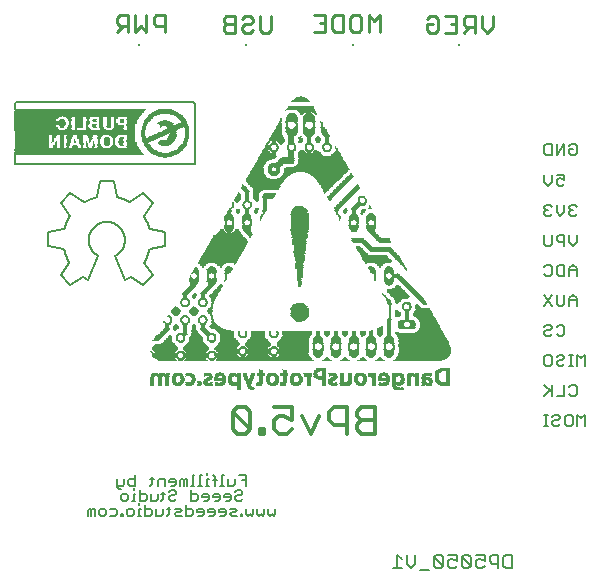
<source format=gbo>
G75*
%MOIN*%
%OFA0B0*%
%FSLAX25Y25*%
%IPPOS*%
%LPD*%
%AMOC8*
5,1,8,0,0,1.08239X$1,22.5*
%
%ADD10C,0.01200*%
%ADD11C,0.01100*%
%ADD12C,0.00500*%
%ADD13C,0.00700*%
%ADD14R,0.00787X0.00787*%
%ADD15R,0.02900X0.00100*%
%ADD16R,0.01200X0.00100*%
%ADD17R,0.01400X0.00100*%
%ADD18R,0.03100X0.00100*%
%ADD19R,0.01300X0.00100*%
%ADD20R,0.03200X0.00100*%
%ADD21R,0.03300X0.00100*%
%ADD22R,0.01600X0.00100*%
%ADD23R,0.03400X0.00100*%
%ADD24R,0.01700X0.00100*%
%ADD25R,0.01800X0.00100*%
%ADD26R,0.00800X0.00100*%
%ADD27R,0.00300X0.00100*%
%ADD28R,0.02000X0.00100*%
%ADD29R,0.00400X0.00100*%
%ADD30R,0.00200X0.00100*%
%ADD31R,0.01500X0.00100*%
%ADD32R,0.00900X0.00100*%
%ADD33R,0.01000X0.00100*%
%ADD34R,0.01100X0.00100*%
%ADD35R,0.00600X0.00100*%
%ADD36R,0.02700X0.00100*%
%ADD37R,0.02500X0.00100*%
%ADD38R,0.02300X0.00100*%
%ADD39R,0.02100X0.00100*%
%ADD40R,0.02400X0.00100*%
%ADD41R,0.02200X0.00100*%
%ADD42R,0.01900X0.00100*%
%ADD43R,0.02600X0.00100*%
%ADD44R,0.02800X0.00100*%
%ADD45R,0.03700X0.00100*%
%ADD46R,0.03000X0.00100*%
%ADD47R,0.03600X0.00100*%
%ADD48R,0.03900X0.00100*%
%ADD49R,0.03500X0.00100*%
%ADD50R,0.04000X0.00100*%
%ADD51R,0.03800X0.00100*%
%ADD52R,0.04100X0.00100*%
%ADD53R,0.04200X0.00100*%
%ADD54R,0.04300X0.00100*%
%ADD55R,0.00700X0.00100*%
%ADD56R,0.00500X0.00100*%
%ADD57R,0.00100X0.00100*%
%ADD58R,0.06200X0.00100*%
%ADD59R,0.06100X0.00100*%
%ADD60R,0.06000X0.00100*%
%ADD61R,0.04500X0.00100*%
%ADD62R,0.04400X0.00100*%
%ADD63R,0.15200X0.00100*%
%ADD64R,0.32900X0.00100*%
%ADD65R,0.07700X0.00100*%
%ADD66R,0.04700X0.00100*%
%ADD67R,0.15900X0.00100*%
%ADD68R,0.32400X0.00100*%
%ADD69R,0.07400X0.00100*%
%ADD70R,0.05600X0.00100*%
%ADD71R,0.16000X0.00100*%
%ADD72R,0.32100X0.00100*%
%ADD73R,0.07200X0.00100*%
%ADD74R,0.05800X0.00100*%
%ADD75R,0.16200X0.00100*%
%ADD76R,0.31900X0.00100*%
%ADD77R,0.07000X0.00100*%
%ADD78R,0.16300X0.00100*%
%ADD79R,0.31700X0.00100*%
%ADD80R,0.06900X0.00100*%
%ADD81R,0.16500X0.00100*%
%ADD82R,0.31600X0.00100*%
%ADD83R,0.06800X0.00100*%
%ADD84R,0.06300X0.00100*%
%ADD85R,0.16700X0.00100*%
%ADD86R,0.31500X0.00100*%
%ADD87R,0.06600X0.00100*%
%ADD88R,0.06500X0.00100*%
%ADD89R,0.16800X0.00100*%
%ADD90R,0.31200X0.00100*%
%ADD91R,0.16900X0.00100*%
%ADD92R,0.31100X0.00100*%
%ADD93R,0.31000X0.00100*%
%ADD94R,0.32200X0.00100*%
%ADD95R,0.09000X0.00100*%
%ADD96R,0.08300X0.00100*%
%ADD97R,0.17000X0.00100*%
%ADD98R,0.11100X0.00100*%
%ADD99R,0.08400X0.00100*%
%ADD100R,0.08600X0.00100*%
%ADD101R,0.08800X0.00100*%
%ADD102R,0.11000X0.00100*%
%ADD103R,0.08200X0.00100*%
%ADD104R,0.08500X0.00100*%
%ADD105R,0.10800X0.00100*%
%ADD106R,0.08000X0.00100*%
%ADD107R,0.17100X0.00100*%
%ADD108R,0.07900X0.00100*%
%ADD109R,0.17200X0.00100*%
%ADD110R,0.10600X0.00100*%
%ADD111R,0.08100X0.00100*%
%ADD112R,0.10300X0.00100*%
%ADD113R,0.07500X0.00100*%
%ADD114R,0.17300X0.00100*%
%ADD115R,0.10200X0.00100*%
%ADD116R,0.07300X0.00100*%
%ADD117R,0.10100X0.00100*%
%ADD118R,0.07100X0.00100*%
%ADD119R,0.07800X0.00100*%
%ADD120R,0.10000X0.00100*%
%ADD121R,0.09900X0.00100*%
%ADD122R,0.06700X0.00100*%
%ADD123R,0.07600X0.00100*%
%ADD124R,0.09800X0.00100*%
%ADD125R,0.09600X0.00100*%
%ADD126R,0.08700X0.00100*%
%ADD127R,0.09500X0.00100*%
%ADD128R,0.08900X0.00100*%
%ADD129R,0.10900X0.00100*%
%ADD130R,0.10700X0.00100*%
%ADD131R,0.06400X0.00100*%
%ADD132R,0.09700X0.00100*%
%ADD133R,0.10400X0.00100*%
%ADD134R,0.10500X0.00100*%
%ADD135R,0.05900X0.00100*%
%ADD136R,0.05700X0.00100*%
%ADD137R,0.05500X0.00100*%
%ADD138R,0.05300X0.00100*%
%ADD139R,0.05100X0.00100*%
%ADD140R,0.16600X0.00100*%
%ADD141R,0.04800X0.00100*%
%ADD142R,0.04600X0.00100*%
%ADD143R,0.16400X0.00100*%
%ADD144R,0.05200X0.00100*%
%ADD145R,0.09400X0.00100*%
%ADD146R,0.09300X0.00100*%
%ADD147R,0.05400X0.00100*%
%ADD148R,0.05000X0.00100*%
%ADD149R,0.16100X0.00100*%
%ADD150R,0.04900X0.00100*%
%ADD151R,0.09200X0.00100*%
%ADD152R,0.09100X0.00100*%
%ADD153R,0.12700X0.00100*%
%ADD154R,0.12600X0.00100*%
%ADD155R,0.12500X0.00100*%
%ADD156R,0.12400X0.00100*%
%ADD157R,0.12200X0.00100*%
%ADD158R,0.12000X0.00100*%
%ADD159R,0.11900X0.00100*%
%ADD160R,0.11700X0.00100*%
%ADD161R,0.11600X0.00100*%
%ADD162R,0.11500X0.00100*%
%ADD163R,0.11300X0.00100*%
%ADD164R,0.11200X0.00100*%
%ADD165R,0.11800X0.00100*%
%ADD166R,0.12300X0.00100*%
%ADD167R,0.12800X0.00100*%
%ADD168R,0.12900X0.00100*%
%ADD169R,0.12100X0.00100*%
%ADD170R,0.13000X0.00100*%
%ADD171R,0.13500X0.00100*%
%ADD172R,0.13900X0.00100*%
%ADD173R,0.14400X0.00100*%
%ADD174R,0.21000X0.00100*%
%ADD175R,0.21100X0.00100*%
%ADD176R,0.21200X0.00100*%
%ADD177R,0.21300X0.00100*%
%ADD178R,0.21400X0.00100*%
%ADD179R,0.21500X0.00100*%
%ADD180R,0.21600X0.00100*%
%ADD181R,0.21700X0.00100*%
%ADD182R,0.20900X0.00100*%
%ADD183R,0.18400X0.00100*%
%ADD184R,0.18100X0.00100*%
%ADD185R,0.17900X0.00100*%
%ADD186R,0.17500X0.00100*%
%ADD187R,0.15700X0.00100*%
%ADD188R,0.15600X0.00100*%
%ADD189R,0.15500X0.00100*%
%ADD190R,0.15400X0.00100*%
%ADD191R,0.15300X0.00100*%
%ADD192R,0.15100X0.00100*%
%ADD193R,0.15000X0.00100*%
%ADD194R,0.14900X0.00100*%
%ADD195R,0.14800X0.00100*%
%ADD196R,0.14700X0.00100*%
%ADD197R,0.14600X0.00100*%
%ADD198R,0.14500X0.00100*%
%ADD199R,0.14300X0.00100*%
%ADD200R,0.60450X0.00150*%
%ADD201R,0.60450X0.00150*%
%ADD202R,0.00450X0.00150*%
%ADD203R,0.00450X0.00150*%
%ADD204R,0.01650X0.00150*%
%ADD205R,0.03450X0.00150*%
%ADD206R,0.04650X0.00150*%
%ADD207R,0.05550X0.00150*%
%ADD208R,0.06300X0.00150*%
%ADD209R,0.07050X0.00150*%
%ADD210R,0.43350X0.00150*%
%ADD211R,0.07650X0.00150*%
%ADD212R,0.43200X0.00150*%
%ADD213R,0.07950X0.00150*%
%ADD214R,0.43050X0.00150*%
%ADD215R,0.08550X0.00150*%
%ADD216R,0.42900X0.00150*%
%ADD217R,0.09150X0.00150*%
%ADD218R,0.42750X0.00150*%
%ADD219R,0.03600X0.00150*%
%ADD220R,0.42600X0.00150*%
%ADD221R,0.03150X0.00150*%
%ADD222R,0.42450X0.00150*%
%ADD223R,0.03000X0.00150*%
%ADD224R,0.42300X0.00150*%
%ADD225R,0.02700X0.00150*%
%ADD226R,0.02550X0.00150*%
%ADD227R,0.42150X0.00150*%
%ADD228R,0.02400X0.00150*%
%ADD229R,0.42000X0.00150*%
%ADD230R,0.02250X0.00150*%
%ADD231R,0.41850X0.00150*%
%ADD232R,0.02100X0.00150*%
%ADD233R,0.41700X0.00150*%
%ADD234R,0.41550X0.00150*%
%ADD235R,0.01950X0.00150*%
%ADD236R,0.04050X0.00150*%
%ADD237R,0.01050X0.00150*%
%ADD238R,0.00600X0.00150*%
%ADD239R,0.00750X0.00150*%
%ADD240R,0.01800X0.00150*%
%ADD241R,0.11550X0.00150*%
%ADD242R,0.03900X0.00150*%
%ADD243R,0.00900X0.00150*%
%ADD244R,0.01500X0.00150*%
%ADD245R,0.01350X0.00150*%
%ADD246R,0.03750X0.00150*%
%ADD247R,0.01200X0.00150*%
%ADD248R,0.03300X0.00150*%
%ADD249R,0.04350X0.00150*%
%ADD250R,0.00300X0.00150*%
%ADD251R,0.04800X0.00150*%
%ADD252R,0.04950X0.00150*%
%ADD253R,0.00150X0.00150*%
%ADD254R,0.02850X0.00150*%
%ADD255R,0.04500X0.00150*%
%ADD256R,0.05250X0.00150*%
%ADD257R,0.08850X0.00150*%
%ADD258R,0.30150X0.00150*%
%ADD259R,0.40200X0.00150*%
%ADD260R,0.06000X0.00150*%
%ADD261R,0.05700X0.00150*%
%ADD262R,0.08250X0.00150*%
%ADD263R,0.14400X0.00150*%
%ADD264R,0.15450X0.00150*%
%ADD265R,0.15000X0.00150*%
%ADD266R,0.14850X0.00150*%
%ADD267R,0.14550X0.00150*%
%ADD268R,0.14250X0.00150*%
%ADD269R,0.05100X0.00150*%
%ADD270R,0.07200X0.00150*%
%ADD271R,0.14100X0.00150*%
%ADD272R,0.07500X0.00150*%
%ADD273R,0.09450X0.00150*%
%ADD274R,0.04200X0.00150*%
%ADD275R,0.13950X0.00150*%
%ADD276R,0.17100X0.00150*%
%ADD277R,0.16950X0.00150*%
%ADD278R,0.15150X0.00150*%
%ADD279R,0.25650X0.00150*%
%ADD280R,0.15750X0.00150*%
%ADD281R,0.43500X0.00150*%
%ADD282R,0.43650X0.00150*%
%ADD283R,0.43950X0.00150*%
%ADD284R,0.00600X0.00150*%
%ADD285R,0.59850X0.00150*%
%ADD286R,0.59550X0.00150*%
%ADD287R,0.59100X0.00150*%
%ADD288C,0.00800*%
%ADD289C,0.00600*%
D10*
X0131958Y0113568D02*
X0133426Y0112100D01*
X0136362Y0112100D01*
X0137830Y0113568D01*
X0131958Y0119440D01*
X0131958Y0113568D01*
X0137830Y0113568D02*
X0137830Y0119440D01*
X0136362Y0120908D01*
X0133426Y0120908D01*
X0131958Y0119440D01*
X0140966Y0113568D02*
X0140966Y0112100D01*
X0142434Y0112100D01*
X0142434Y0113568D01*
X0140966Y0113568D01*
X0145770Y0113568D02*
X0147238Y0112100D01*
X0150173Y0112100D01*
X0151641Y0113568D01*
X0151641Y0116504D02*
X0148706Y0117972D01*
X0147238Y0117972D01*
X0145770Y0116504D01*
X0145770Y0113568D01*
X0151641Y0116504D02*
X0151641Y0120908D01*
X0145770Y0120908D01*
X0154978Y0117972D02*
X0157913Y0112100D01*
X0160849Y0117972D01*
X0164185Y0119440D02*
X0164185Y0116504D01*
X0165653Y0115036D01*
X0170057Y0115036D01*
X0170057Y0112100D02*
X0170057Y0120908D01*
X0165653Y0120908D01*
X0164185Y0119440D01*
X0173393Y0119440D02*
X0173393Y0117972D01*
X0174861Y0116504D01*
X0179265Y0116504D01*
X0179265Y0112100D02*
X0179265Y0120908D01*
X0174861Y0120908D01*
X0173393Y0119440D01*
X0174861Y0116504D02*
X0173393Y0115036D01*
X0173393Y0113568D01*
X0174861Y0112100D01*
X0179265Y0112100D01*
D11*
X0197722Y0245788D02*
X0196805Y0246705D01*
X0196805Y0248540D01*
X0198640Y0248540D01*
X0200475Y0246705D02*
X0199557Y0245788D01*
X0197722Y0245788D01*
X0200475Y0246705D02*
X0200475Y0250375D01*
X0199557Y0251293D01*
X0197722Y0251293D01*
X0196805Y0250375D01*
X0202882Y0251293D02*
X0206552Y0251293D01*
X0206552Y0245788D01*
X0202882Y0245788D01*
X0204717Y0248540D02*
X0206552Y0248540D01*
X0208959Y0248540D02*
X0209877Y0247623D01*
X0212629Y0247623D01*
X0210794Y0247623D02*
X0208959Y0245788D01*
X0208959Y0248540D02*
X0208959Y0250375D01*
X0209877Y0251293D01*
X0212629Y0251293D01*
X0212629Y0245788D01*
X0215036Y0247623D02*
X0215036Y0251293D01*
X0218706Y0251293D02*
X0218706Y0247623D01*
X0216871Y0245788D01*
X0215036Y0247623D01*
X0180975Y0246100D02*
X0180975Y0251605D01*
X0179140Y0249770D01*
X0177305Y0251605D01*
X0177305Y0246100D01*
X0174897Y0247018D02*
X0173980Y0246100D01*
X0172145Y0246100D01*
X0171228Y0247018D01*
X0171228Y0250688D01*
X0172145Y0251605D01*
X0173980Y0251605D01*
X0174897Y0250688D01*
X0174897Y0247018D01*
X0168820Y0246100D02*
X0168820Y0251605D01*
X0166068Y0251605D01*
X0165150Y0250688D01*
X0165150Y0247018D01*
X0166068Y0246100D01*
X0168820Y0246100D01*
X0162743Y0246100D02*
X0159073Y0246100D01*
X0160908Y0248853D02*
X0162743Y0248853D01*
X0162743Y0251605D02*
X0159073Y0251605D01*
X0162743Y0251605D02*
X0162743Y0246100D01*
X0144768Y0246705D02*
X0143850Y0245788D01*
X0142015Y0245788D01*
X0141098Y0246705D01*
X0141098Y0251293D01*
X0138690Y0250375D02*
X0138690Y0249458D01*
X0137773Y0248540D01*
X0135938Y0248540D01*
X0135021Y0247623D01*
X0135021Y0246705D01*
X0135938Y0245788D01*
X0137773Y0245788D01*
X0138690Y0246705D01*
X0138690Y0250375D02*
X0137773Y0251293D01*
X0135938Y0251293D01*
X0135021Y0250375D01*
X0132613Y0251293D02*
X0129861Y0251293D01*
X0128943Y0250375D01*
X0128943Y0249458D01*
X0129861Y0248540D01*
X0132613Y0248540D01*
X0132613Y0245788D02*
X0129861Y0245788D01*
X0128943Y0246705D01*
X0128943Y0247623D01*
X0129861Y0248540D01*
X0132613Y0245788D02*
X0132613Y0251293D01*
X0144768Y0251293D02*
X0144768Y0246705D01*
X0109304Y0246100D02*
X0109304Y0251605D01*
X0106552Y0251605D01*
X0105635Y0250688D01*
X0105635Y0248853D01*
X0106552Y0247935D01*
X0109304Y0247935D01*
X0103227Y0246100D02*
X0103227Y0251605D01*
X0099557Y0251605D02*
X0099557Y0246100D01*
X0101392Y0247935D01*
X0103227Y0246100D01*
X0097150Y0246100D02*
X0097150Y0251605D01*
X0094398Y0251605D01*
X0093480Y0250688D01*
X0093480Y0248853D01*
X0094398Y0247935D01*
X0097150Y0247935D01*
X0095315Y0247935D02*
X0093480Y0246100D01*
D12*
X0083721Y0086501D02*
X0083721Y0084750D01*
X0084888Y0084750D02*
X0084888Y0086501D01*
X0084304Y0087085D01*
X0083721Y0086501D01*
X0084888Y0086501D02*
X0085472Y0087085D01*
X0086056Y0087085D01*
X0086056Y0084750D01*
X0087404Y0085334D02*
X0087404Y0086501D01*
X0087988Y0087085D01*
X0089155Y0087085D01*
X0089739Y0086501D01*
X0089739Y0085334D01*
X0089155Y0084750D01*
X0087988Y0084750D01*
X0087404Y0085334D01*
X0091087Y0084750D02*
X0092838Y0084750D01*
X0093422Y0085334D01*
X0093422Y0086501D01*
X0092838Y0087085D01*
X0091087Y0087085D01*
X0094680Y0085334D02*
X0094680Y0084750D01*
X0095264Y0084750D01*
X0095264Y0085334D01*
X0094680Y0085334D01*
X0096612Y0085334D02*
X0096612Y0086501D01*
X0097195Y0087085D01*
X0098363Y0087085D01*
X0098947Y0086501D01*
X0098947Y0085334D01*
X0098363Y0084750D01*
X0097195Y0084750D01*
X0096612Y0085334D01*
X0100235Y0084750D02*
X0101402Y0084750D01*
X0100819Y0084750D02*
X0100819Y0087085D01*
X0101402Y0087085D01*
X0100819Y0088253D02*
X0100819Y0088837D01*
X0100909Y0089750D02*
X0102660Y0089750D01*
X0103244Y0090334D01*
X0103244Y0091501D01*
X0102660Y0092085D01*
X0100909Y0092085D01*
X0100909Y0093253D02*
X0100909Y0089750D01*
X0099561Y0089750D02*
X0098393Y0089750D01*
X0098977Y0089750D02*
X0098977Y0092085D01*
X0099561Y0092085D01*
X0098977Y0093253D02*
X0098977Y0093837D01*
X0099561Y0094750D02*
X0097809Y0094750D01*
X0097225Y0095334D01*
X0097225Y0096501D01*
X0097809Y0097085D01*
X0099561Y0097085D01*
X0099561Y0098253D02*
X0099561Y0094750D01*
X0095878Y0095334D02*
X0095294Y0094750D01*
X0093542Y0094750D01*
X0093542Y0094166D02*
X0093542Y0097085D01*
X0095878Y0097085D02*
X0095878Y0095334D01*
X0094710Y0093582D02*
X0094126Y0093582D01*
X0093542Y0094166D01*
X0095354Y0092085D02*
X0096521Y0092085D01*
X0097105Y0091501D01*
X0097105Y0090334D01*
X0096521Y0089750D01*
X0095354Y0089750D01*
X0094770Y0090334D01*
X0094770Y0091501D01*
X0095354Y0092085D01*
X0102750Y0088253D02*
X0102750Y0084750D01*
X0104502Y0084750D01*
X0105085Y0085334D01*
X0105085Y0086501D01*
X0104502Y0087085D01*
X0102750Y0087085D01*
X0104592Y0089750D02*
X0104592Y0092085D01*
X0104592Y0089750D02*
X0106343Y0089750D01*
X0106927Y0090334D01*
X0106927Y0092085D01*
X0108215Y0092085D02*
X0109382Y0092085D01*
X0108799Y0092669D02*
X0108799Y0090334D01*
X0108215Y0089750D01*
X0110730Y0090334D02*
X0111314Y0089750D01*
X0112482Y0089750D01*
X0113066Y0090334D01*
X0112482Y0091501D02*
X0111314Y0091501D01*
X0110730Y0090918D01*
X0110730Y0090334D01*
X0112482Y0091501D02*
X0113066Y0092085D01*
X0113066Y0092669D01*
X0112482Y0093253D01*
X0111314Y0093253D01*
X0110730Y0092669D01*
X0111314Y0094750D02*
X0112482Y0094750D01*
X0113066Y0095334D01*
X0113066Y0096501D01*
X0112482Y0097085D01*
X0111314Y0097085D01*
X0110730Y0096501D01*
X0110730Y0095918D01*
X0113066Y0095918D01*
X0114413Y0096501D02*
X0114413Y0094750D01*
X0115581Y0094750D02*
X0115581Y0096501D01*
X0114997Y0097085D01*
X0114413Y0096501D01*
X0115581Y0096501D02*
X0116165Y0097085D01*
X0116749Y0097085D01*
X0116749Y0094750D01*
X0118037Y0094750D02*
X0119204Y0094750D01*
X0118620Y0094750D02*
X0118620Y0098253D01*
X0119204Y0098253D01*
X0121076Y0098253D02*
X0121076Y0094750D01*
X0121660Y0094750D02*
X0120492Y0094750D01*
X0122947Y0094750D02*
X0124115Y0094750D01*
X0123531Y0094750D02*
X0123531Y0097085D01*
X0124115Y0097085D01*
X0123531Y0098253D02*
X0123531Y0098837D01*
X0121660Y0098253D02*
X0121076Y0098253D01*
X0125403Y0098253D02*
X0125987Y0097669D01*
X0125987Y0094750D01*
X0126570Y0096501D02*
X0125403Y0096501D01*
X0127858Y0094750D02*
X0129026Y0094750D01*
X0128442Y0094750D02*
X0128442Y0098253D01*
X0129026Y0098253D01*
X0130374Y0097085D02*
X0130374Y0094750D01*
X0132125Y0094750D01*
X0132709Y0095334D01*
X0132709Y0097085D01*
X0134057Y0098253D02*
X0136392Y0098253D01*
X0136392Y0094750D01*
X0136392Y0096501D02*
X0135225Y0096501D01*
X0134581Y0093253D02*
X0135164Y0092669D01*
X0135164Y0092085D01*
X0134581Y0091501D01*
X0133413Y0091501D01*
X0132829Y0090918D01*
X0132829Y0090334D01*
X0133413Y0089750D01*
X0134581Y0089750D01*
X0135164Y0090334D01*
X0134581Y0093253D02*
X0133413Y0093253D01*
X0132829Y0092669D01*
X0131481Y0091501D02*
X0130898Y0092085D01*
X0129730Y0092085D01*
X0129146Y0091501D01*
X0129146Y0090918D01*
X0131481Y0090918D01*
X0131481Y0091501D02*
X0131481Y0090334D01*
X0130898Y0089750D01*
X0129730Y0089750D01*
X0127798Y0090334D02*
X0127798Y0091501D01*
X0127214Y0092085D01*
X0126047Y0092085D01*
X0125463Y0091501D01*
X0125463Y0090918D01*
X0127798Y0090918D01*
X0127798Y0090334D02*
X0127214Y0089750D01*
X0126047Y0089750D01*
X0124115Y0090334D02*
X0124115Y0091501D01*
X0123531Y0092085D01*
X0122364Y0092085D01*
X0121780Y0091501D01*
X0121780Y0090918D01*
X0124115Y0090918D01*
X0124115Y0090334D02*
X0123531Y0089750D01*
X0122364Y0089750D01*
X0120432Y0090334D02*
X0120432Y0091501D01*
X0119848Y0092085D01*
X0118097Y0092085D01*
X0118097Y0093253D02*
X0118097Y0089750D01*
X0119848Y0089750D01*
X0120432Y0090334D01*
X0120522Y0087085D02*
X0119938Y0086501D01*
X0119938Y0085918D01*
X0122273Y0085918D01*
X0122273Y0086501D02*
X0121690Y0087085D01*
X0120522Y0087085D01*
X0122273Y0086501D02*
X0122273Y0085334D01*
X0121690Y0084750D01*
X0120522Y0084750D01*
X0118590Y0085334D02*
X0118590Y0086501D01*
X0118007Y0087085D01*
X0116255Y0087085D01*
X0116255Y0088253D02*
X0116255Y0084750D01*
X0118007Y0084750D01*
X0118590Y0085334D01*
X0114907Y0084750D02*
X0113156Y0084750D01*
X0112572Y0085334D01*
X0113156Y0085918D01*
X0114323Y0085918D01*
X0114907Y0086501D01*
X0114323Y0087085D01*
X0112572Y0087085D01*
X0111224Y0087085D02*
X0110056Y0087085D01*
X0110640Y0087669D02*
X0110640Y0085334D01*
X0110056Y0084750D01*
X0108769Y0085334D02*
X0108769Y0087085D01*
X0108769Y0085334D02*
X0108185Y0084750D01*
X0106433Y0084750D01*
X0106433Y0087085D01*
X0107047Y0094750D02*
X0107047Y0096501D01*
X0107631Y0097085D01*
X0109382Y0097085D01*
X0109382Y0094750D01*
X0105116Y0095334D02*
X0105116Y0097669D01*
X0105699Y0097085D02*
X0104532Y0097085D01*
X0105116Y0095334D02*
X0104532Y0094750D01*
X0123621Y0086501D02*
X0123621Y0085918D01*
X0125957Y0085918D01*
X0125957Y0086501D02*
X0125373Y0087085D01*
X0124205Y0087085D01*
X0123621Y0086501D01*
X0124205Y0084750D02*
X0125373Y0084750D01*
X0125957Y0085334D01*
X0125957Y0086501D01*
X0127304Y0086501D02*
X0127304Y0085918D01*
X0129640Y0085918D01*
X0129640Y0086501D02*
X0129056Y0087085D01*
X0127888Y0087085D01*
X0127304Y0086501D01*
X0127888Y0084750D02*
X0129056Y0084750D01*
X0129640Y0085334D01*
X0129640Y0086501D01*
X0130988Y0087085D02*
X0132739Y0087085D01*
X0133323Y0086501D01*
X0132739Y0085918D01*
X0131571Y0085918D01*
X0130988Y0085334D01*
X0131571Y0084750D01*
X0133323Y0084750D01*
X0134581Y0084750D02*
X0135164Y0084750D01*
X0135164Y0085334D01*
X0134581Y0085334D01*
X0134581Y0084750D01*
X0136512Y0085334D02*
X0136512Y0087085D01*
X0136512Y0085334D02*
X0137096Y0084750D01*
X0137680Y0085334D01*
X0138264Y0084750D01*
X0138848Y0085334D01*
X0138848Y0087085D01*
X0140195Y0087085D02*
X0140195Y0085334D01*
X0140779Y0084750D01*
X0141363Y0085334D01*
X0141947Y0084750D01*
X0142531Y0085334D01*
X0142531Y0087085D01*
X0143879Y0087085D02*
X0143879Y0085334D01*
X0144462Y0084750D01*
X0145046Y0085334D01*
X0145630Y0084750D01*
X0146214Y0085334D01*
X0146214Y0087085D01*
D13*
X0235688Y0114600D02*
X0236956Y0114600D01*
X0236322Y0114600D02*
X0236322Y0118403D01*
X0236956Y0118403D02*
X0235688Y0118403D01*
X0238564Y0117769D02*
X0239198Y0118403D01*
X0240465Y0118403D01*
X0241099Y0117769D01*
X0241099Y0117135D01*
X0240465Y0116502D01*
X0239198Y0116502D01*
X0238564Y0115868D01*
X0238564Y0115234D01*
X0239198Y0114600D01*
X0240465Y0114600D01*
X0241099Y0115234D01*
X0242707Y0115234D02*
X0242707Y0117769D01*
X0243341Y0118403D01*
X0244609Y0118403D01*
X0245243Y0117769D01*
X0245243Y0115234D01*
X0244609Y0114600D01*
X0243341Y0114600D01*
X0242707Y0115234D01*
X0246851Y0114600D02*
X0246851Y0118403D01*
X0248119Y0117135D01*
X0249386Y0118403D01*
X0249386Y0114600D01*
X0245990Y0124600D02*
X0244722Y0124600D01*
X0244088Y0125234D01*
X0242480Y0124600D02*
X0239945Y0124600D01*
X0238337Y0124600D02*
X0238337Y0128403D01*
X0237703Y0126502D02*
X0235801Y0124600D01*
X0238337Y0125868D02*
X0235801Y0128403D01*
X0242480Y0128403D02*
X0242480Y0124600D01*
X0245990Y0124600D02*
X0246624Y0125234D01*
X0246624Y0127769D01*
X0245990Y0128403D01*
X0244722Y0128403D01*
X0244088Y0127769D01*
X0243975Y0134600D02*
X0245243Y0134600D01*
X0244609Y0134600D02*
X0244609Y0138403D01*
X0245243Y0138403D02*
X0243975Y0138403D01*
X0242480Y0137769D02*
X0242480Y0137135D01*
X0241847Y0136502D01*
X0240579Y0136502D01*
X0239945Y0135868D01*
X0239945Y0135234D01*
X0240579Y0134600D01*
X0241847Y0134600D01*
X0242480Y0135234D01*
X0242480Y0137769D02*
X0241847Y0138403D01*
X0240579Y0138403D01*
X0239945Y0137769D01*
X0238337Y0137769D02*
X0238337Y0135234D01*
X0237703Y0134600D01*
X0236435Y0134600D01*
X0235801Y0135234D01*
X0235801Y0137769D01*
X0236435Y0138403D01*
X0237703Y0138403D01*
X0238337Y0137769D01*
X0237703Y0144600D02*
X0238337Y0145234D01*
X0237703Y0144600D02*
X0236435Y0144600D01*
X0235801Y0145234D01*
X0235801Y0145868D01*
X0236435Y0146502D01*
X0237703Y0146502D01*
X0238337Y0147135D01*
X0238337Y0147769D01*
X0237703Y0148403D01*
X0236435Y0148403D01*
X0235801Y0147769D01*
X0239945Y0147769D02*
X0240579Y0148403D01*
X0241847Y0148403D01*
X0242480Y0147769D01*
X0242480Y0145234D01*
X0241847Y0144600D01*
X0240579Y0144600D01*
X0239945Y0145234D01*
X0246851Y0138403D02*
X0246851Y0134600D01*
X0249386Y0134600D02*
X0249386Y0138403D01*
X0248119Y0137135D01*
X0246851Y0138403D01*
X0246624Y0154600D02*
X0246624Y0157135D01*
X0245356Y0158403D01*
X0244088Y0157135D01*
X0244088Y0154600D01*
X0242480Y0155234D02*
X0241847Y0154600D01*
X0240579Y0154600D01*
X0239945Y0155234D01*
X0239945Y0158403D01*
X0238337Y0158403D02*
X0235801Y0154600D01*
X0238337Y0154600D02*
X0235801Y0158403D01*
X0236435Y0164600D02*
X0235801Y0165234D01*
X0236435Y0164600D02*
X0237703Y0164600D01*
X0238337Y0165234D01*
X0238337Y0167769D01*
X0237703Y0168403D01*
X0236435Y0168403D01*
X0235801Y0167769D01*
X0239945Y0167769D02*
X0239945Y0165234D01*
X0240579Y0164600D01*
X0242480Y0164600D01*
X0242480Y0168403D01*
X0240579Y0168403D01*
X0239945Y0167769D01*
X0244088Y0167135D02*
X0244088Y0164600D01*
X0244088Y0166502D02*
X0246624Y0166502D01*
X0246624Y0167135D02*
X0245356Y0168403D01*
X0244088Y0167135D01*
X0246624Y0167135D02*
X0246624Y0164600D01*
X0242480Y0158403D02*
X0242480Y0155234D01*
X0244088Y0156502D02*
X0246624Y0156502D01*
X0245356Y0174600D02*
X0244088Y0175868D01*
X0244088Y0178403D01*
X0242480Y0178403D02*
X0240579Y0178403D01*
X0239945Y0177769D01*
X0239945Y0176502D01*
X0240579Y0175868D01*
X0242480Y0175868D01*
X0242480Y0174600D02*
X0242480Y0178403D01*
X0238337Y0178403D02*
X0238337Y0175234D01*
X0237703Y0174600D01*
X0236435Y0174600D01*
X0235801Y0175234D01*
X0235801Y0178403D01*
X0236435Y0184600D02*
X0237703Y0184600D01*
X0238337Y0185234D01*
X0239945Y0185868D02*
X0241213Y0184600D01*
X0242480Y0185868D01*
X0242480Y0188403D01*
X0244088Y0187769D02*
X0244088Y0187135D01*
X0244722Y0186502D01*
X0244088Y0185868D01*
X0244088Y0185234D01*
X0244722Y0184600D01*
X0245990Y0184600D01*
X0246624Y0185234D01*
X0245356Y0186502D02*
X0244722Y0186502D01*
X0244088Y0187769D02*
X0244722Y0188403D01*
X0245990Y0188403D01*
X0246624Y0187769D01*
X0239945Y0188403D02*
X0239945Y0185868D01*
X0238337Y0187769D02*
X0237703Y0188403D01*
X0236435Y0188403D01*
X0235801Y0187769D01*
X0235801Y0187135D01*
X0236435Y0186502D01*
X0235801Y0185868D01*
X0235801Y0185234D01*
X0236435Y0184600D01*
X0236435Y0186502D02*
X0237069Y0186502D01*
X0237069Y0194600D02*
X0235801Y0195868D01*
X0235801Y0198403D01*
X0238337Y0198403D02*
X0238337Y0195868D01*
X0237069Y0194600D01*
X0239945Y0195234D02*
X0240579Y0194600D01*
X0241847Y0194600D01*
X0242480Y0195234D01*
X0242480Y0196502D02*
X0241213Y0197135D01*
X0240579Y0197135D01*
X0239945Y0196502D01*
X0239945Y0195234D01*
X0242480Y0196502D02*
X0242480Y0198403D01*
X0239945Y0198403D01*
X0239945Y0204912D02*
X0239945Y0208716D01*
X0238337Y0208716D02*
X0236435Y0208716D01*
X0235801Y0208082D01*
X0235801Y0205546D01*
X0236435Y0204912D01*
X0238337Y0204912D01*
X0238337Y0208716D01*
X0239945Y0204912D02*
X0242480Y0208716D01*
X0242480Y0204912D01*
X0244088Y0205546D02*
X0244088Y0206814D01*
X0245356Y0206814D01*
X0244088Y0205546D02*
X0244722Y0204912D01*
X0245990Y0204912D01*
X0246624Y0205546D01*
X0246624Y0208082D01*
X0245990Y0208716D01*
X0244722Y0208716D01*
X0244088Y0208082D01*
X0246624Y0178403D02*
X0246624Y0175868D01*
X0245356Y0174600D01*
D14*
X0207445Y0241500D03*
X0171917Y0241500D03*
X0136386Y0241500D03*
X0100854Y0241500D03*
D15*
X0146843Y0212200D03*
X0146843Y0212100D03*
X0143043Y0205500D03*
X0150243Y0198500D03*
X0147943Y0196600D03*
X0159843Y0205300D03*
X0166443Y0204900D03*
X0163143Y0193800D03*
X0172243Y0184300D03*
X0172243Y0180100D03*
X0178143Y0180100D03*
X0178143Y0180200D03*
X0178143Y0184300D03*
X0176043Y0171400D03*
X0184043Y0166700D03*
X0184043Y0166600D03*
X0184043Y0166500D03*
X0186543Y0164500D03*
X0184043Y0162400D03*
X0184043Y0162300D03*
X0186843Y0160300D03*
X0187243Y0156900D03*
X0184043Y0143700D03*
X0178143Y0143700D03*
X0172343Y0138000D03*
X0166343Y0138000D03*
X0160443Y0138000D03*
X0160443Y0138100D03*
X0160443Y0143700D03*
X0154243Y0149600D03*
X0145143Y0131700D03*
X0145243Y0128300D03*
X0153143Y0128300D03*
X0161543Y0130200D03*
X0165343Y0128700D03*
X0165443Y0128500D03*
X0174543Y0131700D03*
X0182343Y0131600D03*
X0182043Y0128200D03*
X0187443Y0126500D03*
X0196443Y0130400D03*
X0196943Y0131700D03*
X0154243Y0168800D03*
X0154243Y0168900D03*
X0154243Y0169000D03*
X0154243Y0169100D03*
X0154243Y0169200D03*
X0154243Y0169300D03*
X0154243Y0169400D03*
X0136843Y0180100D03*
X0130843Y0180100D03*
X0130843Y0180200D03*
X0130843Y0184300D03*
X0124943Y0166600D03*
X0124943Y0162400D03*
X0119043Y0162400D03*
X0119043Y0162300D03*
X0119043Y0153000D03*
X0119043Y0152300D03*
X0113143Y0152300D03*
X0113143Y0153000D03*
X0115343Y0145300D03*
X0110343Y0142500D03*
X0117843Y0128800D03*
X0117843Y0128700D03*
X0117743Y0128600D03*
X0123843Y0128600D03*
X0123843Y0128500D03*
X0127843Y0131600D03*
X0125743Y0147800D03*
D16*
X0125493Y0149000D03*
X0124493Y0151900D03*
X0124493Y0152000D03*
X0124493Y0153400D03*
X0125493Y0156600D03*
X0125493Y0156700D03*
X0119293Y0158200D03*
X0119993Y0165400D03*
X0119793Y0166700D03*
X0121993Y0167800D03*
X0125893Y0165400D03*
X0127893Y0167800D03*
X0128393Y0179700D03*
X0131793Y0181300D03*
X0131793Y0183200D03*
X0130993Y0186000D03*
X0130993Y0186100D03*
X0130993Y0186200D03*
X0133293Y0189300D03*
X0134093Y0191400D03*
X0134093Y0191500D03*
X0139993Y0189700D03*
X0139993Y0186700D03*
X0142593Y0186400D03*
X0142593Y0186300D03*
X0137693Y0183200D03*
X0135893Y0183200D03*
X0135893Y0181300D03*
X0137693Y0181300D03*
X0133393Y0179700D03*
X0162893Y0192700D03*
X0164393Y0190200D03*
X0166593Y0186400D03*
X0169393Y0185600D03*
X0169593Y0186300D03*
X0171293Y0183100D03*
X0175293Y0185600D03*
X0175593Y0186400D03*
X0178193Y0185200D03*
X0179093Y0181300D03*
X0173493Y0194200D03*
X0171293Y0198000D03*
X0159893Y0206100D03*
X0160493Y0209100D03*
X0160493Y0209200D03*
X0161993Y0213700D03*
X0158893Y0213700D03*
X0156093Y0213700D03*
X0152993Y0213700D03*
X0150193Y0213700D03*
X0147693Y0215000D03*
X0155093Y0218500D03*
X0142893Y0206600D03*
X0187893Y0169200D03*
X0187993Y0169000D03*
X0188093Y0168900D03*
X0184993Y0165400D03*
X0183793Y0156400D03*
X0183893Y0156300D03*
X0184193Y0155500D03*
X0184193Y0155400D03*
X0184193Y0155300D03*
X0186793Y0155600D03*
X0186793Y0155700D03*
X0186793Y0152600D03*
X0184193Y0149800D03*
X0181393Y0147000D03*
X0181193Y0144700D03*
X0179293Y0142000D03*
X0175293Y0144700D03*
X0173493Y0141900D03*
X0172293Y0137400D03*
X0175193Y0137000D03*
X0177693Y0131700D03*
X0179093Y0131700D03*
X0179093Y0131800D03*
X0179093Y0131600D03*
X0179093Y0131500D03*
X0178993Y0130300D03*
X0178993Y0130200D03*
X0178993Y0130100D03*
X0178993Y0130000D03*
X0178993Y0129900D03*
X0178993Y0129800D03*
X0178993Y0129700D03*
X0178993Y0129600D03*
X0178993Y0129500D03*
X0178993Y0129400D03*
X0178993Y0129300D03*
X0178993Y0129200D03*
X0178993Y0129100D03*
X0178993Y0129000D03*
X0178993Y0128900D03*
X0178993Y0128800D03*
X0178993Y0128700D03*
X0178993Y0128600D03*
X0178993Y0128500D03*
X0178993Y0128400D03*
X0178993Y0128300D03*
X0178993Y0128200D03*
X0180993Y0130500D03*
X0180993Y0130600D03*
X0180993Y0130700D03*
X0181093Y0130800D03*
X0181093Y0130900D03*
X0181193Y0131100D03*
X0183493Y0131000D03*
X0183593Y0130900D03*
X0183593Y0130800D03*
X0183693Y0130700D03*
X0183693Y0130600D03*
X0183693Y0130500D03*
X0183693Y0129500D03*
X0183693Y0129400D03*
X0185793Y0128000D03*
X0185793Y0127900D03*
X0190693Y0128000D03*
X0195493Y0128000D03*
X0195493Y0128100D03*
X0195593Y0128200D03*
X0185693Y0131800D03*
X0181093Y0137000D03*
X0185293Y0139800D03*
X0169293Y0136900D03*
X0166393Y0137400D03*
X0163393Y0136900D03*
X0160493Y0137400D03*
X0161693Y0141900D03*
X0159293Y0142000D03*
X0163393Y0144700D03*
X0165193Y0141900D03*
X0167593Y0141900D03*
X0169293Y0144700D03*
X0170993Y0132000D03*
X0170993Y0131900D03*
X0170993Y0131800D03*
X0170993Y0131700D03*
X0170993Y0131600D03*
X0170993Y0131500D03*
X0170993Y0131400D03*
X0170993Y0131300D03*
X0170993Y0131200D03*
X0170993Y0131100D03*
X0170993Y0131000D03*
X0170993Y0130900D03*
X0170993Y0130800D03*
X0170993Y0130700D03*
X0170993Y0130600D03*
X0170993Y0130500D03*
X0170993Y0130400D03*
X0170993Y0130300D03*
X0170993Y0130200D03*
X0170993Y0130100D03*
X0170993Y0130000D03*
X0170993Y0129900D03*
X0170993Y0129800D03*
X0170993Y0129700D03*
X0170993Y0129600D03*
X0168293Y0128300D03*
X0168293Y0128200D03*
X0168293Y0128100D03*
X0165593Y0127900D03*
X0164493Y0128900D03*
X0164493Y0129000D03*
X0164493Y0129200D03*
X0166193Y0131100D03*
X0156293Y0131600D03*
X0156293Y0131700D03*
X0149393Y0132200D03*
X0149393Y0132300D03*
X0149393Y0132400D03*
X0149393Y0132500D03*
X0149393Y0132600D03*
X0149393Y0132700D03*
X0149393Y0132800D03*
X0149393Y0131100D03*
X0149393Y0131000D03*
X0149393Y0130900D03*
X0149393Y0130800D03*
X0149393Y0130700D03*
X0149393Y0130600D03*
X0149393Y0130500D03*
X0149393Y0130400D03*
X0149393Y0130300D03*
X0149393Y0130200D03*
X0149393Y0130100D03*
X0149393Y0130000D03*
X0149393Y0129900D03*
X0149393Y0129800D03*
X0149393Y0129700D03*
X0149393Y0129600D03*
X0149393Y0129500D03*
X0149393Y0129400D03*
X0138293Y0130600D03*
X0137993Y0129700D03*
X0136693Y0129500D03*
X0136593Y0129800D03*
X0136493Y0130000D03*
X0136493Y0130100D03*
X0136393Y0130300D03*
X0136393Y0130400D03*
X0136393Y0130500D03*
X0136393Y0130600D03*
X0136293Y0130700D03*
X0136293Y0130800D03*
X0136193Y0131100D03*
X0134093Y0131600D03*
X0134093Y0131700D03*
X0132193Y0132100D03*
X0129193Y0130700D03*
X0129193Y0130600D03*
X0129193Y0130500D03*
X0129093Y0130800D03*
X0129093Y0130900D03*
X0129193Y0129600D03*
X0129193Y0129500D03*
X0129193Y0129400D03*
X0126593Y0130800D03*
X0126593Y0130900D03*
X0126493Y0130700D03*
X0126493Y0130600D03*
X0126693Y0131100D03*
X0122893Y0129200D03*
X0122893Y0129100D03*
X0122893Y0129000D03*
X0120893Y0129200D03*
X0105193Y0129200D03*
X0105193Y0129300D03*
X0105193Y0129400D03*
X0105193Y0129500D03*
X0105193Y0129600D03*
X0105193Y0129700D03*
X0105193Y0129800D03*
X0105193Y0129900D03*
X0105193Y0130000D03*
X0105193Y0130100D03*
X0105193Y0130200D03*
X0105193Y0130300D03*
X0105193Y0130400D03*
X0105193Y0130500D03*
X0105193Y0130600D03*
X0105193Y0130700D03*
X0105193Y0129100D03*
X0105193Y0129000D03*
X0105193Y0128900D03*
X0105193Y0128800D03*
X0105193Y0128700D03*
X0105193Y0128600D03*
X0105193Y0128500D03*
X0105193Y0128400D03*
X0105193Y0128300D03*
X0105193Y0128200D03*
X0105193Y0128100D03*
X0105193Y0128000D03*
X0123793Y0144600D03*
X0138393Y0126500D03*
X0193493Y0154500D03*
X0196093Y0155000D03*
D17*
X0195893Y0155300D03*
X0195693Y0155500D03*
X0193593Y0154300D03*
X0189993Y0155700D03*
X0189993Y0152600D03*
X0189993Y0152500D03*
X0189993Y0152400D03*
X0189993Y0152300D03*
X0189993Y0152200D03*
X0189993Y0152100D03*
X0189993Y0152000D03*
X0189993Y0151900D03*
X0189993Y0151800D03*
X0189993Y0151700D03*
X0189993Y0151600D03*
X0189993Y0151500D03*
X0189993Y0151400D03*
X0189993Y0151300D03*
X0189993Y0151200D03*
X0189993Y0151100D03*
X0189993Y0151000D03*
X0189993Y0150900D03*
X0189993Y0150800D03*
X0189993Y0150700D03*
X0189993Y0150600D03*
X0189993Y0150500D03*
X0189993Y0150400D03*
X0189993Y0150300D03*
X0189993Y0150200D03*
X0189993Y0150100D03*
X0189993Y0150000D03*
X0189993Y0149900D03*
X0186893Y0152400D03*
X0186893Y0155900D03*
X0184093Y0155900D03*
X0183993Y0156100D03*
X0186993Y0160900D03*
X0183193Y0163500D03*
X0187793Y0169300D03*
X0187693Y0169400D03*
X0187593Y0169500D03*
X0173793Y0174100D03*
X0173693Y0174200D03*
X0172293Y0179300D03*
X0172293Y0185200D03*
X0172293Y0185300D03*
X0172293Y0185400D03*
X0172293Y0185500D03*
X0172293Y0185600D03*
X0172293Y0185700D03*
X0172293Y0185800D03*
X0172293Y0185900D03*
X0172293Y0186000D03*
X0172293Y0186100D03*
X0172293Y0186200D03*
X0172293Y0186300D03*
X0169493Y0186100D03*
X0169493Y0186000D03*
X0169393Y0185800D03*
X0169393Y0185700D03*
X0166593Y0186500D03*
X0164393Y0190300D03*
X0154193Y0187700D03*
X0142693Y0187700D03*
X0142693Y0187800D03*
X0142693Y0187900D03*
X0142693Y0188000D03*
X0142693Y0188100D03*
X0142693Y0188200D03*
X0142693Y0188300D03*
X0142693Y0188400D03*
X0142693Y0188500D03*
X0142693Y0188600D03*
X0142693Y0188700D03*
X0142693Y0188800D03*
X0142693Y0188900D03*
X0142693Y0189000D03*
X0142693Y0189100D03*
X0142693Y0189200D03*
X0142693Y0189300D03*
X0142693Y0189400D03*
X0142693Y0189500D03*
X0142693Y0189600D03*
X0142693Y0189700D03*
X0142693Y0189800D03*
X0142693Y0189900D03*
X0142693Y0190000D03*
X0142693Y0190100D03*
X0142693Y0190200D03*
X0142693Y0190300D03*
X0142693Y0187600D03*
X0142693Y0187500D03*
X0142693Y0187400D03*
X0142693Y0187300D03*
X0142693Y0187200D03*
X0142693Y0187100D03*
X0142693Y0187000D03*
X0142693Y0186900D03*
X0142693Y0186800D03*
X0142693Y0186700D03*
X0142693Y0186600D03*
X0139893Y0186400D03*
X0139793Y0185700D03*
X0136793Y0185700D03*
X0136793Y0185600D03*
X0136793Y0185500D03*
X0136793Y0185400D03*
X0136793Y0185300D03*
X0136793Y0185200D03*
X0136793Y0185800D03*
X0136793Y0185900D03*
X0136793Y0186000D03*
X0136793Y0186100D03*
X0136793Y0186200D03*
X0136793Y0186300D03*
X0136793Y0186400D03*
X0136793Y0186500D03*
X0136793Y0186600D03*
X0136793Y0186700D03*
X0136793Y0189600D03*
X0136793Y0189700D03*
X0136793Y0189800D03*
X0136793Y0189900D03*
X0136793Y0190000D03*
X0136793Y0190100D03*
X0136793Y0190200D03*
X0136793Y0190300D03*
X0136793Y0190400D03*
X0136793Y0190500D03*
X0136793Y0190600D03*
X0136793Y0190700D03*
X0136793Y0190800D03*
X0136793Y0190900D03*
X0136793Y0191000D03*
X0136793Y0191100D03*
X0136793Y0191200D03*
X0136793Y0191300D03*
X0136793Y0191400D03*
X0136793Y0191500D03*
X0136793Y0191600D03*
X0136793Y0191700D03*
X0136793Y0191800D03*
X0136793Y0191900D03*
X0136793Y0192000D03*
X0136793Y0192100D03*
X0136793Y0192200D03*
X0136793Y0192300D03*
X0135693Y0194000D03*
X0133993Y0191100D03*
X0133993Y0191000D03*
X0139893Y0189900D03*
X0133893Y0185700D03*
X0130893Y0185700D03*
X0130893Y0185600D03*
X0130893Y0185500D03*
X0130893Y0185400D03*
X0130893Y0185300D03*
X0130893Y0185200D03*
X0130893Y0185800D03*
X0130893Y0179100D03*
X0130893Y0179000D03*
X0130893Y0178900D03*
X0130893Y0178800D03*
X0128393Y0179400D03*
X0128393Y0179500D03*
X0133393Y0179500D03*
X0137693Y0178000D03*
X0130893Y0167400D03*
X0127893Y0167900D03*
X0124993Y0167400D03*
X0121993Y0167900D03*
X0119793Y0166500D03*
X0118193Y0163500D03*
X0124093Y0163500D03*
X0127793Y0160900D03*
X0127893Y0161000D03*
X0121993Y0158200D03*
X0121993Y0158100D03*
X0121993Y0158000D03*
X0121993Y0157900D03*
X0121993Y0157800D03*
X0121993Y0157700D03*
X0121993Y0157600D03*
X0121993Y0157500D03*
X0121993Y0157400D03*
X0121993Y0157300D03*
X0121993Y0157200D03*
X0119193Y0158000D03*
X0119093Y0157600D03*
X0119093Y0157500D03*
X0125593Y0156900D03*
X0124393Y0153200D03*
X0124393Y0152200D03*
X0121993Y0151200D03*
X0121993Y0148200D03*
X0121993Y0148100D03*
X0121993Y0148000D03*
X0121993Y0147900D03*
X0121993Y0147800D03*
X0121993Y0147700D03*
X0121993Y0147600D03*
X0121993Y0147500D03*
X0121993Y0147400D03*
X0121993Y0147300D03*
X0121993Y0147200D03*
X0123793Y0144700D03*
X0124993Y0142300D03*
X0124993Y0139400D03*
X0123593Y0132100D03*
X0124593Y0130700D03*
X0122993Y0129400D03*
X0122993Y0128800D03*
X0120893Y0128900D03*
X0120893Y0129000D03*
X0120893Y0128300D03*
X0118893Y0129400D03*
X0118893Y0129500D03*
X0118893Y0129600D03*
X0118793Y0129300D03*
X0118893Y0130500D03*
X0118793Y0130700D03*
X0115093Y0130700D03*
X0115093Y0130800D03*
X0115093Y0130900D03*
X0114993Y0131000D03*
X0113693Y0132100D03*
X0112493Y0130900D03*
X0112393Y0130800D03*
X0112393Y0130700D03*
X0112293Y0130600D03*
X0112293Y0130500D03*
X0112293Y0129500D03*
X0112393Y0129200D03*
X0112493Y0129100D03*
X0114993Y0129000D03*
X0115093Y0129200D03*
X0115093Y0129300D03*
X0110093Y0130700D03*
X0110093Y0130800D03*
X0108393Y0132000D03*
X0105993Y0132000D03*
X0105293Y0131000D03*
X0114593Y0139400D03*
X0110993Y0143900D03*
X0110093Y0147100D03*
X0110093Y0147200D03*
X0110093Y0147300D03*
X0110093Y0147400D03*
X0110093Y0147500D03*
X0110093Y0147600D03*
X0110093Y0147700D03*
X0110093Y0147800D03*
X0110093Y0147900D03*
X0110093Y0148000D03*
X0110093Y0148100D03*
X0116093Y0151200D03*
X0125593Y0148700D03*
X0135293Y0137800D03*
X0135293Y0137400D03*
X0135293Y0137300D03*
X0135993Y0131900D03*
X0135993Y0131800D03*
X0135993Y0131700D03*
X0136093Y0131500D03*
X0136093Y0131400D03*
X0133993Y0130700D03*
X0133993Y0130600D03*
X0133993Y0130500D03*
X0133993Y0130400D03*
X0133993Y0130300D03*
X0133993Y0130200D03*
X0133993Y0130100D03*
X0133993Y0130000D03*
X0133993Y0129900D03*
X0133993Y0129800D03*
X0133993Y0129700D03*
X0133993Y0129600D03*
X0133993Y0129500D03*
X0133993Y0129400D03*
X0133993Y0129300D03*
X0133993Y0128000D03*
X0133993Y0127900D03*
X0133993Y0127800D03*
X0133993Y0127700D03*
X0133993Y0127600D03*
X0133993Y0127500D03*
X0133993Y0127400D03*
X0133993Y0127300D03*
X0133993Y0127200D03*
X0133993Y0127100D03*
X0133993Y0127000D03*
X0133993Y0126900D03*
X0133993Y0126800D03*
X0133993Y0126700D03*
X0133993Y0126600D03*
X0133993Y0126500D03*
X0137493Y0127700D03*
X0137593Y0127600D03*
X0137293Y0128200D03*
X0137293Y0128300D03*
X0138293Y0126700D03*
X0141293Y0129000D03*
X0141393Y0129100D03*
X0143793Y0129300D03*
X0143793Y0129400D03*
X0143893Y0129200D03*
X0143993Y0129100D03*
X0143693Y0129900D03*
X0143693Y0130100D03*
X0143793Y0130700D03*
X0143893Y0130800D03*
X0143893Y0130900D03*
X0143993Y0131000D03*
X0145093Y0132100D03*
X0146393Y0131100D03*
X0146493Y0131000D03*
X0146493Y0130900D03*
X0146593Y0130800D03*
X0146593Y0130700D03*
X0146593Y0130600D03*
X0146593Y0129400D03*
X0146593Y0129300D03*
X0146493Y0129100D03*
X0149293Y0129100D03*
X0151693Y0129400D03*
X0151693Y0129500D03*
X0151793Y0129300D03*
X0151793Y0129200D03*
X0151893Y0129100D03*
X0151693Y0130500D03*
X0151693Y0130600D03*
X0151793Y0130800D03*
X0151793Y0130900D03*
X0151893Y0131000D03*
X0153093Y0132100D03*
X0154393Y0131000D03*
X0154493Y0130800D03*
X0154593Y0130600D03*
X0154593Y0130500D03*
X0154593Y0130400D03*
X0154593Y0130300D03*
X0154593Y0129800D03*
X0154593Y0129700D03*
X0154593Y0129600D03*
X0154593Y0129500D03*
X0154593Y0129400D03*
X0154493Y0129200D03*
X0154393Y0129100D03*
X0157493Y0130500D03*
X0157493Y0130600D03*
X0159593Y0131400D03*
X0159593Y0131500D03*
X0159593Y0131600D03*
X0159693Y0131300D03*
X0159593Y0132200D03*
X0159593Y0132300D03*
X0159593Y0132400D03*
X0159693Y0132500D03*
X0162293Y0132700D03*
X0165093Y0132100D03*
X0166193Y0130700D03*
X0164593Y0129400D03*
X0164593Y0128800D03*
X0168393Y0129200D03*
X0168393Y0129300D03*
X0170193Y0128000D03*
X0170893Y0129200D03*
X0170893Y0129300D03*
X0173093Y0129500D03*
X0173093Y0129600D03*
X0173093Y0129700D03*
X0173093Y0129800D03*
X0173093Y0129900D03*
X0173093Y0130000D03*
X0173093Y0130100D03*
X0173093Y0130200D03*
X0173093Y0130300D03*
X0173093Y0130400D03*
X0173093Y0130500D03*
X0173193Y0130700D03*
X0173193Y0130800D03*
X0173293Y0130900D03*
X0173193Y0129400D03*
X0173193Y0129300D03*
X0173293Y0129100D03*
X0175793Y0129000D03*
X0175893Y0129100D03*
X0175893Y0129200D03*
X0175993Y0129300D03*
X0175993Y0129400D03*
X0176093Y0129800D03*
X0176093Y0129900D03*
X0176093Y0130000D03*
X0176093Y0130100D03*
X0176093Y0130200D03*
X0175993Y0130600D03*
X0175893Y0130900D03*
X0175793Y0131000D03*
X0174593Y0132100D03*
X0178893Y0130600D03*
X0185793Y0130700D03*
X0185793Y0130800D03*
X0185793Y0129300D03*
X0185893Y0127600D03*
X0185993Y0127500D03*
X0188393Y0129200D03*
X0188493Y0129300D03*
X0188493Y0129400D03*
X0188593Y0129600D03*
X0188593Y0129700D03*
X0188593Y0129800D03*
X0188593Y0129900D03*
X0188593Y0130000D03*
X0188593Y0130100D03*
X0188593Y0130200D03*
X0188593Y0130300D03*
X0188593Y0130400D03*
X0188493Y0130700D03*
X0188493Y0130800D03*
X0188393Y0130900D03*
X0190793Y0130900D03*
X0190793Y0130800D03*
X0191593Y0132000D03*
X0193293Y0130700D03*
X0195693Y0129100D03*
X0195693Y0129000D03*
X0197993Y0128900D03*
X0197993Y0129600D03*
X0197893Y0129700D03*
X0199993Y0130100D03*
X0199993Y0130200D03*
X0199993Y0130300D03*
X0200093Y0130000D03*
X0200093Y0129900D03*
X0200193Y0129600D03*
X0199993Y0131400D03*
X0199993Y0131500D03*
X0199993Y0131600D03*
X0199993Y0131700D03*
X0200093Y0131800D03*
X0200093Y0131900D03*
X0203593Y0131900D03*
X0203593Y0132000D03*
X0203593Y0132100D03*
X0203593Y0132200D03*
X0203593Y0132300D03*
X0203593Y0132400D03*
X0203593Y0132500D03*
X0203593Y0132600D03*
X0203593Y0132700D03*
X0203593Y0131800D03*
X0203593Y0131700D03*
X0203593Y0131600D03*
X0203593Y0131500D03*
X0203593Y0131400D03*
X0203593Y0131300D03*
X0203593Y0131200D03*
X0203593Y0131100D03*
X0203593Y0131000D03*
X0203593Y0130900D03*
X0203593Y0130800D03*
X0203593Y0130700D03*
X0203593Y0130600D03*
X0203593Y0130500D03*
X0203593Y0130400D03*
X0203593Y0130300D03*
X0203593Y0130200D03*
X0203593Y0130100D03*
X0203593Y0130000D03*
X0203593Y0129900D03*
X0203593Y0129800D03*
X0203593Y0129700D03*
X0203593Y0129600D03*
X0203593Y0129500D03*
X0203593Y0129400D03*
X0203593Y0129300D03*
X0203593Y0129200D03*
X0203593Y0129100D03*
X0203593Y0129000D03*
X0203593Y0128900D03*
X0202893Y0127900D03*
X0184093Y0137400D03*
X0182993Y0139700D03*
X0185193Y0139700D03*
X0179193Y0139700D03*
X0173393Y0139700D03*
X0171193Y0139700D03*
X0169293Y0136800D03*
X0167493Y0139700D03*
X0165293Y0139700D03*
X0163393Y0136800D03*
X0161593Y0139700D03*
X0159393Y0139700D03*
X0161593Y0142000D03*
X0160493Y0144400D03*
X0160493Y0144500D03*
X0160493Y0144600D03*
X0160493Y0144700D03*
X0160493Y0144800D03*
X0160493Y0144900D03*
X0160493Y0145000D03*
X0160493Y0145100D03*
X0160493Y0145200D03*
X0160493Y0145300D03*
X0160493Y0145400D03*
X0160493Y0145500D03*
X0160493Y0145600D03*
X0160493Y0145700D03*
X0160493Y0145800D03*
X0160493Y0145900D03*
X0160493Y0146000D03*
X0166393Y0146000D03*
X0166393Y0145900D03*
X0166393Y0145800D03*
X0166393Y0145700D03*
X0166393Y0145600D03*
X0166393Y0145500D03*
X0166393Y0145400D03*
X0166393Y0145300D03*
X0166393Y0145200D03*
X0166393Y0145100D03*
X0166393Y0145000D03*
X0166393Y0144900D03*
X0166393Y0144800D03*
X0166393Y0144700D03*
X0166393Y0144600D03*
X0166393Y0144500D03*
X0166393Y0144400D03*
X0166393Y0144300D03*
X0172293Y0144300D03*
X0172293Y0144400D03*
X0172293Y0144500D03*
X0172293Y0144600D03*
X0172293Y0144700D03*
X0172293Y0144800D03*
X0172293Y0144900D03*
X0172293Y0145000D03*
X0172293Y0145100D03*
X0172293Y0145200D03*
X0172293Y0145300D03*
X0172293Y0145400D03*
X0172293Y0145500D03*
X0172293Y0145600D03*
X0172293Y0145700D03*
X0172293Y0145800D03*
X0172293Y0145900D03*
X0172293Y0146000D03*
X0181193Y0144800D03*
X0184093Y0144800D03*
X0184093Y0144900D03*
X0184093Y0145000D03*
X0184093Y0145100D03*
X0184093Y0145200D03*
X0184093Y0145300D03*
X0184093Y0145400D03*
X0184093Y0145500D03*
X0184093Y0145600D03*
X0184093Y0145700D03*
X0184093Y0145800D03*
X0184093Y0145900D03*
X0184093Y0146000D03*
X0184093Y0146100D03*
X0184093Y0146200D03*
X0184093Y0146300D03*
X0184093Y0146400D03*
X0184093Y0146500D03*
X0184093Y0146600D03*
X0184093Y0146700D03*
X0184093Y0146800D03*
X0184093Y0146900D03*
X0184093Y0147000D03*
X0184093Y0147100D03*
X0184093Y0147200D03*
X0184093Y0147300D03*
X0184093Y0147400D03*
X0184093Y0147500D03*
X0184093Y0147600D03*
X0184093Y0147700D03*
X0184093Y0147800D03*
X0184093Y0147900D03*
X0184093Y0148000D03*
X0184093Y0148100D03*
X0184093Y0148200D03*
X0184093Y0148300D03*
X0184093Y0148400D03*
X0184093Y0148500D03*
X0184093Y0148600D03*
X0184093Y0148700D03*
X0184093Y0148800D03*
X0184093Y0148900D03*
X0184093Y0149000D03*
X0184093Y0149100D03*
X0184093Y0149200D03*
X0184093Y0149300D03*
X0184093Y0149400D03*
X0184093Y0149500D03*
X0184093Y0144700D03*
X0184093Y0144600D03*
X0184093Y0144500D03*
X0184093Y0144400D03*
X0186893Y0145400D03*
X0154193Y0155400D03*
X0154193Y0162800D03*
X0154193Y0162900D03*
X0154193Y0163000D03*
X0154193Y0163100D03*
X0154193Y0163200D03*
X0145693Y0143800D03*
X0145593Y0137700D03*
X0145593Y0137600D03*
X0145593Y0137500D03*
X0145593Y0137400D03*
X0138793Y0132000D03*
X0138793Y0131900D03*
X0138693Y0131800D03*
X0138693Y0131700D03*
X0138593Y0131500D03*
X0138593Y0131400D03*
X0138493Y0131200D03*
X0138493Y0131100D03*
X0138393Y0130800D03*
X0131293Y0130900D03*
X0131193Y0130800D03*
X0131193Y0130700D03*
X0131093Y0130500D03*
X0131093Y0130400D03*
X0131093Y0130300D03*
X0131093Y0130200D03*
X0131093Y0130100D03*
X0131093Y0130000D03*
X0131093Y0129900D03*
X0131093Y0129800D03*
X0131093Y0129700D03*
X0131193Y0129300D03*
X0131293Y0129200D03*
X0128893Y0131200D03*
X0175293Y0185800D03*
X0175593Y0186300D03*
X0175193Y0191100D03*
X0173493Y0194100D03*
X0171293Y0197900D03*
X0166693Y0205900D03*
X0163393Y0205900D03*
X0163393Y0208900D03*
X0163393Y0209000D03*
X0163393Y0209100D03*
X0163393Y0209200D03*
X0163393Y0209300D03*
X0163393Y0209400D03*
X0163393Y0209500D03*
X0163393Y0209600D03*
X0163393Y0209700D03*
X0163393Y0209800D03*
X0163393Y0209900D03*
X0163393Y0210000D03*
X0163393Y0210100D03*
X0163393Y0210200D03*
X0163393Y0210300D03*
X0163393Y0210400D03*
X0163393Y0210500D03*
X0163393Y0210600D03*
X0163393Y0210700D03*
X0163393Y0210800D03*
X0163393Y0210900D03*
X0162093Y0213600D03*
X0158793Y0216000D03*
X0157493Y0218600D03*
X0157493Y0218700D03*
X0157493Y0218800D03*
X0157493Y0218900D03*
X0157493Y0219000D03*
X0157493Y0219100D03*
X0158993Y0219100D03*
X0155093Y0218700D03*
X0155093Y0218600D03*
X0151593Y0218600D03*
X0147593Y0214800D03*
X0147593Y0214700D03*
X0147593Y0214600D03*
X0145593Y0209400D03*
X0145593Y0209300D03*
X0145593Y0209200D03*
X0145593Y0209100D03*
X0145593Y0209000D03*
X0145593Y0205800D03*
X0145593Y0205700D03*
X0145593Y0205600D03*
X0145593Y0205500D03*
X0145593Y0205400D03*
X0145593Y0205300D03*
X0146993Y0200400D03*
X0147093Y0200300D03*
X0147093Y0200200D03*
X0147093Y0200100D03*
X0147093Y0200000D03*
X0147093Y0199900D03*
X0147093Y0199800D03*
X0147093Y0199700D03*
X0145693Y0198000D03*
X0144393Y0199500D03*
X0144293Y0199600D03*
X0144293Y0199700D03*
X0144293Y0200300D03*
X0154593Y0209300D03*
X0154593Y0210300D03*
X0157493Y0210400D03*
X0157493Y0210500D03*
X0157493Y0210600D03*
X0157493Y0210700D03*
X0157493Y0210800D03*
X0157493Y0210900D03*
X0157493Y0210200D03*
X0157493Y0210100D03*
X0157493Y0210000D03*
X0157493Y0209900D03*
X0157493Y0209800D03*
X0157493Y0209700D03*
X0157493Y0209600D03*
X0157493Y0209500D03*
X0157493Y0209400D03*
X0157493Y0209300D03*
X0157493Y0209200D03*
X0157493Y0209100D03*
X0160493Y0209300D03*
X0159893Y0206000D03*
X0157493Y0205900D03*
X0157493Y0205800D03*
X0157493Y0205700D03*
X0157493Y0205600D03*
X0157493Y0205500D03*
X0157493Y0205400D03*
X0157493Y0205300D03*
X0156193Y0213600D03*
X0154593Y0224100D03*
D18*
X0157543Y0218000D03*
X0146843Y0211800D03*
X0150343Y0198600D03*
X0163143Y0193900D03*
X0174243Y0188100D03*
X0174343Y0188200D03*
X0174443Y0188300D03*
X0174743Y0188600D03*
X0172343Y0184000D03*
X0172343Y0180500D03*
X0178143Y0180500D03*
X0178143Y0180600D03*
X0178143Y0180700D03*
X0178143Y0180800D03*
X0178143Y0180900D03*
X0178143Y0181000D03*
X0178143Y0181100D03*
X0178143Y0181200D03*
X0178143Y0180400D03*
X0178143Y0180300D03*
X0178143Y0183300D03*
X0178143Y0183400D03*
X0178143Y0183500D03*
X0178143Y0183600D03*
X0178143Y0183700D03*
X0178143Y0183800D03*
X0178143Y0183900D03*
X0178143Y0184000D03*
X0178143Y0184100D03*
X0178143Y0184200D03*
X0181143Y0168600D03*
X0184043Y0166400D03*
X0184043Y0166300D03*
X0184043Y0166200D03*
X0184043Y0166100D03*
X0184043Y0166000D03*
X0184043Y0165900D03*
X0184043Y0165800D03*
X0184043Y0165700D03*
X0184043Y0165600D03*
X0184043Y0165500D03*
X0184043Y0163400D03*
X0184043Y0163300D03*
X0184043Y0163200D03*
X0184043Y0163100D03*
X0184043Y0163000D03*
X0184043Y0162900D03*
X0184043Y0162800D03*
X0184043Y0162700D03*
X0184043Y0162600D03*
X0186643Y0164300D03*
X0187243Y0157000D03*
X0184043Y0143500D03*
X0184043Y0138200D03*
X0178143Y0138200D03*
X0172343Y0143500D03*
X0166343Y0143500D03*
X0166343Y0138200D03*
X0160443Y0138200D03*
X0161443Y0133500D03*
X0153143Y0128400D03*
X0145243Y0128400D03*
X0127743Y0128400D03*
X0127843Y0131400D03*
X0113743Y0131600D03*
X0110343Y0142400D03*
X0115243Y0145100D03*
X0119643Y0144700D03*
X0119043Y0152500D03*
X0119043Y0152600D03*
X0119043Y0152800D03*
X0119043Y0152900D03*
X0113143Y0152900D03*
X0113143Y0152800D03*
X0113143Y0152500D03*
X0119043Y0162600D03*
X0119043Y0162700D03*
X0119043Y0162800D03*
X0119043Y0162900D03*
X0119043Y0163000D03*
X0119043Y0163100D03*
X0119043Y0163200D03*
X0119043Y0163300D03*
X0119043Y0163400D03*
X0124943Y0163400D03*
X0124943Y0163300D03*
X0124943Y0163200D03*
X0124943Y0163100D03*
X0124943Y0163000D03*
X0124943Y0162900D03*
X0124943Y0162800D03*
X0124943Y0162700D03*
X0124943Y0162600D03*
X0124943Y0165500D03*
X0124943Y0165600D03*
X0124943Y0165700D03*
X0124943Y0165800D03*
X0124943Y0165900D03*
X0124943Y0166000D03*
X0124943Y0166100D03*
X0124943Y0166200D03*
X0124943Y0166300D03*
X0124943Y0166400D03*
X0122043Y0168600D03*
X0130843Y0180300D03*
X0130843Y0180400D03*
X0130843Y0180500D03*
X0130843Y0180600D03*
X0130843Y0180700D03*
X0130843Y0180800D03*
X0130843Y0180900D03*
X0130843Y0181000D03*
X0130843Y0181100D03*
X0130843Y0181200D03*
X0130843Y0183300D03*
X0130843Y0183400D03*
X0130843Y0183500D03*
X0130843Y0183600D03*
X0130843Y0183700D03*
X0130843Y0183800D03*
X0130843Y0183900D03*
X0130843Y0184000D03*
X0130843Y0184100D03*
X0154243Y0170000D03*
X0154243Y0169900D03*
X0154243Y0169800D03*
X0154243Y0169700D03*
X0154243Y0169600D03*
X0154243Y0169500D03*
X0154243Y0155100D03*
X0160443Y0143600D03*
X0160443Y0143500D03*
X0182343Y0131400D03*
X0182243Y0128400D03*
X0187343Y0126600D03*
X0196743Y0131300D03*
X0196843Y0131500D03*
X0202743Y0128100D03*
X0166443Y0204700D03*
X0166443Y0204800D03*
D19*
X0155143Y0206100D03*
X0154543Y0209200D03*
X0154543Y0210400D03*
X0152943Y0213600D03*
X0152943Y0215900D03*
X0150243Y0215900D03*
X0150243Y0213600D03*
X0147643Y0214900D03*
X0156143Y0215900D03*
X0158843Y0215900D03*
X0158843Y0213600D03*
X0159143Y0219000D03*
X0148043Y0208600D03*
X0142843Y0206500D03*
X0144243Y0200200D03*
X0144243Y0200100D03*
X0144243Y0200000D03*
X0144243Y0199900D03*
X0144243Y0199800D03*
X0135643Y0194100D03*
X0134043Y0191300D03*
X0134043Y0191200D03*
X0133243Y0189400D03*
X0133843Y0186400D03*
X0133843Y0186300D03*
X0133843Y0185600D03*
X0130943Y0185900D03*
X0129943Y0183200D03*
X0129943Y0181300D03*
X0128343Y0179600D03*
X0133443Y0179600D03*
X0137743Y0177900D03*
X0139743Y0185600D03*
X0139943Y0186500D03*
X0139943Y0186600D03*
X0142643Y0186500D03*
X0139943Y0189800D03*
X0162943Y0192800D03*
X0169543Y0186200D03*
X0171343Y0183200D03*
X0171343Y0181300D03*
X0173243Y0181300D03*
X0173243Y0183200D03*
X0175243Y0185700D03*
X0177243Y0183200D03*
X0179043Y0183200D03*
X0177243Y0181300D03*
X0174043Y0188800D03*
X0187943Y0169100D03*
X0183143Y0165400D03*
X0184943Y0163500D03*
X0184043Y0161500D03*
X0186943Y0161000D03*
X0186843Y0155800D03*
X0184143Y0155800D03*
X0184143Y0155700D03*
X0184143Y0155600D03*
X0184043Y0156000D03*
X0183943Y0156200D03*
X0186843Y0152500D03*
X0186843Y0151000D03*
X0184143Y0149700D03*
X0184143Y0149600D03*
X0185243Y0142000D03*
X0182943Y0142000D03*
X0178143Y0137400D03*
X0177043Y0139700D03*
X0177043Y0142000D03*
X0173443Y0142000D03*
X0171143Y0142000D03*
X0167543Y0142000D03*
X0165243Y0142000D03*
X0162343Y0132600D03*
X0162343Y0132500D03*
X0162343Y0132400D03*
X0162343Y0132300D03*
X0162343Y0132200D03*
X0162343Y0132100D03*
X0162343Y0132000D03*
X0162343Y0131900D03*
X0162343Y0131800D03*
X0162343Y0131700D03*
X0162343Y0131600D03*
X0162343Y0131500D03*
X0162343Y0131400D03*
X0162343Y0131300D03*
X0162343Y0131200D03*
X0162343Y0131100D03*
X0162343Y0131000D03*
X0162343Y0129900D03*
X0162343Y0129800D03*
X0162343Y0129700D03*
X0162343Y0129600D03*
X0162343Y0129500D03*
X0162343Y0129400D03*
X0162343Y0129300D03*
X0162343Y0129200D03*
X0162343Y0129100D03*
X0162343Y0129000D03*
X0162343Y0128900D03*
X0162343Y0128800D03*
X0162343Y0128700D03*
X0162343Y0128600D03*
X0162343Y0128500D03*
X0162343Y0128400D03*
X0162343Y0128300D03*
X0162343Y0128200D03*
X0162343Y0128100D03*
X0162343Y0128000D03*
X0164543Y0129300D03*
X0166243Y0130800D03*
X0166243Y0130900D03*
X0166243Y0131000D03*
X0166143Y0131200D03*
X0168343Y0131200D03*
X0168343Y0131300D03*
X0168343Y0131400D03*
X0168343Y0131500D03*
X0168343Y0131600D03*
X0168343Y0131700D03*
X0168343Y0131800D03*
X0168343Y0131900D03*
X0168343Y0132000D03*
X0168343Y0131100D03*
X0168343Y0131000D03*
X0168343Y0130900D03*
X0168343Y0130800D03*
X0168343Y0130700D03*
X0168343Y0130600D03*
X0168343Y0130500D03*
X0168343Y0130400D03*
X0168343Y0130300D03*
X0168343Y0130200D03*
X0168343Y0130100D03*
X0168343Y0130000D03*
X0168343Y0129900D03*
X0168343Y0129800D03*
X0168343Y0129700D03*
X0168343Y0129600D03*
X0168343Y0129500D03*
X0168343Y0129400D03*
X0170943Y0129400D03*
X0170943Y0129500D03*
X0173243Y0129200D03*
X0176043Y0129500D03*
X0176043Y0129600D03*
X0176043Y0129700D03*
X0176043Y0130300D03*
X0176043Y0130400D03*
X0176043Y0130500D03*
X0175943Y0130700D03*
X0175943Y0130800D03*
X0177743Y0131400D03*
X0177743Y0131500D03*
X0177743Y0131600D03*
X0178943Y0130500D03*
X0178943Y0130400D03*
X0181143Y0131000D03*
X0181243Y0131200D03*
X0183343Y0131200D03*
X0183443Y0131100D03*
X0183743Y0129600D03*
X0183643Y0129300D03*
X0183643Y0129200D03*
X0183543Y0129100D03*
X0182043Y0127900D03*
X0179043Y0128000D03*
X0179043Y0128100D03*
X0185743Y0128100D03*
X0185743Y0128200D03*
X0185743Y0128300D03*
X0185743Y0128400D03*
X0185843Y0127800D03*
X0185843Y0127700D03*
X0185743Y0129400D03*
X0185743Y0129500D03*
X0185743Y0129600D03*
X0185743Y0129700D03*
X0185743Y0129800D03*
X0185743Y0129900D03*
X0185743Y0130000D03*
X0185743Y0130100D03*
X0185743Y0130200D03*
X0185743Y0130300D03*
X0185743Y0130400D03*
X0185743Y0130500D03*
X0185743Y0130600D03*
X0188543Y0130600D03*
X0188543Y0130500D03*
X0188543Y0129500D03*
X0190743Y0129500D03*
X0190743Y0129600D03*
X0190743Y0129700D03*
X0190743Y0129800D03*
X0190743Y0129900D03*
X0190743Y0130000D03*
X0190743Y0130100D03*
X0190743Y0130200D03*
X0190743Y0130300D03*
X0190743Y0130400D03*
X0190743Y0130500D03*
X0190743Y0130600D03*
X0190743Y0130700D03*
X0190743Y0129400D03*
X0190743Y0129300D03*
X0190743Y0129200D03*
X0190743Y0129100D03*
X0190743Y0129000D03*
X0190743Y0128900D03*
X0190743Y0128800D03*
X0190743Y0128700D03*
X0190743Y0128600D03*
X0190743Y0128500D03*
X0190743Y0128400D03*
X0190743Y0128300D03*
X0190743Y0128200D03*
X0190743Y0128100D03*
X0193343Y0128100D03*
X0193343Y0128200D03*
X0193343Y0128300D03*
X0193343Y0128400D03*
X0193343Y0128500D03*
X0193343Y0128600D03*
X0193343Y0128700D03*
X0193343Y0128800D03*
X0193343Y0128900D03*
X0193343Y0129000D03*
X0193343Y0129100D03*
X0193343Y0129200D03*
X0193343Y0129300D03*
X0193343Y0129400D03*
X0193343Y0129500D03*
X0193343Y0129600D03*
X0193343Y0129700D03*
X0193343Y0129800D03*
X0193343Y0129900D03*
X0193343Y0130000D03*
X0193343Y0130100D03*
X0193343Y0130200D03*
X0193343Y0130300D03*
X0193343Y0130400D03*
X0193343Y0130500D03*
X0193343Y0130600D03*
X0195643Y0130800D03*
X0195643Y0130900D03*
X0195743Y0131000D03*
X0195743Y0131100D03*
X0195643Y0129800D03*
X0195643Y0129700D03*
X0195643Y0129600D03*
X0195643Y0129500D03*
X0195643Y0129400D03*
X0195643Y0129300D03*
X0195643Y0129200D03*
X0197343Y0128000D03*
X0198043Y0129000D03*
X0198043Y0129100D03*
X0198043Y0129200D03*
X0198043Y0129300D03*
X0198043Y0129400D03*
X0198043Y0129500D03*
X0199943Y0130400D03*
X0199943Y0130500D03*
X0199943Y0130600D03*
X0199943Y0130700D03*
X0199943Y0130800D03*
X0199943Y0130900D03*
X0199943Y0131000D03*
X0199943Y0131100D03*
X0199943Y0131200D03*
X0199943Y0131300D03*
X0193343Y0128000D03*
X0181143Y0136900D03*
X0175243Y0136900D03*
X0159543Y0132100D03*
X0159543Y0132000D03*
X0159543Y0131900D03*
X0159543Y0131800D03*
X0159543Y0131700D03*
X0157543Y0130400D03*
X0157543Y0130300D03*
X0157543Y0130200D03*
X0157543Y0130100D03*
X0157543Y0130000D03*
X0157543Y0129900D03*
X0157543Y0129800D03*
X0157543Y0129700D03*
X0157543Y0129600D03*
X0157543Y0129500D03*
X0157543Y0129400D03*
X0157543Y0129300D03*
X0157543Y0129200D03*
X0157543Y0129100D03*
X0157543Y0129000D03*
X0157543Y0128900D03*
X0157543Y0128800D03*
X0157543Y0128700D03*
X0157543Y0128600D03*
X0157543Y0128500D03*
X0157543Y0128400D03*
X0157543Y0128300D03*
X0157543Y0128200D03*
X0157543Y0128100D03*
X0157543Y0128000D03*
X0154543Y0129300D03*
X0154643Y0129900D03*
X0154643Y0130000D03*
X0154643Y0130100D03*
X0154643Y0130200D03*
X0154543Y0130700D03*
X0154443Y0130900D03*
X0156343Y0131400D03*
X0156343Y0131500D03*
X0151743Y0130700D03*
X0151643Y0130400D03*
X0151643Y0130300D03*
X0151643Y0130200D03*
X0151643Y0130100D03*
X0151643Y0130000D03*
X0151643Y0129900D03*
X0151643Y0129800D03*
X0151643Y0129700D03*
X0151643Y0129600D03*
X0149343Y0129300D03*
X0149343Y0129200D03*
X0146643Y0129500D03*
X0146643Y0129600D03*
X0146643Y0129700D03*
X0146643Y0129800D03*
X0146643Y0129900D03*
X0146643Y0130000D03*
X0146643Y0130100D03*
X0146643Y0130200D03*
X0146643Y0130300D03*
X0146643Y0130400D03*
X0146643Y0130500D03*
X0143743Y0130500D03*
X0143743Y0130600D03*
X0143743Y0130400D03*
X0143743Y0130300D03*
X0143743Y0130200D03*
X0143643Y0130000D03*
X0143743Y0129800D03*
X0143743Y0129700D03*
X0143743Y0129600D03*
X0143743Y0129500D03*
X0141443Y0129500D03*
X0141443Y0129600D03*
X0141443Y0129700D03*
X0141443Y0129800D03*
X0141443Y0129900D03*
X0141443Y0130000D03*
X0141443Y0130100D03*
X0141443Y0130200D03*
X0141443Y0130300D03*
X0141443Y0130400D03*
X0141443Y0130500D03*
X0141443Y0130600D03*
X0141443Y0130700D03*
X0141443Y0130800D03*
X0141443Y0130900D03*
X0141443Y0131000D03*
X0141443Y0131100D03*
X0141443Y0132100D03*
X0141443Y0132200D03*
X0141443Y0132300D03*
X0141443Y0132400D03*
X0141443Y0132500D03*
X0141443Y0132600D03*
X0141443Y0132700D03*
X0141443Y0132800D03*
X0141443Y0129400D03*
X0141443Y0129300D03*
X0141443Y0129200D03*
X0138243Y0130300D03*
X0138243Y0130400D03*
X0138243Y0130500D03*
X0138343Y0130700D03*
X0138443Y0130900D03*
X0138443Y0131000D03*
X0138143Y0130200D03*
X0138143Y0130100D03*
X0138143Y0130000D03*
X0138043Y0129900D03*
X0138043Y0129800D03*
X0136543Y0129900D03*
X0136443Y0130200D03*
X0136243Y0130900D03*
X0136243Y0131000D03*
X0136143Y0131200D03*
X0136143Y0131300D03*
X0135943Y0132000D03*
X0131143Y0130600D03*
X0131143Y0129600D03*
X0131143Y0129500D03*
X0131143Y0129400D03*
X0132243Y0128000D03*
X0134043Y0128100D03*
X0137343Y0128100D03*
X0137343Y0128000D03*
X0137443Y0127900D03*
X0137443Y0127800D03*
X0138343Y0126600D03*
X0129143Y0129200D03*
X0129143Y0129300D03*
X0129043Y0129100D03*
X0129043Y0131000D03*
X0128943Y0131100D03*
X0126743Y0131200D03*
X0126643Y0131000D03*
X0126543Y0130500D03*
X0124643Y0130800D03*
X0124643Y0130900D03*
X0124643Y0131000D03*
X0124643Y0131100D03*
X0124543Y0131200D03*
X0122943Y0129300D03*
X0122943Y0128900D03*
X0120943Y0129100D03*
X0120943Y0128200D03*
X0118943Y0129700D03*
X0118943Y0129800D03*
X0118943Y0129900D03*
X0118943Y0130000D03*
X0118943Y0130100D03*
X0118943Y0130200D03*
X0118943Y0130300D03*
X0118943Y0130400D03*
X0118843Y0130600D03*
X0115243Y0130300D03*
X0115243Y0130200D03*
X0115243Y0130100D03*
X0115243Y0130000D03*
X0115243Y0129900D03*
X0115243Y0129800D03*
X0115243Y0129700D03*
X0115143Y0129600D03*
X0115143Y0129500D03*
X0115143Y0129400D03*
X0115143Y0130400D03*
X0115143Y0130500D03*
X0115143Y0130600D03*
X0112243Y0130400D03*
X0112243Y0130300D03*
X0112243Y0130200D03*
X0112243Y0130100D03*
X0112243Y0130000D03*
X0112243Y0129900D03*
X0112243Y0129800D03*
X0112243Y0129700D03*
X0112243Y0129600D03*
X0112343Y0129400D03*
X0112343Y0129300D03*
X0110143Y0129300D03*
X0110143Y0129400D03*
X0110143Y0129500D03*
X0110143Y0129600D03*
X0110143Y0129700D03*
X0110143Y0129800D03*
X0110143Y0129900D03*
X0110143Y0130000D03*
X0110143Y0130100D03*
X0110143Y0130200D03*
X0110143Y0130300D03*
X0110143Y0130400D03*
X0110143Y0130500D03*
X0110143Y0130600D03*
X0110143Y0129200D03*
X0110143Y0129100D03*
X0110143Y0129000D03*
X0110143Y0128900D03*
X0110143Y0128800D03*
X0110143Y0128700D03*
X0110143Y0128600D03*
X0110143Y0128500D03*
X0110143Y0128400D03*
X0110143Y0128300D03*
X0110143Y0128200D03*
X0110143Y0128100D03*
X0110143Y0128000D03*
X0107643Y0128000D03*
X0107643Y0128100D03*
X0107643Y0128200D03*
X0107643Y0128300D03*
X0107643Y0128400D03*
X0107643Y0128500D03*
X0107643Y0128600D03*
X0107643Y0128700D03*
X0107643Y0128800D03*
X0107643Y0128900D03*
X0107643Y0129000D03*
X0107643Y0129100D03*
X0107643Y0129200D03*
X0107643Y0129300D03*
X0107643Y0129400D03*
X0107643Y0129500D03*
X0107643Y0129600D03*
X0107643Y0129700D03*
X0107643Y0129800D03*
X0107643Y0129900D03*
X0107643Y0130000D03*
X0107643Y0130100D03*
X0107643Y0130200D03*
X0107643Y0130300D03*
X0107643Y0130400D03*
X0107643Y0130500D03*
X0107643Y0130600D03*
X0107643Y0130700D03*
X0105243Y0130800D03*
X0105243Y0130900D03*
X0114643Y0142300D03*
X0115843Y0144700D03*
X0113143Y0147900D03*
X0110643Y0150800D03*
X0113143Y0151500D03*
X0113143Y0153800D03*
X0119043Y0153800D03*
X0119043Y0151500D03*
X0124443Y0152100D03*
X0124443Y0153300D03*
X0125543Y0156800D03*
X0127943Y0161100D03*
X0125843Y0163500D03*
X0124043Y0165400D03*
X0119843Y0166600D03*
X0119943Y0163500D03*
X0119243Y0158100D03*
X0119043Y0157400D03*
X0125543Y0148900D03*
X0125543Y0148800D03*
X0119043Y0147900D03*
X0111043Y0144100D03*
X0111043Y0144000D03*
X0127543Y0127900D03*
X0149343Y0132100D03*
X0154243Y0162100D03*
X0154243Y0162200D03*
X0154243Y0162300D03*
X0154243Y0162400D03*
X0154243Y0162500D03*
X0154243Y0162600D03*
X0154243Y0162700D03*
X0129943Y0165400D03*
X0179043Y0165400D03*
X0181143Y0167900D03*
X0193543Y0154400D03*
X0195743Y0155400D03*
X0195943Y0155200D03*
X0196043Y0155100D03*
D20*
X0184093Y0143400D03*
X0178193Y0143400D03*
X0178193Y0143500D03*
X0172293Y0143400D03*
X0166393Y0143400D03*
X0166393Y0138400D03*
X0166393Y0138300D03*
X0172293Y0138300D03*
X0172293Y0138200D03*
X0174593Y0131600D03*
X0174593Y0128500D03*
X0182293Y0128500D03*
X0182293Y0128600D03*
X0182393Y0128700D03*
X0187293Y0126700D03*
X0196593Y0130200D03*
X0184093Y0138300D03*
X0161393Y0133400D03*
X0160493Y0138300D03*
X0160493Y0138400D03*
X0160493Y0143400D03*
X0153093Y0131600D03*
X0145193Y0131600D03*
X0127893Y0128700D03*
X0127793Y0128600D03*
X0127793Y0128500D03*
X0113793Y0128500D03*
X0115093Y0144900D03*
X0115193Y0145000D03*
X0119693Y0144600D03*
X0124093Y0145300D03*
X0124193Y0145200D03*
X0124293Y0145100D03*
X0124393Y0145000D03*
X0124493Y0144900D03*
X0124593Y0144800D03*
X0125893Y0147600D03*
X0127893Y0146600D03*
X0119093Y0152700D03*
X0113193Y0152700D03*
X0113193Y0152600D03*
X0154293Y0170100D03*
X0172293Y0180600D03*
X0172293Y0180700D03*
X0172293Y0180800D03*
X0172293Y0180900D03*
X0172293Y0181000D03*
X0172293Y0181100D03*
X0172293Y0181200D03*
X0172293Y0183300D03*
X0172293Y0183400D03*
X0172293Y0183500D03*
X0172293Y0183600D03*
X0172293Y0183700D03*
X0172293Y0183800D03*
X0172293Y0183900D03*
X0174593Y0188400D03*
X0174693Y0188500D03*
X0163193Y0194000D03*
X0154193Y0187300D03*
X0150493Y0198700D03*
X0145693Y0198600D03*
X0141293Y0202100D03*
X0141193Y0202000D03*
X0141093Y0201900D03*
X0140993Y0201700D03*
X0140993Y0201600D03*
X0140793Y0201300D03*
X0143093Y0205400D03*
X0146793Y0211700D03*
X0151593Y0211600D03*
X0157493Y0211600D03*
X0151593Y0217900D03*
X0140393Y0193100D03*
D21*
X0145643Y0198700D03*
X0141443Y0202300D03*
X0141343Y0202200D03*
X0141043Y0201800D03*
X0140943Y0201500D03*
X0140843Y0201400D03*
X0140743Y0201200D03*
X0140743Y0201100D03*
X0143143Y0205300D03*
X0157543Y0211700D03*
X0157543Y0217900D03*
X0154543Y0223700D03*
X0166443Y0204600D03*
X0154243Y0170800D03*
X0154243Y0170700D03*
X0154243Y0170600D03*
X0154243Y0170500D03*
X0154243Y0170400D03*
X0154243Y0170300D03*
X0154243Y0170200D03*
X0181143Y0168700D03*
X0186643Y0164200D03*
X0184043Y0143300D03*
X0178143Y0138400D03*
X0178143Y0138300D03*
X0181143Y0136200D03*
X0174543Y0131500D03*
X0172243Y0138400D03*
X0172343Y0143300D03*
X0166343Y0143300D03*
X0160443Y0143300D03*
X0154243Y0149700D03*
X0145143Y0131500D03*
X0145243Y0128500D03*
X0153143Y0128500D03*
X0161343Y0130300D03*
X0182343Y0131300D03*
X0187243Y0126800D03*
X0196643Y0130100D03*
X0127843Y0131300D03*
X0113743Y0131500D03*
X0113743Y0128600D03*
X0110343Y0142300D03*
X0115043Y0144800D03*
X0119743Y0144500D03*
X0125943Y0147500D03*
X0127943Y0168700D03*
X0122043Y0168700D03*
D22*
X0121993Y0168000D03*
X0119793Y0166400D03*
X0119793Y0166300D03*
X0127893Y0168000D03*
X0132393Y0168900D03*
X0127593Y0160600D03*
X0127293Y0160100D03*
X0127193Y0160000D03*
X0127093Y0159900D03*
X0125493Y0157100D03*
X0122093Y0158400D03*
X0119093Y0157700D03*
X0116093Y0158300D03*
X0116093Y0157000D03*
X0116093Y0151100D03*
X0116093Y0148300D03*
X0113093Y0147700D03*
X0113093Y0147000D03*
X0113093Y0146900D03*
X0110093Y0146900D03*
X0110193Y0148300D03*
X0110893Y0143700D03*
X0114593Y0139300D03*
X0114593Y0136500D03*
X0114593Y0136400D03*
X0112693Y0131200D03*
X0112593Y0131100D03*
X0112693Y0128800D03*
X0109993Y0131000D03*
X0105393Y0131100D03*
X0118493Y0131100D03*
X0118593Y0131000D03*
X0123093Y0129500D03*
X0124493Y0130600D03*
X0128793Y0128900D03*
X0131393Y0129000D03*
X0133893Y0129100D03*
X0133893Y0130900D03*
X0137293Y0128500D03*
X0137293Y0128400D03*
X0137793Y0127400D03*
X0138293Y0126800D03*
X0144093Y0128900D03*
X0144193Y0128800D03*
X0145193Y0128000D03*
X0144093Y0131200D03*
X0146293Y0131200D03*
X0149093Y0128900D03*
X0152093Y0131200D03*
X0154193Y0131200D03*
X0157393Y0130700D03*
X0159793Y0132600D03*
X0160493Y0137500D03*
X0159493Y0142100D03*
X0161493Y0142100D03*
X0163393Y0144800D03*
X0163393Y0144900D03*
X0165393Y0142100D03*
X0169293Y0144800D03*
X0169293Y0144900D03*
X0171293Y0142100D03*
X0175193Y0144900D03*
X0177193Y0142100D03*
X0179093Y0142100D03*
X0183093Y0142100D03*
X0185093Y0142100D03*
X0186993Y0145300D03*
X0186993Y0151100D03*
X0186993Y0156000D03*
X0189993Y0155600D03*
X0193693Y0154100D03*
X0195393Y0155900D03*
X0195293Y0156000D03*
X0195493Y0155800D03*
X0184093Y0161600D03*
X0187393Y0169800D03*
X0187293Y0169900D03*
X0187193Y0170000D03*
X0187093Y0170200D03*
X0174093Y0173700D03*
X0173993Y0173800D03*
X0175393Y0185900D03*
X0175493Y0186100D03*
X0172393Y0186500D03*
X0166593Y0186700D03*
X0164393Y0190400D03*
X0146893Y0199400D03*
X0146893Y0200600D03*
X0144593Y0200700D03*
X0144493Y0200600D03*
X0144593Y0199300D03*
X0135693Y0193900D03*
X0136693Y0192500D03*
X0136793Y0189500D03*
X0136793Y0186800D03*
X0133893Y0186000D03*
X0133893Y0185900D03*
X0133893Y0190800D03*
X0139793Y0190100D03*
X0139793Y0186200D03*
X0139793Y0186100D03*
X0139793Y0186000D03*
X0139793Y0185900D03*
X0128393Y0179300D03*
X0154193Y0163900D03*
X0154193Y0163800D03*
X0154193Y0163700D03*
X0154193Y0163600D03*
X0154193Y0163500D03*
X0154193Y0163400D03*
X0154293Y0149300D03*
X0145693Y0143900D03*
X0145693Y0140800D03*
X0124993Y0139300D03*
X0124993Y0136500D03*
X0124993Y0142400D03*
X0122093Y0146900D03*
X0119093Y0146900D03*
X0119093Y0147000D03*
X0119093Y0147100D03*
X0119093Y0147200D03*
X0119093Y0147300D03*
X0119093Y0147400D03*
X0119093Y0147500D03*
X0119093Y0147600D03*
X0119093Y0146800D03*
X0119093Y0146700D03*
X0119093Y0146600D03*
X0119093Y0146500D03*
X0119093Y0146400D03*
X0119093Y0146300D03*
X0121993Y0151100D03*
X0124293Y0152300D03*
X0124293Y0152400D03*
X0124293Y0153000D03*
X0125693Y0148500D03*
X0168493Y0129100D03*
X0168493Y0129000D03*
X0170793Y0129000D03*
X0173593Y0128800D03*
X0174593Y0128000D03*
X0175593Y0128800D03*
X0173393Y0131100D03*
X0173493Y0131200D03*
X0178793Y0130800D03*
X0183293Y0128900D03*
X0185893Y0129100D03*
X0186093Y0127300D03*
X0187493Y0128200D03*
X0185893Y0131000D03*
X0190993Y0131100D03*
X0193193Y0130900D03*
X0197693Y0129800D03*
X0200293Y0129400D03*
X0200393Y0129300D03*
X0200293Y0132200D03*
X0184093Y0137500D03*
X0163393Y0206000D03*
X0163393Y0208800D03*
X0160493Y0209400D03*
X0160493Y0210300D03*
X0157493Y0208800D03*
X0157493Y0206000D03*
X0154693Y0209500D03*
X0154693Y0209600D03*
X0154693Y0209700D03*
X0154693Y0209800D03*
X0154693Y0209900D03*
X0154693Y0210000D03*
X0156293Y0213500D03*
X0155093Y0218800D03*
X0147493Y0214400D03*
X0147493Y0214300D03*
X0148093Y0208800D03*
X0145693Y0206000D03*
X0142893Y0206400D03*
X0162193Y0213400D03*
X0162193Y0213500D03*
D23*
X0157493Y0211800D03*
X0151593Y0211800D03*
X0151593Y0211700D03*
X0146793Y0211600D03*
X0146793Y0211500D03*
X0151593Y0217700D03*
X0151593Y0217800D03*
X0157493Y0217800D03*
X0166393Y0204500D03*
X0163193Y0194100D03*
X0150593Y0198800D03*
X0145693Y0198800D03*
X0141593Y0202500D03*
X0141493Y0202400D03*
X0140693Y0201000D03*
X0140593Y0200900D03*
X0140593Y0200800D03*
X0140493Y0200700D03*
X0140493Y0200600D03*
X0140493Y0193200D03*
X0154193Y0171300D03*
X0154193Y0171200D03*
X0154193Y0171100D03*
X0154193Y0171000D03*
X0154193Y0170900D03*
X0154193Y0155000D03*
X0160493Y0143200D03*
X0160493Y0143100D03*
X0160493Y0143000D03*
X0160493Y0138600D03*
X0160493Y0138500D03*
X0163393Y0136200D03*
X0161293Y0133300D03*
X0161293Y0130400D03*
X0169293Y0136200D03*
X0166393Y0138500D03*
X0166393Y0138600D03*
X0166393Y0138700D03*
X0172293Y0138700D03*
X0172293Y0138600D03*
X0172293Y0138500D03*
X0175193Y0136200D03*
X0184093Y0138400D03*
X0184093Y0138500D03*
X0184093Y0138600D03*
X0184093Y0143000D03*
X0184093Y0143100D03*
X0184093Y0143200D03*
X0178193Y0143200D03*
X0178193Y0143300D03*
X0172293Y0143200D03*
X0172293Y0143100D03*
X0166393Y0143100D03*
X0166393Y0143200D03*
X0153093Y0131500D03*
X0145193Y0128600D03*
X0132993Y0128200D03*
X0113693Y0131400D03*
X0119693Y0144400D03*
X0126093Y0147400D03*
X0126193Y0147300D03*
X0128093Y0146500D03*
X0174593Y0128600D03*
X0187093Y0127100D03*
X0187093Y0127000D03*
X0187193Y0126900D03*
X0196693Y0128300D03*
X0196693Y0130000D03*
X0202593Y0128200D03*
X0202593Y0133500D03*
X0186693Y0160200D03*
X0186693Y0164100D03*
D24*
X0186943Y0160800D03*
X0187043Y0156100D03*
X0187043Y0152200D03*
X0187043Y0152100D03*
X0187043Y0152000D03*
X0187043Y0151900D03*
X0187043Y0151800D03*
X0187043Y0151700D03*
X0187043Y0151600D03*
X0187043Y0151500D03*
X0187043Y0151400D03*
X0187043Y0151300D03*
X0187043Y0151200D03*
X0189943Y0152800D03*
X0193743Y0154000D03*
X0195243Y0156100D03*
X0195143Y0156200D03*
X0181143Y0146800D03*
X0181143Y0146700D03*
X0181143Y0146600D03*
X0181143Y0146500D03*
X0181143Y0146400D03*
X0181143Y0146300D03*
X0181143Y0146200D03*
X0181143Y0146100D03*
X0181143Y0146000D03*
X0181143Y0145900D03*
X0181143Y0145800D03*
X0181143Y0145700D03*
X0181143Y0145600D03*
X0181143Y0145500D03*
X0181143Y0145400D03*
X0181143Y0145300D03*
X0181143Y0145200D03*
X0181143Y0145100D03*
X0181143Y0145000D03*
X0175243Y0145000D03*
X0175243Y0145100D03*
X0175243Y0145200D03*
X0175243Y0145300D03*
X0175243Y0145400D03*
X0175243Y0145500D03*
X0175243Y0145600D03*
X0175243Y0145700D03*
X0175243Y0145800D03*
X0175243Y0145900D03*
X0175243Y0146000D03*
X0173243Y0142100D03*
X0172243Y0137500D03*
X0169343Y0136700D03*
X0166343Y0137500D03*
X0163343Y0136700D03*
X0161443Y0133700D03*
X0159843Y0131100D03*
X0157343Y0130800D03*
X0154143Y0128800D03*
X0153143Y0128000D03*
X0152143Y0128800D03*
X0148643Y0128100D03*
X0146243Y0128800D03*
X0140743Y0128100D03*
X0138243Y0126900D03*
X0137943Y0127300D03*
X0133843Y0129000D03*
X0132243Y0128100D03*
X0131543Y0128900D03*
X0131443Y0131100D03*
X0133843Y0131000D03*
X0135343Y0138000D03*
X0135343Y0140700D03*
X0135343Y0143900D03*
X0125643Y0148400D03*
X0122043Y0148400D03*
X0122143Y0146800D03*
X0119143Y0146200D03*
X0119143Y0146100D03*
X0119143Y0146000D03*
X0116143Y0148400D03*
X0113143Y0147600D03*
X0113143Y0147500D03*
X0113143Y0147400D03*
X0113143Y0147300D03*
X0113143Y0147200D03*
X0113143Y0147100D03*
X0110043Y0146800D03*
X0110243Y0148400D03*
X0110843Y0143600D03*
X0114643Y0142500D03*
X0114643Y0136600D03*
X0109943Y0131100D03*
X0108443Y0131900D03*
X0107643Y0131000D03*
X0105943Y0131900D03*
X0113743Y0128000D03*
X0114743Y0128800D03*
X0118543Y0129000D03*
X0145643Y0138000D03*
X0166343Y0144200D03*
X0167343Y0142100D03*
X0178143Y0137500D03*
X0181143Y0136700D03*
X0185943Y0131100D03*
X0185943Y0129000D03*
X0188243Y0129000D03*
X0191543Y0131900D03*
X0193143Y0131000D03*
X0195843Y0128800D03*
X0197343Y0128100D03*
X0200543Y0129200D03*
X0200343Y0132300D03*
X0200443Y0132400D03*
X0202643Y0133700D03*
X0170143Y0128100D03*
X0166043Y0130600D03*
X0127043Y0159800D03*
X0122143Y0158500D03*
X0122043Y0157000D03*
X0122043Y0154300D03*
X0124243Y0152900D03*
X0124243Y0152800D03*
X0124243Y0152700D03*
X0124243Y0152600D03*
X0124243Y0152500D03*
X0119043Y0151700D03*
X0119043Y0153600D03*
X0116143Y0154300D03*
X0113143Y0153600D03*
X0113143Y0151700D03*
X0116143Y0158400D03*
X0119743Y0166100D03*
X0119743Y0166200D03*
X0133343Y0179300D03*
X0136943Y0179300D03*
X0137643Y0178200D03*
X0139743Y0190200D03*
X0139743Y0190300D03*
X0139743Y0190400D03*
X0136643Y0192600D03*
X0133843Y0190700D03*
X0133843Y0190600D03*
X0133343Y0189700D03*
X0133243Y0189600D03*
X0146743Y0199300D03*
X0145643Y0208700D03*
X0147443Y0214100D03*
X0147443Y0214200D03*
X0157543Y0208700D03*
X0160443Y0210200D03*
X0162243Y0213200D03*
X0162243Y0213300D03*
X0166643Y0205600D03*
X0171243Y0197700D03*
X0173443Y0193900D03*
X0175143Y0190900D03*
X0172443Y0186600D03*
X0178143Y0185000D03*
X0174143Y0173600D03*
X0174243Y0173500D03*
X0174343Y0173400D03*
X0181143Y0168100D03*
X0178843Y0165500D03*
X0187143Y0170100D03*
X0164443Y0190500D03*
X0162943Y0193000D03*
X0154243Y0164600D03*
X0154243Y0164500D03*
X0154243Y0164400D03*
X0154243Y0164300D03*
X0154243Y0164200D03*
X0154243Y0164100D03*
X0154243Y0164000D03*
D25*
X0137593Y0178300D03*
X0136993Y0179200D03*
X0130893Y0179400D03*
X0128393Y0179200D03*
X0130893Y0185000D03*
X0136793Y0185000D03*
X0136793Y0186900D03*
X0136793Y0189400D03*
X0139693Y0190500D03*
X0139693Y0190600D03*
X0139693Y0190700D03*
X0139693Y0190800D03*
X0139693Y0190900D03*
X0139693Y0191000D03*
X0139693Y0191100D03*
X0139693Y0191200D03*
X0139693Y0191300D03*
X0139693Y0191400D03*
X0136593Y0192700D03*
X0135693Y0193800D03*
X0133793Y0190500D03*
X0133793Y0190400D03*
X0133593Y0190000D03*
X0133493Y0189900D03*
X0133393Y0189800D03*
X0145693Y0198100D03*
X0145693Y0206100D03*
X0145693Y0208600D03*
X0143993Y0208000D03*
X0142893Y0206300D03*
X0142893Y0206200D03*
X0148093Y0208900D03*
X0147393Y0213900D03*
X0147393Y0214000D03*
X0151593Y0218500D03*
X0155093Y0218900D03*
X0157493Y0218500D03*
X0162293Y0213100D03*
X0162293Y0213000D03*
X0163393Y0211000D03*
X0163393Y0208700D03*
X0163393Y0206100D03*
X0166593Y0205500D03*
X0159893Y0205900D03*
X0157493Y0206100D03*
X0155093Y0205900D03*
X0157493Y0208600D03*
X0157493Y0211000D03*
X0160393Y0210100D03*
X0160393Y0209500D03*
X0171193Y0197600D03*
X0173393Y0193800D03*
X0172493Y0186700D03*
X0172293Y0185000D03*
X0166593Y0186800D03*
X0162993Y0193100D03*
X0172293Y0179400D03*
X0178193Y0179400D03*
X0178293Y0179300D03*
X0174393Y0173300D03*
X0174493Y0173200D03*
X0178793Y0165800D03*
X0178793Y0165700D03*
X0178793Y0165600D03*
X0184093Y0161700D03*
X0189993Y0155500D03*
X0193793Y0153900D03*
X0195093Y0156300D03*
X0194993Y0156400D03*
X0194893Y0156500D03*
X0184093Y0144200D03*
X0178193Y0144200D03*
X0172293Y0144200D03*
X0169293Y0145000D03*
X0169293Y0145100D03*
X0169293Y0145200D03*
X0169293Y0145300D03*
X0169293Y0145400D03*
X0169293Y0145500D03*
X0169293Y0145600D03*
X0169293Y0145700D03*
X0169293Y0145800D03*
X0169293Y0145900D03*
X0169293Y0146000D03*
X0163393Y0146000D03*
X0163393Y0145900D03*
X0163393Y0145800D03*
X0163393Y0145700D03*
X0163393Y0145600D03*
X0163393Y0145500D03*
X0163393Y0145400D03*
X0163393Y0145300D03*
X0163393Y0145200D03*
X0163393Y0145100D03*
X0163393Y0145000D03*
X0160393Y0144200D03*
X0145693Y0144000D03*
X0145693Y0140700D03*
X0145693Y0138100D03*
X0145193Y0132000D03*
X0153093Y0132000D03*
X0148693Y0128200D03*
X0140793Y0128200D03*
X0138193Y0127100D03*
X0138193Y0127000D03*
X0137293Y0128600D03*
X0137293Y0128700D03*
X0137293Y0128800D03*
X0133793Y0131100D03*
X0132193Y0131900D03*
X0127793Y0132000D03*
X0124993Y0136600D03*
X0124993Y0139200D03*
X0124993Y0142500D03*
X0122193Y0146700D03*
X0119193Y0145900D03*
X0121993Y0151000D03*
X0116093Y0151000D03*
X0109993Y0146700D03*
X0110793Y0143500D03*
X0106493Y0143100D03*
X0114593Y0139200D03*
X0124093Y0128000D03*
X0159993Y0131000D03*
X0159993Y0132700D03*
X0165093Y0132000D03*
X0165893Y0130500D03*
X0164793Y0129600D03*
X0165593Y0128000D03*
X0175293Y0136700D03*
X0178693Y0130900D03*
X0182293Y0132000D03*
X0188093Y0131200D03*
X0193093Y0131100D03*
X0200493Y0132500D03*
X0200693Y0129100D03*
X0186993Y0170300D03*
X0130893Y0167300D03*
X0127893Y0168100D03*
X0124993Y0167300D03*
X0121993Y0168100D03*
X0119693Y0166000D03*
X0118993Y0161600D03*
X0118893Y0161500D03*
X0116193Y0158500D03*
X0116093Y0156900D03*
X0121993Y0156900D03*
X0122193Y0158600D03*
X0125493Y0157200D03*
X0126893Y0159600D03*
X0126993Y0159700D03*
X0124893Y0161600D03*
X0124793Y0161500D03*
D26*
X0123793Y0163800D03*
X0123793Y0163900D03*
X0123793Y0165100D03*
X0126093Y0165200D03*
X0126093Y0163800D03*
X0127893Y0161400D03*
X0129693Y0163600D03*
X0129693Y0163700D03*
X0129693Y0163800D03*
X0129693Y0163900D03*
X0129693Y0165100D03*
X0132593Y0168700D03*
X0121993Y0167600D03*
X0119793Y0167100D03*
X0120193Y0165200D03*
X0120193Y0165100D03*
X0120193Y0163800D03*
X0119393Y0158600D03*
X0119393Y0158500D03*
X0119093Y0157200D03*
X0120893Y0156300D03*
X0120993Y0156400D03*
X0121093Y0156500D03*
X0120893Y0155000D03*
X0120993Y0154900D03*
X0121093Y0154800D03*
X0122993Y0154800D03*
X0123093Y0154900D03*
X0124793Y0153900D03*
X0125293Y0155600D03*
X0125293Y0155700D03*
X0124693Y0151600D03*
X0125293Y0149700D03*
X0123093Y0149000D03*
X0122993Y0148900D03*
X0122893Y0150600D03*
X0121093Y0150600D03*
X0120893Y0150400D03*
X0120893Y0149100D03*
X0120993Y0149000D03*
X0121193Y0148800D03*
X0117193Y0149000D03*
X0117093Y0148900D03*
X0116993Y0150600D03*
X0115193Y0150600D03*
X0115093Y0150500D03*
X0114993Y0150400D03*
X0115293Y0148800D03*
X0112793Y0146500D03*
X0113693Y0144700D03*
X0113593Y0144600D03*
X0113493Y0144500D03*
X0113793Y0142900D03*
X0115493Y0142900D03*
X0115593Y0143000D03*
X0115693Y0143100D03*
X0115793Y0143200D03*
X0111193Y0144400D03*
X0111193Y0148900D03*
X0111293Y0149100D03*
X0111293Y0150400D03*
X0111093Y0150600D03*
X0110593Y0151100D03*
X0109393Y0148800D03*
X0115193Y0154800D03*
X0114993Y0155000D03*
X0115093Y0156400D03*
X0115193Y0156500D03*
X0116993Y0156500D03*
X0117193Y0155000D03*
X0117193Y0154900D03*
X0123793Y0144400D03*
X0123793Y0143200D03*
X0123893Y0143100D03*
X0123993Y0143000D03*
X0124093Y0142900D03*
X0125893Y0144700D03*
X0125993Y0144600D03*
X0126093Y0144500D03*
X0125993Y0138700D03*
X0123993Y0138700D03*
X0123993Y0137100D03*
X0124893Y0128800D03*
X0126693Y0128800D03*
X0132293Y0127900D03*
X0141193Y0133000D03*
X0144693Y0138600D03*
X0144593Y0140100D03*
X0144693Y0140200D03*
X0146593Y0138500D03*
X0146693Y0138600D03*
X0146593Y0144400D03*
X0146693Y0144500D03*
X0146793Y0144600D03*
X0146793Y0145900D03*
X0146793Y0146000D03*
X0144793Y0144400D03*
X0144693Y0144500D03*
X0144593Y0144600D03*
X0136393Y0144600D03*
X0134193Y0144600D03*
X0134193Y0146000D03*
X0136293Y0140200D03*
X0136393Y0140100D03*
X0134393Y0138500D03*
X0115593Y0138700D03*
X0115593Y0137100D03*
X0113693Y0137100D03*
X0113593Y0138700D03*
X0105293Y0138700D03*
X0104993Y0138900D03*
X0156093Y0132000D03*
X0164993Y0140000D03*
X0164993Y0140100D03*
X0164993Y0141600D03*
X0167793Y0141600D03*
X0167793Y0141500D03*
X0167793Y0140200D03*
X0167793Y0140100D03*
X0170893Y0140100D03*
X0170893Y0141500D03*
X0170893Y0141600D03*
X0173693Y0141600D03*
X0173693Y0140100D03*
X0176793Y0140100D03*
X0176793Y0141600D03*
X0176793Y0141700D03*
X0179493Y0141700D03*
X0179493Y0140000D03*
X0182693Y0140100D03*
X0182693Y0141600D03*
X0182693Y0141700D03*
X0185493Y0141600D03*
X0185493Y0140200D03*
X0185493Y0140100D03*
X0181093Y0144500D03*
X0175193Y0144500D03*
X0184393Y0150900D03*
X0184393Y0151000D03*
X0184393Y0151100D03*
X0184393Y0151200D03*
X0184393Y0153700D03*
X0184393Y0153800D03*
X0184393Y0153900D03*
X0184393Y0154000D03*
X0184393Y0154100D03*
X0186693Y0152900D03*
X0188793Y0153600D03*
X0188793Y0154800D03*
X0188893Y0154900D03*
X0188993Y0155000D03*
X0186693Y0155400D03*
X0183293Y0157000D03*
X0190893Y0153300D03*
X0182893Y0163900D03*
X0182893Y0165000D03*
X0182893Y0165100D03*
X0181093Y0167600D03*
X0179293Y0165100D03*
X0188693Y0168200D03*
X0188793Y0168000D03*
X0188893Y0167900D03*
X0179293Y0181600D03*
X0179293Y0182900D03*
X0176993Y0182900D03*
X0176993Y0182800D03*
X0176993Y0181600D03*
X0176993Y0181500D03*
X0173493Y0181600D03*
X0173493Y0181700D03*
X0173493Y0182800D03*
X0171093Y0182800D03*
X0171093Y0181600D03*
X0169293Y0185300D03*
X0169693Y0186600D03*
X0166693Y0185900D03*
X0166693Y0185800D03*
X0164293Y0189900D03*
X0173993Y0189000D03*
X0174093Y0190300D03*
X0174193Y0190400D03*
X0175793Y0190600D03*
X0176393Y0189100D03*
X0176393Y0189000D03*
X0176293Y0188900D03*
X0176093Y0188800D03*
X0177593Y0187400D03*
X0175193Y0185300D03*
X0171393Y0198300D03*
X0164293Y0206500D03*
X0164493Y0208100D03*
X0164393Y0208200D03*
X0162293Y0208000D03*
X0162293Y0206700D03*
X0162393Y0206600D03*
X0160493Y0208900D03*
X0160493Y0210700D03*
X0158493Y0208200D03*
X0158393Y0206500D03*
X0156593Y0206500D03*
X0156493Y0206600D03*
X0156393Y0206700D03*
X0156693Y0208300D03*
X0152393Y0208300D03*
X0150793Y0208300D03*
X0150693Y0206500D03*
X0152493Y0206500D03*
X0148093Y0208400D03*
X0146493Y0208300D03*
X0146793Y0206700D03*
X0146693Y0206600D03*
X0146593Y0206500D03*
X0144793Y0206500D03*
X0144693Y0208200D03*
X0144193Y0209400D03*
X0147893Y0215700D03*
X0147893Y0215800D03*
X0149993Y0215400D03*
X0149993Y0215300D03*
X0149993Y0214200D03*
X0149993Y0214100D03*
X0153193Y0214100D03*
X0153193Y0214200D03*
X0153193Y0214300D03*
X0153193Y0215300D03*
X0153193Y0215400D03*
X0155893Y0215300D03*
X0155893Y0215200D03*
X0155893Y0214300D03*
X0155893Y0214200D03*
X0159093Y0214100D03*
X0159093Y0215400D03*
X0161793Y0214400D03*
X0161793Y0214300D03*
X0161793Y0214200D03*
X0159793Y0218400D03*
X0159693Y0218500D03*
X0159593Y0218600D03*
X0159493Y0218700D03*
X0135593Y0194400D03*
X0135893Y0189000D03*
X0135793Y0188900D03*
X0135893Y0187300D03*
X0137693Y0187300D03*
X0137693Y0189000D03*
X0140093Y0189300D03*
X0140093Y0186900D03*
X0139793Y0185300D03*
X0141693Y0184400D03*
X0141793Y0184500D03*
X0141793Y0184600D03*
X0141893Y0184800D03*
X0142393Y0185500D03*
X0142393Y0185600D03*
X0142393Y0185700D03*
X0137893Y0182900D03*
X0137893Y0181500D03*
X0135693Y0181500D03*
X0135693Y0182900D03*
X0131993Y0182900D03*
X0131993Y0181500D03*
X0133393Y0179900D03*
X0129693Y0181600D03*
X0129693Y0181700D03*
X0129693Y0182800D03*
X0128393Y0179900D03*
X0131193Y0186700D03*
X0131793Y0187300D03*
X0137793Y0177600D03*
X0154193Y0161200D03*
X0163393Y0144500D03*
X0161893Y0141600D03*
X0161893Y0141500D03*
X0161893Y0140200D03*
X0159093Y0140100D03*
X0159093Y0141700D03*
X0166393Y0128800D03*
X0170193Y0127900D03*
X0177493Y0132000D03*
X0188393Y0127200D03*
D27*
X0187743Y0127200D03*
X0180943Y0128900D03*
X0166643Y0129000D03*
X0181843Y0147600D03*
X0182543Y0158000D03*
X0182443Y0158100D03*
X0182343Y0158200D03*
X0179543Y0163000D03*
X0179543Y0163100D03*
X0179543Y0163200D03*
X0187043Y0165200D03*
X0189743Y0166800D03*
X0167743Y0183500D03*
X0167743Y0183600D03*
X0164243Y0189600D03*
X0173643Y0194800D03*
X0176243Y0190100D03*
X0177643Y0187800D03*
X0166543Y0207000D03*
X0161543Y0215700D03*
X0159943Y0218200D03*
X0148143Y0216600D03*
X0143343Y0208300D03*
X0143343Y0208200D03*
X0135543Y0194700D03*
X0134043Y0192200D03*
X0132143Y0188900D03*
X0140143Y0187100D03*
X0141343Y0183400D03*
X0141343Y0183300D03*
X0137843Y0177300D03*
X0118643Y0165400D03*
X0117943Y0164300D03*
X0117943Y0164200D03*
X0127943Y0161600D03*
X0129443Y0162800D03*
X0119043Y0154200D03*
X0113143Y0154200D03*
X0125043Y0151000D03*
X0104743Y0139400D03*
X0126443Y0128900D03*
X0154243Y0160800D03*
X0198043Y0131100D03*
D28*
X0196893Y0132000D03*
X0195993Y0130700D03*
X0200793Y0129000D03*
X0186393Y0127200D03*
X0186093Y0131200D03*
X0181993Y0128000D03*
X0174593Y0128100D03*
X0165793Y0130400D03*
X0163393Y0136500D03*
X0166393Y0137600D03*
X0169293Y0136500D03*
X0172293Y0137600D03*
X0175293Y0136600D03*
X0181193Y0136600D03*
X0172293Y0144100D03*
X0166393Y0144100D03*
X0154193Y0155300D03*
X0145693Y0144100D03*
X0145693Y0140600D03*
X0145693Y0138200D03*
X0137293Y0129100D03*
X0137293Y0129000D03*
X0137293Y0128900D03*
X0138093Y0127200D03*
X0140893Y0128400D03*
X0140893Y0128500D03*
X0140893Y0128600D03*
X0148793Y0128500D03*
X0148793Y0128400D03*
X0132193Y0131800D03*
X0124993Y0136700D03*
X0124993Y0139100D03*
X0123393Y0145400D03*
X0123293Y0145500D03*
X0123193Y0145600D03*
X0123093Y0145700D03*
X0122993Y0145800D03*
X0122893Y0145900D03*
X0122793Y0146000D03*
X0122693Y0146100D03*
X0122593Y0146200D03*
X0122493Y0146300D03*
X0122393Y0146400D03*
X0122293Y0146500D03*
X0119293Y0145600D03*
X0121993Y0150900D03*
X0116093Y0150900D03*
X0109893Y0146500D03*
X0109793Y0146400D03*
X0109693Y0146300D03*
X0109593Y0146200D03*
X0109493Y0146100D03*
X0109393Y0146000D03*
X0109293Y0145900D03*
X0109193Y0145800D03*
X0109093Y0145700D03*
X0108993Y0145600D03*
X0108893Y0145500D03*
X0108793Y0145400D03*
X0108693Y0145300D03*
X0108593Y0145200D03*
X0108493Y0145100D03*
X0108393Y0145000D03*
X0108293Y0144900D03*
X0108193Y0144800D03*
X0108093Y0144700D03*
X0107993Y0144600D03*
X0106793Y0143400D03*
X0106693Y0143300D03*
X0106593Y0143200D03*
X0110693Y0143300D03*
X0114593Y0139100D03*
X0114593Y0136700D03*
X0117293Y0132000D03*
X0118393Y0128900D03*
X0117393Y0128000D03*
X0113793Y0128100D03*
X0105993Y0131800D03*
X0124193Y0130400D03*
X0127493Y0128000D03*
X0116093Y0156800D03*
X0116293Y0158700D03*
X0116393Y0158800D03*
X0118693Y0161200D03*
X0118793Y0161300D03*
X0122293Y0158800D03*
X0124593Y0161200D03*
X0124693Y0161300D03*
X0124993Y0161700D03*
X0126493Y0159100D03*
X0126393Y0159000D03*
X0130293Y0165600D03*
X0130293Y0165700D03*
X0130293Y0165800D03*
X0130893Y0167200D03*
X0127893Y0168200D03*
X0119593Y0165700D03*
X0119593Y0165600D03*
X0130893Y0179500D03*
X0133293Y0179100D03*
X0136793Y0179500D03*
X0137093Y0179000D03*
X0137193Y0178900D03*
X0137593Y0178400D03*
X0136793Y0187000D03*
X0136793Y0189300D03*
X0136493Y0192900D03*
X0136393Y0193000D03*
X0136293Y0193100D03*
X0136193Y0193200D03*
X0136093Y0193300D03*
X0135993Y0193400D03*
X0135893Y0193500D03*
X0135793Y0193600D03*
X0139793Y0192100D03*
X0139793Y0192000D03*
X0139793Y0191900D03*
X0142893Y0206100D03*
X0143693Y0207400D03*
X0145693Y0208500D03*
X0145693Y0206200D03*
X0151593Y0206200D03*
X0151593Y0208500D03*
X0155093Y0205800D03*
X0157493Y0206200D03*
X0157493Y0208500D03*
X0160393Y0209600D03*
X0160393Y0209700D03*
X0160393Y0209800D03*
X0160393Y0209900D03*
X0163293Y0211200D03*
X0163393Y0211100D03*
X0162493Y0212500D03*
X0162393Y0212600D03*
X0162393Y0212700D03*
X0162393Y0212800D03*
X0163393Y0208600D03*
X0163393Y0206200D03*
X0159893Y0205800D03*
X0170993Y0197300D03*
X0170893Y0197200D03*
X0170793Y0197100D03*
X0170693Y0197000D03*
X0170593Y0196900D03*
X0170493Y0196800D03*
X0170393Y0196700D03*
X0170293Y0196600D03*
X0170093Y0196400D03*
X0169993Y0196300D03*
X0169893Y0196200D03*
X0169793Y0196100D03*
X0169593Y0195900D03*
X0169493Y0195800D03*
X0169393Y0195700D03*
X0169293Y0195600D03*
X0169093Y0195400D03*
X0168993Y0195300D03*
X0168893Y0195200D03*
X0168793Y0195100D03*
X0168593Y0194900D03*
X0168493Y0194800D03*
X0168393Y0194700D03*
X0168293Y0194600D03*
X0168093Y0194400D03*
X0167993Y0194300D03*
X0167893Y0194200D03*
X0167793Y0194100D03*
X0167593Y0193900D03*
X0167493Y0193800D03*
X0167393Y0193700D03*
X0167293Y0193600D03*
X0167293Y0193500D03*
X0167093Y0193400D03*
X0166993Y0193300D03*
X0166893Y0193200D03*
X0166793Y0193100D03*
X0166793Y0193000D03*
X0166293Y0192500D03*
X0165793Y0192000D03*
X0165293Y0191500D03*
X0164793Y0191000D03*
X0164493Y0190700D03*
X0162993Y0193200D03*
X0168393Y0188700D03*
X0168293Y0188600D03*
X0168193Y0188400D03*
X0167993Y0188300D03*
X0167893Y0188200D03*
X0167793Y0188100D03*
X0167793Y0188000D03*
X0167693Y0187900D03*
X0167493Y0187800D03*
X0167393Y0187700D03*
X0167293Y0187600D03*
X0167293Y0187500D03*
X0167193Y0187400D03*
X0166993Y0187300D03*
X0166893Y0187200D03*
X0166793Y0187000D03*
X0166693Y0186900D03*
X0168493Y0188800D03*
X0168793Y0189100D03*
X0168893Y0189200D03*
X0168993Y0189300D03*
X0169293Y0189600D03*
X0169393Y0189700D03*
X0169493Y0189800D03*
X0169593Y0189900D03*
X0169693Y0190000D03*
X0169793Y0190100D03*
X0169893Y0190200D03*
X0169993Y0190300D03*
X0170093Y0190400D03*
X0170193Y0190500D03*
X0170293Y0190600D03*
X0170393Y0190700D03*
X0170493Y0190800D03*
X0170593Y0190900D03*
X0170693Y0191000D03*
X0170793Y0191100D03*
X0170893Y0191200D03*
X0170993Y0191300D03*
X0171093Y0191400D03*
X0171193Y0191500D03*
X0171293Y0191600D03*
X0171393Y0191700D03*
X0171493Y0191800D03*
X0171593Y0191900D03*
X0171693Y0192000D03*
X0171793Y0192100D03*
X0171893Y0192200D03*
X0171993Y0192300D03*
X0172093Y0192400D03*
X0172193Y0192500D03*
X0172293Y0192600D03*
X0172393Y0192700D03*
X0172493Y0192800D03*
X0172593Y0192900D03*
X0172693Y0193000D03*
X0172793Y0193100D03*
X0172893Y0193200D03*
X0172993Y0193300D03*
X0173093Y0193400D03*
X0173193Y0193500D03*
X0173293Y0193600D03*
X0175093Y0190700D03*
X0173593Y0188000D03*
X0173493Y0187900D03*
X0173393Y0187800D03*
X0173293Y0187700D03*
X0173193Y0187600D03*
X0173093Y0187500D03*
X0172693Y0187000D03*
X0172593Y0186900D03*
X0178193Y0184900D03*
X0178393Y0179000D03*
X0178493Y0178900D03*
X0178793Y0178600D03*
X0178893Y0178500D03*
X0178993Y0178400D03*
X0179193Y0178300D03*
X0179293Y0178200D03*
X0179293Y0178100D03*
X0179393Y0178000D03*
X0179493Y0177900D03*
X0179693Y0177800D03*
X0179793Y0177700D03*
X0179793Y0177600D03*
X0179893Y0177500D03*
X0179993Y0177400D03*
X0180193Y0177300D03*
X0180293Y0177200D03*
X0180293Y0177100D03*
X0180393Y0177000D03*
X0177393Y0174100D03*
X0177293Y0174200D03*
X0177193Y0174300D03*
X0177093Y0174400D03*
X0176993Y0174500D03*
X0176893Y0174600D03*
X0176793Y0174700D03*
X0176693Y0174800D03*
X0176593Y0174900D03*
X0176493Y0175000D03*
X0176393Y0175100D03*
X0176293Y0175200D03*
X0176193Y0175300D03*
X0176093Y0175400D03*
X0175993Y0175500D03*
X0174793Y0172800D03*
X0174893Y0172700D03*
X0172293Y0179500D03*
X0184793Y0172600D03*
X0184893Y0172500D03*
X0184993Y0172400D03*
X0185093Y0172300D03*
X0185293Y0172200D03*
X0185293Y0172100D03*
X0185393Y0172000D03*
X0185493Y0171900D03*
X0185593Y0171800D03*
X0185793Y0171700D03*
X0185793Y0171600D03*
X0185893Y0171500D03*
X0185993Y0171400D03*
X0186093Y0171300D03*
X0186293Y0171200D03*
X0186293Y0171100D03*
X0186393Y0171000D03*
X0186493Y0170900D03*
X0186593Y0170800D03*
X0187793Y0163700D03*
X0187893Y0163600D03*
X0187993Y0163500D03*
X0188093Y0163400D03*
X0188193Y0163300D03*
X0188293Y0163200D03*
X0188393Y0163100D03*
X0188493Y0163000D03*
X0188593Y0162900D03*
X0188693Y0162800D03*
X0188793Y0162700D03*
X0188893Y0162600D03*
X0188993Y0162500D03*
X0189093Y0162400D03*
X0189193Y0162300D03*
X0189293Y0162200D03*
X0189393Y0162100D03*
X0189493Y0162000D03*
X0189593Y0161900D03*
X0189693Y0161800D03*
X0189793Y0161700D03*
X0189893Y0161600D03*
X0189993Y0161500D03*
X0190093Y0161400D03*
X0190193Y0161300D03*
X0190293Y0161200D03*
X0190393Y0161100D03*
X0190493Y0161000D03*
X0190593Y0160900D03*
X0190693Y0160800D03*
X0190793Y0160700D03*
X0190893Y0160600D03*
X0190993Y0160500D03*
X0191093Y0160400D03*
X0191193Y0160300D03*
X0191293Y0160200D03*
X0191393Y0160100D03*
X0191493Y0160000D03*
X0191593Y0159900D03*
X0191693Y0159800D03*
X0191793Y0159700D03*
X0191893Y0159600D03*
X0191993Y0159500D03*
X0192093Y0159400D03*
X0192193Y0159300D03*
X0192293Y0159200D03*
X0192393Y0159100D03*
X0192493Y0159000D03*
X0192593Y0158900D03*
X0192693Y0158800D03*
X0192793Y0158700D03*
X0192893Y0158600D03*
X0192993Y0158500D03*
X0193093Y0158400D03*
X0193193Y0158300D03*
X0193293Y0158200D03*
X0193393Y0158100D03*
X0193493Y0158000D03*
X0193593Y0157900D03*
X0193693Y0157800D03*
X0193793Y0157700D03*
X0193893Y0157600D03*
X0193993Y0157500D03*
X0194093Y0157400D03*
X0194193Y0157300D03*
X0194293Y0157200D03*
X0194393Y0157100D03*
X0194493Y0157000D03*
X0194593Y0156900D03*
X0194693Y0156800D03*
X0187093Y0156300D03*
X0178693Y0166100D03*
X0171093Y0197400D03*
X0171193Y0197500D03*
X0147293Y0213600D03*
X0147293Y0213700D03*
D29*
X0148093Y0216400D03*
X0148093Y0216500D03*
X0150093Y0219800D03*
X0155093Y0218200D03*
X0161593Y0215600D03*
X0161593Y0215500D03*
X0160493Y0210800D03*
X0160493Y0208800D03*
X0154593Y0210800D03*
X0143593Y0208600D03*
X0143493Y0208400D03*
X0143293Y0208100D03*
X0162793Y0192200D03*
X0164293Y0189700D03*
X0166893Y0185200D03*
X0166893Y0185100D03*
X0167693Y0183800D03*
X0167693Y0183700D03*
X0169693Y0186800D03*
X0175193Y0185100D03*
X0178193Y0185300D03*
X0177593Y0187700D03*
X0176393Y0189900D03*
X0176293Y0190000D03*
X0176193Y0190200D03*
X0173593Y0194700D03*
X0171393Y0198500D03*
X0166593Y0206800D03*
X0166593Y0206900D03*
X0140093Y0189200D03*
X0141393Y0183600D03*
X0141393Y0183500D03*
X0132193Y0188800D03*
X0132693Y0168500D03*
X0127993Y0167400D03*
X0122093Y0167400D03*
X0119793Y0167300D03*
X0119393Y0158700D03*
X0125093Y0154700D03*
X0125093Y0154600D03*
X0125093Y0154500D03*
X0125093Y0154400D03*
X0124993Y0151100D03*
X0125093Y0150900D03*
X0125093Y0150800D03*
X0125093Y0150700D03*
X0125093Y0150600D03*
X0125093Y0150500D03*
X0129493Y0162900D03*
X0109193Y0149100D03*
X0104793Y0139300D03*
X0116593Y0128900D03*
X0120893Y0129400D03*
X0124993Y0128900D03*
X0147993Y0128900D03*
X0164393Y0131200D03*
X0181793Y0147500D03*
X0182693Y0157800D03*
X0182593Y0157900D03*
X0179493Y0163300D03*
X0181093Y0167400D03*
X0189493Y0167200D03*
X0189593Y0167000D03*
X0189693Y0166900D03*
X0175193Y0177000D03*
X0188493Y0127300D03*
D30*
X0188593Y0127400D03*
X0164293Y0131100D03*
X0125093Y0129000D03*
X0105593Y0143000D03*
X0112793Y0146300D03*
X0109193Y0149200D03*
X0117993Y0164400D03*
X0117993Y0164500D03*
X0118493Y0165300D03*
X0119693Y0167400D03*
X0129393Y0162700D03*
X0129393Y0162600D03*
X0132793Y0168400D03*
X0133393Y0180000D03*
X0141293Y0183100D03*
X0141293Y0183200D03*
X0133993Y0192300D03*
X0135493Y0194800D03*
X0148193Y0216700D03*
X0148193Y0216800D03*
X0149893Y0219700D03*
X0161493Y0215900D03*
X0161493Y0215800D03*
X0166393Y0207400D03*
X0166493Y0207200D03*
X0166493Y0207100D03*
X0171393Y0198600D03*
X0162793Y0192100D03*
X0167793Y0183400D03*
X0167793Y0183300D03*
X0176393Y0168500D03*
X0179593Y0162900D03*
X0182193Y0158400D03*
X0182293Y0158300D03*
X0189993Y0166500D03*
X0189893Y0166600D03*
D31*
X0187543Y0169600D03*
X0187543Y0169700D03*
X0184043Y0167400D03*
X0181143Y0168000D03*
X0178143Y0167400D03*
X0176743Y0168900D03*
X0173943Y0173900D03*
X0173843Y0174000D03*
X0172243Y0185100D03*
X0172343Y0186400D03*
X0174043Y0188700D03*
X0175143Y0191000D03*
X0173443Y0194000D03*
X0171243Y0197800D03*
X0166643Y0205700D03*
X0166643Y0205800D03*
X0160443Y0210400D03*
X0157443Y0210300D03*
X0157443Y0209000D03*
X0157443Y0208900D03*
X0154643Y0209400D03*
X0154643Y0210100D03*
X0154643Y0210200D03*
X0152843Y0213500D03*
X0150343Y0213500D03*
X0150343Y0216000D03*
X0152843Y0216000D03*
X0156243Y0216000D03*
X0158743Y0213500D03*
X0155143Y0206000D03*
X0148043Y0208700D03*
X0145643Y0208800D03*
X0145643Y0208900D03*
X0145643Y0205900D03*
X0144443Y0200500D03*
X0144343Y0200400D03*
X0144443Y0199400D03*
X0146943Y0199500D03*
X0147043Y0199600D03*
X0146943Y0200500D03*
X0136743Y0192400D03*
X0133943Y0190900D03*
X0133243Y0189500D03*
X0133843Y0186200D03*
X0133843Y0186100D03*
X0133843Y0185800D03*
X0136743Y0185100D03*
X0139743Y0185800D03*
X0139843Y0186300D03*
X0139843Y0190000D03*
X0130843Y0185100D03*
X0130843Y0179300D03*
X0130843Y0179200D03*
X0133343Y0179400D03*
X0137643Y0178100D03*
X0154243Y0163300D03*
X0178143Y0146100D03*
X0178143Y0146000D03*
X0178143Y0145900D03*
X0178143Y0145800D03*
X0178143Y0145700D03*
X0178143Y0145600D03*
X0178143Y0145500D03*
X0178143Y0145400D03*
X0178143Y0145300D03*
X0178143Y0145200D03*
X0178143Y0145100D03*
X0178143Y0145000D03*
X0178143Y0144900D03*
X0178143Y0144800D03*
X0178143Y0144700D03*
X0178143Y0144600D03*
X0178143Y0144500D03*
X0178143Y0144400D03*
X0178143Y0144300D03*
X0175243Y0144800D03*
X0181143Y0144900D03*
X0181243Y0146900D03*
X0184043Y0144300D03*
X0189943Y0149800D03*
X0189943Y0152700D03*
X0186943Y0152300D03*
X0193643Y0154200D03*
X0195543Y0155700D03*
X0195643Y0155600D03*
X0181143Y0136800D03*
X0182243Y0132100D03*
X0183443Y0129000D03*
X0185843Y0129200D03*
X0185843Y0130900D03*
X0187443Y0132000D03*
X0188243Y0131100D03*
X0188343Y0131000D03*
X0188343Y0129100D03*
X0186043Y0127400D03*
X0190843Y0131000D03*
X0193243Y0130800D03*
X0195843Y0131200D03*
X0196843Y0132100D03*
X0200143Y0132100D03*
X0200143Y0132000D03*
X0200143Y0129800D03*
X0200143Y0129700D03*
X0200243Y0129500D03*
X0197943Y0128800D03*
X0195743Y0128900D03*
X0178843Y0130700D03*
X0175743Y0131100D03*
X0175643Y0131200D03*
X0175743Y0128900D03*
X0173443Y0128900D03*
X0173343Y0129000D03*
X0173143Y0130600D03*
X0173343Y0131000D03*
X0170843Y0129100D03*
X0164643Y0129500D03*
X0159743Y0131200D03*
X0154343Y0131100D03*
X0154343Y0129000D03*
X0154243Y0128900D03*
X0152043Y0128900D03*
X0151943Y0129000D03*
X0151943Y0131100D03*
X0149243Y0129000D03*
X0148643Y0128000D03*
X0146443Y0129000D03*
X0146343Y0128900D03*
X0146543Y0129200D03*
X0144043Y0129000D03*
X0144043Y0131100D03*
X0140643Y0128000D03*
X0137643Y0127500D03*
X0138543Y0131300D03*
X0138643Y0131600D03*
X0136043Y0131600D03*
X0133943Y0130800D03*
X0133943Y0129200D03*
X0131343Y0129100D03*
X0131343Y0131000D03*
X0132143Y0132000D03*
X0128943Y0129000D03*
X0127743Y0132100D03*
X0124943Y0136200D03*
X0124943Y0136300D03*
X0124943Y0136400D03*
X0117243Y0132100D03*
X0118643Y0130900D03*
X0118743Y0130800D03*
X0118743Y0129200D03*
X0118643Y0129100D03*
X0120943Y0128800D03*
X0120943Y0128700D03*
X0120943Y0128600D03*
X0120943Y0128500D03*
X0120943Y0128400D03*
X0115043Y0129100D03*
X0114943Y0128900D03*
X0114943Y0131100D03*
X0114843Y0131200D03*
X0112543Y0131000D03*
X0112543Y0129000D03*
X0112643Y0128900D03*
X0110043Y0130900D03*
X0107643Y0130900D03*
X0107643Y0130800D03*
X0114543Y0136200D03*
X0114543Y0136300D03*
X0114643Y0142400D03*
X0116043Y0145400D03*
X0116043Y0145500D03*
X0116043Y0145600D03*
X0116043Y0145700D03*
X0116043Y0145800D03*
X0116043Y0145900D03*
X0116043Y0146000D03*
X0116043Y0146100D03*
X0116043Y0146200D03*
X0116043Y0146300D03*
X0116043Y0146400D03*
X0116043Y0146500D03*
X0116043Y0146600D03*
X0116043Y0146700D03*
X0116043Y0146800D03*
X0116043Y0146900D03*
X0116043Y0147000D03*
X0116043Y0147100D03*
X0116043Y0147200D03*
X0116043Y0147300D03*
X0116043Y0147400D03*
X0116043Y0147500D03*
X0116043Y0147600D03*
X0116043Y0147700D03*
X0116043Y0147800D03*
X0116043Y0147900D03*
X0116043Y0148000D03*
X0116043Y0148100D03*
X0116043Y0148200D03*
X0113143Y0147800D03*
X0113043Y0146800D03*
X0110143Y0147000D03*
X0110143Y0148200D03*
X0110943Y0143800D03*
X0119043Y0147700D03*
X0119043Y0147800D03*
X0122043Y0148300D03*
X0122043Y0147100D03*
X0122043Y0147000D03*
X0125643Y0148600D03*
X0124343Y0153100D03*
X0122043Y0154200D03*
X0122043Y0157100D03*
X0122043Y0158300D03*
X0119143Y0157900D03*
X0119143Y0157800D03*
X0116043Y0157800D03*
X0116043Y0157900D03*
X0116043Y0158000D03*
X0116043Y0158100D03*
X0116043Y0158200D03*
X0116043Y0157700D03*
X0116043Y0157600D03*
X0116043Y0157500D03*
X0116043Y0157400D03*
X0116043Y0157300D03*
X0116043Y0157200D03*
X0116043Y0157100D03*
X0116143Y0154200D03*
X0119043Y0153700D03*
X0119043Y0151600D03*
X0113143Y0151600D03*
X0113143Y0153700D03*
X0125543Y0157000D03*
X0127343Y0160200D03*
X0127443Y0160300D03*
X0127543Y0160400D03*
X0127543Y0160500D03*
X0127643Y0160700D03*
X0127743Y0160800D03*
X0135343Y0143800D03*
X0135343Y0140800D03*
X0135343Y0137900D03*
X0135243Y0137700D03*
X0135243Y0137600D03*
X0135243Y0137500D03*
X0145643Y0137300D03*
X0145643Y0137800D03*
X0145643Y0137900D03*
X0160443Y0144300D03*
X0175243Y0136800D03*
X0178143Y0185100D03*
X0175543Y0186200D03*
X0175443Y0186000D03*
X0169443Y0185900D03*
X0166643Y0186600D03*
X0162943Y0192900D03*
X0147543Y0214500D03*
D32*
X0147843Y0215500D03*
X0147843Y0215600D03*
X0150043Y0215600D03*
X0150043Y0215500D03*
X0150043Y0214000D03*
X0153143Y0214000D03*
X0153143Y0215500D03*
X0153143Y0215600D03*
X0155943Y0215600D03*
X0155943Y0215500D03*
X0155943Y0215400D03*
X0155943Y0214100D03*
X0155943Y0214000D03*
X0159043Y0214000D03*
X0159043Y0215500D03*
X0159043Y0215600D03*
X0161843Y0214100D03*
X0161843Y0214000D03*
X0160443Y0210600D03*
X0158343Y0208300D03*
X0159843Y0206300D03*
X0162543Y0206500D03*
X0162343Y0208100D03*
X0162443Y0208200D03*
X0162543Y0208300D03*
X0164243Y0208300D03*
X0166743Y0206200D03*
X0166743Y0206100D03*
X0171343Y0198200D03*
X0173543Y0194400D03*
X0174343Y0190500D03*
X0175943Y0188700D03*
X0175643Y0186600D03*
X0177643Y0187200D03*
X0177643Y0187300D03*
X0177043Y0183000D03*
X0179243Y0183000D03*
X0179243Y0181500D03*
X0173443Y0181500D03*
X0173443Y0182900D03*
X0171143Y0182900D03*
X0171143Y0181500D03*
X0169343Y0185400D03*
X0166643Y0186000D03*
X0164343Y0190000D03*
X0162843Y0192500D03*
X0155143Y0206300D03*
X0144843Y0208300D03*
X0159443Y0218800D03*
X0134143Y0191800D03*
X0133243Y0189200D03*
X0131643Y0187200D03*
X0131243Y0186800D03*
X0131143Y0186600D03*
X0131143Y0186500D03*
X0133843Y0186600D03*
X0133843Y0185400D03*
X0133843Y0185300D03*
X0136043Y0187200D03*
X0137543Y0187200D03*
X0137543Y0189100D03*
X0136043Y0189100D03*
X0140143Y0189400D03*
X0142443Y0185800D03*
X0141843Y0184700D03*
X0139743Y0185400D03*
X0137843Y0183000D03*
X0137843Y0181400D03*
X0135743Y0181400D03*
X0135743Y0183000D03*
X0131943Y0183000D03*
X0131943Y0181400D03*
X0129743Y0181500D03*
X0129743Y0182900D03*
X0137743Y0177700D03*
X0127943Y0167700D03*
X0127943Y0167600D03*
X0126043Y0165300D03*
X0126043Y0163700D03*
X0123843Y0163700D03*
X0123843Y0165200D03*
X0122043Y0167700D03*
X0119843Y0167000D03*
X0120143Y0163700D03*
X0117943Y0163700D03*
X0127943Y0161300D03*
X0129743Y0165200D03*
X0125343Y0156000D03*
X0125343Y0155900D03*
X0125343Y0155800D03*
X0124743Y0153800D03*
X0124643Y0151700D03*
X0122743Y0150700D03*
X0121243Y0150700D03*
X0119043Y0151300D03*
X0116843Y0150700D03*
X0115343Y0150700D03*
X0113143Y0151300D03*
X0110943Y0150700D03*
X0110643Y0151000D03*
X0111243Y0149000D03*
X0111043Y0148800D03*
X0113143Y0148100D03*
X0116943Y0148800D03*
X0119043Y0148100D03*
X0122843Y0148800D03*
X0125343Y0149400D03*
X0125343Y0149500D03*
X0125343Y0149600D03*
X0125943Y0143000D03*
X0125843Y0142900D03*
X0125843Y0138800D03*
X0124143Y0138800D03*
X0124143Y0137000D03*
X0125843Y0137000D03*
X0125943Y0137100D03*
X0134343Y0138600D03*
X0134543Y0140300D03*
X0136243Y0138500D03*
X0136343Y0138600D03*
X0136243Y0144400D03*
X0136343Y0144500D03*
X0134443Y0144400D03*
X0134343Y0144500D03*
X0144743Y0138500D03*
X0146643Y0140200D03*
X0146743Y0140100D03*
X0159143Y0140000D03*
X0161843Y0140000D03*
X0161843Y0140100D03*
X0161843Y0141700D03*
X0165043Y0141700D03*
X0167743Y0141700D03*
X0167743Y0140000D03*
X0170943Y0140000D03*
X0170943Y0141700D03*
X0173643Y0141700D03*
X0173643Y0140000D03*
X0176843Y0140000D03*
X0176843Y0141800D03*
X0179443Y0141800D03*
X0179443Y0139900D03*
X0182743Y0140000D03*
X0182743Y0141800D03*
X0185443Y0141700D03*
X0185443Y0140000D03*
X0186743Y0145600D03*
X0184343Y0150400D03*
X0184343Y0150500D03*
X0184343Y0150600D03*
X0184343Y0150700D03*
X0184343Y0150800D03*
X0184343Y0154200D03*
X0184343Y0154300D03*
X0184343Y0154400D03*
X0184343Y0154500D03*
X0184343Y0154600D03*
X0184343Y0154700D03*
X0183443Y0156800D03*
X0183343Y0156900D03*
X0189143Y0155100D03*
X0188843Y0153500D03*
X0188943Y0153400D03*
X0189043Y0153300D03*
X0190943Y0155000D03*
X0193443Y0154700D03*
X0186943Y0161200D03*
X0184043Y0161400D03*
X0185143Y0163700D03*
X0185243Y0165200D03*
X0182943Y0165200D03*
X0182943Y0163800D03*
X0179243Y0165200D03*
X0181143Y0167700D03*
X0188743Y0168100D03*
X0178443Y0146200D03*
X0181143Y0144600D03*
X0175243Y0144600D03*
X0169343Y0144500D03*
X0169343Y0137100D03*
X0175243Y0137100D03*
X0197343Y0127900D03*
X0154243Y0161300D03*
X0154243Y0161400D03*
X0122943Y0156500D03*
X0121243Y0156600D03*
X0119043Y0154000D03*
X0117043Y0154800D03*
X0116843Y0156600D03*
X0115343Y0156600D03*
X0113143Y0154000D03*
X0115843Y0144500D03*
X0115843Y0144400D03*
X0111143Y0144300D03*
X0113743Y0138800D03*
X0115443Y0138800D03*
X0115443Y0137000D03*
X0113743Y0137000D03*
X0105043Y0138800D03*
X0120943Y0129300D03*
D33*
X0120893Y0128000D03*
X0117393Y0127900D03*
X0113793Y0127900D03*
X0108393Y0132100D03*
X0105893Y0132100D03*
X0115293Y0136900D03*
X0113993Y0142800D03*
X0112793Y0146600D03*
X0115393Y0154700D03*
X0119093Y0157300D03*
X0119393Y0158400D03*
X0122793Y0156600D03*
X0121293Y0154700D03*
X0124693Y0153700D03*
X0125393Y0156100D03*
X0125393Y0156200D03*
X0125393Y0149300D03*
X0125393Y0149200D03*
X0123793Y0144500D03*
X0134593Y0144300D03*
X0136093Y0144300D03*
X0136093Y0140300D03*
X0136093Y0138400D03*
X0134593Y0138400D03*
X0144893Y0138400D03*
X0146393Y0138400D03*
X0146493Y0140300D03*
X0144893Y0140300D03*
X0144993Y0144300D03*
X0146393Y0144300D03*
X0159193Y0141800D03*
X0159193Y0139900D03*
X0161793Y0139900D03*
X0161793Y0141800D03*
X0163393Y0144600D03*
X0165093Y0141800D03*
X0165093Y0139900D03*
X0167693Y0139900D03*
X0167693Y0141800D03*
X0169293Y0144600D03*
X0170993Y0141800D03*
X0170993Y0139900D03*
X0173593Y0139900D03*
X0173593Y0141800D03*
X0176893Y0139900D03*
X0179393Y0141900D03*
X0182793Y0139900D03*
X0185393Y0139900D03*
X0185393Y0141800D03*
X0181093Y0137100D03*
X0177593Y0131900D03*
X0174593Y0127900D03*
X0187393Y0132100D03*
X0181493Y0147200D03*
X0184293Y0150200D03*
X0184293Y0150300D03*
X0186793Y0150900D03*
X0186693Y0152800D03*
X0186693Y0155500D03*
X0184293Y0155000D03*
X0184293Y0154900D03*
X0184293Y0154800D03*
X0183593Y0156700D03*
X0190793Y0155100D03*
X0196293Y0154900D03*
X0185093Y0165300D03*
X0184093Y0167500D03*
X0182993Y0163700D03*
X0179193Y0165300D03*
X0178193Y0167500D03*
X0176593Y0168800D03*
X0172293Y0179200D03*
X0171193Y0181400D03*
X0171193Y0183000D03*
X0173393Y0183000D03*
X0173393Y0181400D03*
X0177093Y0181400D03*
X0179193Y0181400D03*
X0179193Y0183100D03*
X0177893Y0186800D03*
X0177793Y0186900D03*
X0177693Y0187100D03*
X0175193Y0185400D03*
X0169693Y0186500D03*
X0166593Y0186200D03*
X0166593Y0186100D03*
X0162893Y0192600D03*
X0171293Y0198100D03*
X0173493Y0194300D03*
X0174493Y0190600D03*
X0159893Y0206200D03*
X0160493Y0209000D03*
X0161893Y0213900D03*
X0158993Y0213900D03*
X0158993Y0215700D03*
X0155993Y0215700D03*
X0155993Y0213900D03*
X0153093Y0213900D03*
X0153093Y0215700D03*
X0150093Y0215700D03*
X0150093Y0213900D03*
X0147793Y0215300D03*
X0147793Y0215400D03*
X0155093Y0218400D03*
X0159293Y0218900D03*
X0154493Y0210600D03*
X0154493Y0210500D03*
X0154493Y0209000D03*
X0135593Y0194300D03*
X0140093Y0189500D03*
X0142493Y0186000D03*
X0142493Y0185900D03*
X0137793Y0183100D03*
X0131493Y0187100D03*
X0131393Y0187000D03*
X0131293Y0186900D03*
X0131093Y0186400D03*
X0129793Y0183000D03*
X0129793Y0181400D03*
X0130893Y0167500D03*
X0129793Y0165300D03*
X0124993Y0167500D03*
X0119793Y0166900D03*
X0120093Y0165300D03*
X0154293Y0161500D03*
X0188293Y0168700D03*
X0188393Y0168500D03*
X0188493Y0168400D03*
X0188593Y0168300D03*
X0163393Y0137100D03*
X0156193Y0131900D03*
X0153193Y0127900D03*
X0148593Y0127900D03*
X0145293Y0127900D03*
X0140693Y0127900D03*
D34*
X0137943Y0129500D03*
X0137943Y0129600D03*
X0136643Y0129600D03*
X0136643Y0129700D03*
X0134143Y0131800D03*
X0134143Y0131900D03*
X0134143Y0132000D03*
X0141343Y0132900D03*
X0149343Y0132900D03*
X0156243Y0131800D03*
X0157643Y0131800D03*
X0157643Y0131900D03*
X0157643Y0132000D03*
X0157643Y0131700D03*
X0157643Y0131600D03*
X0157643Y0131500D03*
X0157643Y0131400D03*
X0164443Y0129100D03*
X0168243Y0128400D03*
X0168243Y0128000D03*
X0169343Y0137000D03*
X0167643Y0139800D03*
X0165143Y0139800D03*
X0163443Y0137000D03*
X0161743Y0139800D03*
X0159243Y0139800D03*
X0159243Y0141900D03*
X0171043Y0141900D03*
X0171043Y0139800D03*
X0173543Y0139800D03*
X0176943Y0139800D03*
X0176943Y0141900D03*
X0179343Y0139800D03*
X0182843Y0139800D03*
X0182843Y0141900D03*
X0185343Y0141900D03*
X0186843Y0145500D03*
X0181443Y0147100D03*
X0184243Y0149900D03*
X0184243Y0150000D03*
X0184243Y0150100D03*
X0186743Y0152700D03*
X0184243Y0155100D03*
X0184243Y0155200D03*
X0183743Y0156500D03*
X0183643Y0156600D03*
X0186943Y0161100D03*
X0185043Y0163600D03*
X0183043Y0163600D03*
X0183043Y0165300D03*
X0181143Y0167800D03*
X0188143Y0168800D03*
X0188343Y0168600D03*
X0193443Y0154600D03*
X0191543Y0132100D03*
X0193443Y0132000D03*
X0193443Y0131900D03*
X0193443Y0131800D03*
X0193443Y0131700D03*
X0193443Y0131600D03*
X0185643Y0131900D03*
X0185643Y0132000D03*
X0187543Y0128100D03*
X0179043Y0131400D03*
X0179143Y0131900D03*
X0179143Y0132000D03*
X0177643Y0131800D03*
X0154243Y0161600D03*
X0154243Y0161700D03*
X0154243Y0161800D03*
X0154243Y0161900D03*
X0154243Y0162000D03*
X0132543Y0168800D03*
X0125943Y0163600D03*
X0123943Y0163600D03*
X0123943Y0165300D03*
X0120043Y0163600D03*
X0118043Y0163600D03*
X0119843Y0166800D03*
X0127943Y0161200D03*
X0125443Y0156500D03*
X0125443Y0156400D03*
X0125443Y0156300D03*
X0124643Y0153600D03*
X0124543Y0153500D03*
X0124543Y0151800D03*
X0125443Y0149100D03*
X0122743Y0154700D03*
X0119043Y0153900D03*
X0116843Y0154700D03*
X0113143Y0153900D03*
X0113143Y0151400D03*
X0110643Y0150900D03*
X0113143Y0148000D03*
X0112843Y0146700D03*
X0111143Y0144200D03*
X0115243Y0142800D03*
X0115843Y0144600D03*
X0119043Y0148000D03*
X0119043Y0151400D03*
X0119343Y0158300D03*
X0124343Y0142800D03*
X0125643Y0142800D03*
X0125643Y0136900D03*
X0124343Y0136900D03*
X0113943Y0136900D03*
X0110243Y0132000D03*
X0110243Y0131900D03*
X0110243Y0131800D03*
X0110243Y0131700D03*
X0110243Y0131600D03*
X0120843Y0128100D03*
X0124043Y0127900D03*
X0137743Y0177800D03*
X0133443Y0179800D03*
X0131843Y0183100D03*
X0129843Y0183100D03*
X0131043Y0186300D03*
X0133843Y0186500D03*
X0133843Y0185500D03*
X0135843Y0183100D03*
X0139743Y0185500D03*
X0140043Y0186800D03*
X0142543Y0186200D03*
X0142543Y0186100D03*
X0140043Y0189600D03*
X0134143Y0191600D03*
X0134143Y0191700D03*
X0135643Y0194200D03*
X0128343Y0179800D03*
X0164343Y0190100D03*
X0166543Y0186300D03*
X0169343Y0185500D03*
X0169643Y0186400D03*
X0173343Y0183100D03*
X0175243Y0185500D03*
X0175643Y0186500D03*
X0177743Y0187000D03*
X0177143Y0183100D03*
X0174043Y0188900D03*
X0166743Y0206000D03*
X0160443Y0210500D03*
X0158943Y0213800D03*
X0158943Y0215800D03*
X0156043Y0215800D03*
X0156043Y0213800D03*
X0153043Y0213800D03*
X0153043Y0215800D03*
X0150143Y0215800D03*
X0150143Y0213800D03*
X0147743Y0215100D03*
X0147743Y0215200D03*
X0154543Y0209100D03*
X0155143Y0206200D03*
X0148043Y0208500D03*
X0161943Y0213800D03*
D35*
X0161693Y0215100D03*
X0159193Y0215000D03*
X0159193Y0214900D03*
X0159193Y0214800D03*
X0159193Y0214700D03*
X0159193Y0214600D03*
X0159193Y0214500D03*
X0155093Y0218300D03*
X0151593Y0218700D03*
X0150193Y0219900D03*
X0154593Y0224200D03*
X0144093Y0209200D03*
X0143993Y0209100D03*
X0143893Y0209000D03*
X0143793Y0208900D03*
X0146893Y0207800D03*
X0146893Y0207700D03*
X0146893Y0207000D03*
X0150393Y0207000D03*
X0150393Y0206900D03*
X0150393Y0207700D03*
X0150393Y0207800D03*
X0152793Y0207800D03*
X0152793Y0207700D03*
X0152793Y0207000D03*
X0152793Y0206900D03*
X0156293Y0207000D03*
X0156293Y0207700D03*
X0156293Y0207800D03*
X0158693Y0207800D03*
X0158693Y0207900D03*
X0158693Y0207700D03*
X0158693Y0207100D03*
X0158693Y0207000D03*
X0158693Y0206900D03*
X0162193Y0207000D03*
X0162193Y0207700D03*
X0162193Y0207800D03*
X0164593Y0207800D03*
X0164593Y0207900D03*
X0164593Y0206900D03*
X0164593Y0206800D03*
X0166693Y0206500D03*
X0171393Y0198400D03*
X0173593Y0194600D03*
X0173993Y0190100D03*
X0173993Y0190000D03*
X0173993Y0189900D03*
X0173993Y0189800D03*
X0173993Y0189400D03*
X0173993Y0189300D03*
X0173993Y0189200D03*
X0175893Y0190500D03*
X0176493Y0189600D03*
X0176493Y0189500D03*
X0176493Y0189400D03*
X0177593Y0187600D03*
X0177593Y0187500D03*
X0175593Y0186700D03*
X0169693Y0186700D03*
X0169293Y0185200D03*
X0167593Y0184200D03*
X0167593Y0184100D03*
X0167593Y0184000D03*
X0167493Y0184300D03*
X0167193Y0184800D03*
X0167093Y0184900D03*
X0166793Y0185400D03*
X0164293Y0189800D03*
X0173593Y0182500D03*
X0173593Y0182400D03*
X0173593Y0182300D03*
X0173593Y0182200D03*
X0173593Y0182100D03*
X0173593Y0182000D03*
X0176893Y0182000D03*
X0176893Y0182100D03*
X0176893Y0182200D03*
X0176893Y0182300D03*
X0176893Y0182400D03*
X0176893Y0182500D03*
X0176893Y0181900D03*
X0179393Y0181900D03*
X0179393Y0182000D03*
X0179393Y0182400D03*
X0179393Y0182500D03*
X0179393Y0182600D03*
X0181093Y0167500D03*
X0179393Y0164800D03*
X0179393Y0164700D03*
X0179393Y0164300D03*
X0179393Y0164200D03*
X0179393Y0164100D03*
X0179393Y0163700D03*
X0179393Y0163600D03*
X0182793Y0164200D03*
X0182793Y0164300D03*
X0182793Y0164400D03*
X0182793Y0164500D03*
X0182793Y0164600D03*
X0182793Y0164700D03*
X0182793Y0164800D03*
X0186893Y0161300D03*
X0182993Y0157400D03*
X0182893Y0157500D03*
X0183093Y0157300D03*
X0188693Y0154500D03*
X0188693Y0154400D03*
X0188693Y0154300D03*
X0188693Y0154200D03*
X0188693Y0154100D03*
X0188693Y0154000D03*
X0188693Y0153900D03*
X0191193Y0153900D03*
X0191193Y0154000D03*
X0191193Y0153800D03*
X0191193Y0153700D03*
X0191193Y0154400D03*
X0191193Y0154500D03*
X0191193Y0154600D03*
X0184493Y0152700D03*
X0184493Y0152600D03*
X0184493Y0152500D03*
X0184493Y0152400D03*
X0184493Y0152300D03*
X0184493Y0152200D03*
X0184493Y0152100D03*
X0181693Y0147400D03*
X0182593Y0141400D03*
X0182593Y0141300D03*
X0182593Y0141200D03*
X0182593Y0141100D03*
X0182593Y0141000D03*
X0182593Y0140900D03*
X0182593Y0140800D03*
X0182593Y0140700D03*
X0182593Y0140600D03*
X0182593Y0140500D03*
X0182593Y0140400D03*
X0179593Y0140400D03*
X0179593Y0140300D03*
X0179593Y0141400D03*
X0179593Y0141500D03*
X0176693Y0141400D03*
X0176693Y0141300D03*
X0176693Y0141200D03*
X0176693Y0140400D03*
X0176693Y0140300D03*
X0173793Y0140500D03*
X0173793Y0140600D03*
X0173793Y0140700D03*
X0173793Y0140800D03*
X0173793Y0140900D03*
X0173793Y0141000D03*
X0173793Y0141100D03*
X0173793Y0141200D03*
X0173793Y0141300D03*
X0170793Y0141200D03*
X0170793Y0141100D03*
X0170793Y0141000D03*
X0170793Y0140900D03*
X0170793Y0140800D03*
X0170793Y0140700D03*
X0170793Y0140600D03*
X0170793Y0140500D03*
X0170793Y0140400D03*
X0167893Y0140500D03*
X0167893Y0140600D03*
X0167893Y0140700D03*
X0167893Y0140800D03*
X0167893Y0140900D03*
X0167893Y0141000D03*
X0167893Y0141100D03*
X0167893Y0141200D03*
X0164893Y0141200D03*
X0164893Y0141300D03*
X0164893Y0141100D03*
X0164893Y0141000D03*
X0164893Y0140900D03*
X0164893Y0140800D03*
X0164893Y0140700D03*
X0164893Y0140600D03*
X0164893Y0140500D03*
X0164893Y0140400D03*
X0161993Y0140500D03*
X0161993Y0140600D03*
X0161993Y0140700D03*
X0161993Y0140800D03*
X0161993Y0140900D03*
X0161993Y0141000D03*
X0161993Y0141100D03*
X0161993Y0141200D03*
X0158993Y0141200D03*
X0158993Y0141300D03*
X0158993Y0141100D03*
X0158993Y0141000D03*
X0158993Y0140900D03*
X0158993Y0140800D03*
X0158993Y0140700D03*
X0158993Y0140600D03*
X0158993Y0140500D03*
X0158993Y0140400D03*
X0155993Y0132100D03*
X0146893Y0144800D03*
X0146893Y0144900D03*
X0146893Y0145000D03*
X0146893Y0145600D03*
X0146893Y0145700D03*
X0144493Y0145700D03*
X0144493Y0145600D03*
X0144493Y0145800D03*
X0144493Y0145000D03*
X0144493Y0144900D03*
X0144493Y0144800D03*
X0136493Y0144800D03*
X0136493Y0145700D03*
X0136493Y0145800D03*
X0134093Y0145700D03*
X0134093Y0145600D03*
X0134093Y0145000D03*
X0134093Y0144900D03*
X0126193Y0144200D03*
X0126193Y0144100D03*
X0126193Y0144000D03*
X0126193Y0143900D03*
X0126193Y0143800D03*
X0126193Y0143700D03*
X0126193Y0143600D03*
X0126193Y0143500D03*
X0126193Y0143400D03*
X0123693Y0143500D03*
X0123693Y0143600D03*
X0123693Y0143700D03*
X0123693Y0143800D03*
X0123693Y0143900D03*
X0123693Y0144000D03*
X0123693Y0144100D03*
X0123693Y0144200D03*
X0123193Y0149200D03*
X0123193Y0149300D03*
X0123193Y0149400D03*
X0123193Y0150100D03*
X0123193Y0150200D03*
X0125193Y0150100D03*
X0125193Y0150000D03*
X0124993Y0154200D03*
X0125193Y0155100D03*
X0125193Y0155200D03*
X0123193Y0155200D03*
X0123193Y0155300D03*
X0123193Y0155100D03*
X0123193Y0156000D03*
X0123193Y0156100D03*
X0120793Y0156100D03*
X0120793Y0156000D03*
X0120793Y0155900D03*
X0120793Y0155300D03*
X0119093Y0157100D03*
X0117293Y0156100D03*
X0117293Y0156000D03*
X0117293Y0155300D03*
X0117293Y0155200D03*
X0114893Y0155200D03*
X0114893Y0155300D03*
X0114893Y0155400D03*
X0114893Y0155900D03*
X0114893Y0156000D03*
X0114893Y0156100D03*
X0113193Y0151200D03*
X0114893Y0150200D03*
X0114893Y0150100D03*
X0114893Y0150000D03*
X0114893Y0149500D03*
X0114893Y0149400D03*
X0114893Y0149300D03*
X0117293Y0149300D03*
X0117293Y0149400D03*
X0117293Y0149200D03*
X0117293Y0150100D03*
X0117293Y0150200D03*
X0119093Y0151200D03*
X0120793Y0150200D03*
X0120793Y0150100D03*
X0120793Y0150000D03*
X0120793Y0149400D03*
X0120793Y0149300D03*
X0115893Y0144200D03*
X0115893Y0144100D03*
X0115893Y0144000D03*
X0115893Y0143900D03*
X0115893Y0143800D03*
X0115893Y0143700D03*
X0115893Y0143600D03*
X0115893Y0143500D03*
X0113393Y0143500D03*
X0113393Y0143600D03*
X0113393Y0143700D03*
X0113393Y0143800D03*
X0113393Y0143900D03*
X0113393Y0144000D03*
X0113393Y0144100D03*
X0113393Y0144200D03*
X0113393Y0143400D03*
X0112793Y0146400D03*
X0111393Y0149300D03*
X0111393Y0150100D03*
X0111393Y0150200D03*
X0110593Y0151200D03*
X0104893Y0139200D03*
X0116693Y0131200D03*
X0120893Y0127900D03*
X0127793Y0132200D03*
X0154193Y0160900D03*
X0154193Y0161000D03*
X0169293Y0144400D03*
X0175193Y0144400D03*
X0178193Y0137300D03*
X0184093Y0137300D03*
X0185593Y0140400D03*
X0185593Y0140500D03*
X0185593Y0140600D03*
X0185593Y0140700D03*
X0185593Y0141000D03*
X0185593Y0141100D03*
X0185593Y0141200D03*
X0185593Y0141300D03*
X0182293Y0132200D03*
X0189193Y0167500D03*
X0189093Y0167600D03*
X0189093Y0167700D03*
X0142293Y0185300D03*
X0142193Y0185100D03*
X0142093Y0185000D03*
X0141493Y0183900D03*
X0141493Y0183800D03*
X0139793Y0185200D03*
X0140093Y0187000D03*
X0137993Y0187600D03*
X0137993Y0187700D03*
X0137993Y0188600D03*
X0137993Y0188700D03*
X0135593Y0188600D03*
X0135593Y0188500D03*
X0135593Y0187800D03*
X0135593Y0187700D03*
X0133893Y0185200D03*
X0132093Y0187600D03*
X0132093Y0187700D03*
X0132093Y0187800D03*
X0132093Y0187900D03*
X0132093Y0188000D03*
X0132093Y0188100D03*
X0132093Y0188200D03*
X0132093Y0188300D03*
X0132093Y0188400D03*
X0132093Y0188500D03*
X0134093Y0192000D03*
X0135593Y0182700D03*
X0135593Y0182600D03*
X0135593Y0181800D03*
X0137993Y0181800D03*
X0137993Y0181700D03*
X0137993Y0182700D03*
X0137993Y0182800D03*
X0137793Y0177500D03*
X0132093Y0181700D03*
X0132093Y0181800D03*
X0132093Y0181900D03*
X0132093Y0182000D03*
X0132093Y0182100D03*
X0132093Y0182200D03*
X0132093Y0182300D03*
X0132093Y0182400D03*
X0132093Y0182500D03*
X0132093Y0182600D03*
X0132093Y0182700D03*
X0129593Y0182600D03*
X0129593Y0182500D03*
X0129593Y0182400D03*
X0129593Y0182300D03*
X0129593Y0182200D03*
X0129593Y0182100D03*
X0129593Y0182000D03*
X0132593Y0168600D03*
X0129593Y0164800D03*
X0129593Y0164700D03*
X0129593Y0164600D03*
X0129593Y0164500D03*
X0129593Y0164400D03*
X0129593Y0164300D03*
X0129593Y0164200D03*
X0129593Y0163300D03*
X0129593Y0163200D03*
X0126193Y0164000D03*
X0126193Y0164100D03*
X0126193Y0164200D03*
X0126193Y0164300D03*
X0126193Y0164400D03*
X0126193Y0164500D03*
X0126193Y0164600D03*
X0126193Y0164700D03*
X0126193Y0164800D03*
X0126193Y0164900D03*
X0123693Y0164800D03*
X0123693Y0164700D03*
X0123693Y0164600D03*
X0123693Y0164500D03*
X0123693Y0164400D03*
X0123693Y0164300D03*
X0123693Y0164200D03*
X0120293Y0164200D03*
X0120293Y0164300D03*
X0120293Y0164400D03*
X0120293Y0164500D03*
X0120293Y0164600D03*
X0120293Y0164700D03*
X0120293Y0164800D03*
X0120293Y0164100D03*
X0119793Y0167200D03*
X0121993Y0167500D03*
D36*
X0124943Y0166800D03*
X0119043Y0162200D03*
X0119043Y0153100D03*
X0119043Y0152200D03*
X0113143Y0152200D03*
X0113143Y0153100D03*
X0119543Y0144900D03*
X0110343Y0142600D03*
X0117743Y0131500D03*
X0117743Y0131400D03*
X0117643Y0128400D03*
X0123943Y0128300D03*
X0141243Y0131200D03*
X0141243Y0131300D03*
X0141243Y0131400D03*
X0141243Y0131500D03*
X0141243Y0131600D03*
X0141243Y0131700D03*
X0141243Y0131800D03*
X0141243Y0131900D03*
X0141243Y0132000D03*
X0149143Y0131900D03*
X0149143Y0131800D03*
X0149143Y0131700D03*
X0149143Y0131600D03*
X0149143Y0131500D03*
X0149143Y0131400D03*
X0149143Y0131300D03*
X0149143Y0131200D03*
X0161643Y0130100D03*
X0161543Y0133600D03*
X0165443Y0131300D03*
X0165543Y0128300D03*
X0174543Y0131800D03*
X0181143Y0136300D03*
X0184043Y0137900D03*
X0178143Y0137900D03*
X0178143Y0143800D03*
X0172243Y0143800D03*
X0166343Y0143800D03*
X0160443Y0137900D03*
X0154243Y0155200D03*
X0154243Y0168100D03*
X0172243Y0179900D03*
X0172243Y0184500D03*
X0178143Y0184500D03*
X0178143Y0180000D03*
X0178143Y0179900D03*
X0184043Y0166800D03*
X0186343Y0164800D03*
X0184043Y0162200D03*
X0187243Y0156800D03*
X0196343Y0130500D03*
X0202943Y0128000D03*
X0136843Y0179900D03*
X0130843Y0179900D03*
X0128543Y0178800D03*
X0140143Y0192800D03*
X0148143Y0196700D03*
X0150043Y0198300D03*
X0150143Y0198400D03*
X0155243Y0205300D03*
X0157543Y0211400D03*
X0166543Y0205000D03*
X0163143Y0193700D03*
X0143043Y0205600D03*
X0146943Y0212400D03*
X0157543Y0218200D03*
D37*
X0157543Y0218300D03*
X0157543Y0211300D03*
X0155143Y0205500D03*
X0159943Y0205500D03*
X0166543Y0205100D03*
X0149943Y0198200D03*
X0149843Y0198100D03*
X0143043Y0205800D03*
X0148043Y0209300D03*
X0147043Y0212700D03*
X0147043Y0212800D03*
X0140043Y0192600D03*
X0136743Y0184700D03*
X0130843Y0184700D03*
X0130843Y0179800D03*
X0136743Y0179800D03*
X0130643Y0166700D03*
X0124943Y0162000D03*
X0125643Y0158000D03*
X0125543Y0157900D03*
X0119043Y0162000D03*
X0119043Y0153200D03*
X0119043Y0152100D03*
X0113143Y0152100D03*
X0113143Y0153200D03*
X0107643Y0144500D03*
X0107543Y0144400D03*
X0110443Y0142800D03*
X0119543Y0145100D03*
X0117543Y0131700D03*
X0123743Y0131600D03*
X0124043Y0128200D03*
X0127543Y0128100D03*
X0132143Y0131600D03*
X0145243Y0128200D03*
X0153143Y0128200D03*
X0156943Y0131000D03*
X0156943Y0131100D03*
X0156943Y0131200D03*
X0156943Y0131300D03*
X0165243Y0131700D03*
X0165343Y0131600D03*
X0160443Y0137800D03*
X0160443Y0143900D03*
X0166343Y0143900D03*
X0172243Y0143900D03*
X0178143Y0143900D03*
X0178143Y0137800D03*
X0184043Y0137800D03*
X0178343Y0131300D03*
X0178343Y0131200D03*
X0178343Y0131100D03*
X0178343Y0131000D03*
X0182043Y0128100D03*
X0196943Y0131900D03*
X0191543Y0147300D03*
X0191543Y0149200D03*
X0189943Y0153200D03*
X0187143Y0156600D03*
X0186943Y0160400D03*
X0184043Y0162000D03*
X0184043Y0167000D03*
X0181143Y0168500D03*
X0175743Y0171600D03*
X0175643Y0171700D03*
X0178143Y0179700D03*
X0178143Y0179800D03*
X0178143Y0184600D03*
X0178143Y0184700D03*
X0172243Y0184700D03*
X0172243Y0179800D03*
X0154243Y0167400D03*
D38*
X0154243Y0166700D03*
X0154243Y0166600D03*
X0154243Y0166500D03*
X0154243Y0166400D03*
X0154243Y0166300D03*
X0154243Y0166200D03*
X0154243Y0166100D03*
X0172243Y0179700D03*
X0172243Y0184800D03*
X0178143Y0184800D03*
X0178143Y0179600D03*
X0175343Y0172100D03*
X0175443Y0172000D03*
X0175543Y0171900D03*
X0178343Y0166900D03*
X0178443Y0166700D03*
X0181143Y0168400D03*
X0184043Y0167100D03*
X0186943Y0160500D03*
X0187143Y0156500D03*
X0189943Y0153100D03*
X0194043Y0153700D03*
X0191643Y0149100D03*
X0188243Y0149100D03*
X0188143Y0148900D03*
X0188143Y0147600D03*
X0188243Y0147500D03*
X0188243Y0147400D03*
X0175243Y0136400D03*
X0172343Y0137700D03*
X0169243Y0136400D03*
X0166343Y0137700D03*
X0160443Y0137700D03*
X0153143Y0131900D03*
X0145643Y0138300D03*
X0135343Y0138300D03*
X0135343Y0140400D03*
X0135343Y0144200D03*
X0125643Y0148100D03*
X0122043Y0148700D03*
X0119043Y0152000D03*
X0119043Y0153300D03*
X0116143Y0154600D03*
X0113143Y0153300D03*
X0113143Y0152000D03*
X0110243Y0148700D03*
X0116143Y0148700D03*
X0110543Y0143000D03*
X0107343Y0144100D03*
X0107243Y0144000D03*
X0108443Y0131600D03*
X0113743Y0131900D03*
X0117443Y0131800D03*
X0123543Y0131900D03*
X0123643Y0131800D03*
X0123943Y0130200D03*
X0123643Y0129900D03*
X0123543Y0129800D03*
X0132243Y0131700D03*
X0137343Y0129400D03*
X0165143Y0129900D03*
X0165243Y0130000D03*
X0165343Y0130100D03*
X0165443Y0130200D03*
X0165643Y0128100D03*
X0170143Y0128300D03*
X0174543Y0131900D03*
X0201043Y0128900D03*
X0130443Y0166200D03*
X0130443Y0166300D03*
X0127943Y0168400D03*
X0122043Y0168400D03*
X0126043Y0158500D03*
X0125943Y0158400D03*
X0125843Y0158300D03*
X0125443Y0157600D03*
X0125443Y0157500D03*
X0122043Y0156700D03*
X0122043Y0154600D03*
X0128443Y0178900D03*
X0130843Y0184800D03*
X0136743Y0184800D03*
X0139943Y0192400D03*
X0149643Y0197900D03*
X0149743Y0198000D03*
X0159943Y0205600D03*
X0157543Y0208400D03*
X0157543Y0211200D03*
X0166543Y0205300D03*
X0163043Y0193400D03*
X0145643Y0208400D03*
X0143643Y0207000D03*
X0148043Y0209100D03*
X0148043Y0209200D03*
X0147143Y0213100D03*
X0147143Y0213200D03*
X0157543Y0218400D03*
D39*
X0162543Y0212400D03*
X0162843Y0211800D03*
X0162943Y0211600D03*
X0163043Y0211500D03*
X0163143Y0211400D03*
X0163243Y0211300D03*
X0157443Y0211100D03*
X0151543Y0211100D03*
X0148043Y0209000D03*
X0147243Y0213400D03*
X0147243Y0213500D03*
X0143643Y0207300D03*
X0143643Y0207200D03*
X0142943Y0206000D03*
X0149043Y0197400D03*
X0148943Y0197300D03*
X0148843Y0197200D03*
X0148743Y0197100D03*
X0148643Y0197000D03*
X0139843Y0192200D03*
X0136743Y0184900D03*
X0130843Y0184900D03*
X0128443Y0179000D03*
X0137243Y0178800D03*
X0137343Y0178700D03*
X0137443Y0178600D03*
X0137543Y0178500D03*
X0127943Y0168300D03*
X0124943Y0167200D03*
X0122043Y0168300D03*
X0119543Y0165500D03*
X0119043Y0161800D03*
X0118643Y0161100D03*
X0118543Y0161000D03*
X0118443Y0160900D03*
X0118343Y0160800D03*
X0118243Y0160700D03*
X0118143Y0160600D03*
X0118043Y0160500D03*
X0117943Y0160400D03*
X0117843Y0160300D03*
X0117743Y0160200D03*
X0117643Y0160100D03*
X0117543Y0160000D03*
X0117443Y0159900D03*
X0117343Y0159800D03*
X0117243Y0159700D03*
X0117143Y0159600D03*
X0117043Y0159500D03*
X0116943Y0159400D03*
X0116843Y0159300D03*
X0116743Y0159200D03*
X0116643Y0159100D03*
X0116543Y0159000D03*
X0116443Y0158900D03*
X0116143Y0154500D03*
X0119043Y0153400D03*
X0119043Y0151900D03*
X0122043Y0154500D03*
X0122043Y0156800D03*
X0122343Y0158900D03*
X0122443Y0159000D03*
X0122543Y0159100D03*
X0122643Y0159200D03*
X0122743Y0159300D03*
X0122843Y0159400D03*
X0122943Y0159500D03*
X0123043Y0159600D03*
X0123143Y0159700D03*
X0123243Y0159800D03*
X0123343Y0159900D03*
X0123443Y0160000D03*
X0123543Y0160100D03*
X0123643Y0160200D03*
X0123743Y0160300D03*
X0123843Y0160400D03*
X0123943Y0160500D03*
X0124043Y0160600D03*
X0124143Y0160700D03*
X0124243Y0160800D03*
X0124343Y0160900D03*
X0124443Y0161000D03*
X0124543Y0161100D03*
X0126343Y0158900D03*
X0126243Y0158800D03*
X0125443Y0157300D03*
X0130343Y0165900D03*
X0113143Y0153400D03*
X0113143Y0151900D03*
X0110243Y0148600D03*
X0110643Y0143200D03*
X0106943Y0143600D03*
X0106843Y0143500D03*
X0114643Y0142700D03*
X0119343Y0145400D03*
X0119343Y0145500D03*
X0122043Y0148600D03*
X0125643Y0148200D03*
X0124943Y0142700D03*
X0116143Y0148600D03*
X0108443Y0131700D03*
X0107643Y0131100D03*
X0123343Y0129700D03*
X0135343Y0138200D03*
X0135343Y0140500D03*
X0135343Y0144100D03*
X0140943Y0128900D03*
X0140943Y0128800D03*
X0140943Y0128700D03*
X0145243Y0128100D03*
X0148843Y0128600D03*
X0148843Y0128700D03*
X0148843Y0128800D03*
X0153143Y0128100D03*
X0164943Y0129700D03*
X0165643Y0130300D03*
X0175243Y0136500D03*
X0178143Y0144100D03*
X0184043Y0144100D03*
X0187943Y0147900D03*
X0187943Y0148000D03*
X0187943Y0148100D03*
X0187943Y0148200D03*
X0187943Y0148300D03*
X0187943Y0148400D03*
X0187943Y0148500D03*
X0187943Y0148600D03*
X0191843Y0148900D03*
X0191943Y0148700D03*
X0192043Y0148300D03*
X0192043Y0148200D03*
X0191943Y0147800D03*
X0191843Y0147600D03*
X0189943Y0153000D03*
X0186943Y0160600D03*
X0184043Y0161800D03*
X0184043Y0167200D03*
X0181143Y0168300D03*
X0178143Y0167200D03*
X0178643Y0166300D03*
X0178643Y0166200D03*
X0175043Y0172500D03*
X0174943Y0172600D03*
X0178743Y0178700D03*
X0178643Y0178800D03*
X0178143Y0179500D03*
X0172243Y0184900D03*
X0172743Y0187100D03*
X0172843Y0187200D03*
X0169243Y0189500D03*
X0169143Y0189400D03*
X0168743Y0189000D03*
X0168643Y0188900D03*
X0168243Y0188500D03*
X0166843Y0187100D03*
X0164543Y0190800D03*
X0164643Y0190900D03*
X0164843Y0191100D03*
X0164943Y0191200D03*
X0165043Y0191300D03*
X0165143Y0191400D03*
X0165343Y0191600D03*
X0165443Y0191700D03*
X0165543Y0191800D03*
X0165643Y0191900D03*
X0165843Y0192100D03*
X0165943Y0192200D03*
X0166043Y0192300D03*
X0166143Y0192400D03*
X0166343Y0192600D03*
X0166443Y0192700D03*
X0166543Y0192800D03*
X0166643Y0192900D03*
X0167743Y0194000D03*
X0168243Y0194500D03*
X0168743Y0195000D03*
X0169243Y0195500D03*
X0169743Y0196000D03*
X0170243Y0196500D03*
X0163043Y0193300D03*
X0154243Y0187600D03*
X0159943Y0205700D03*
X0154243Y0166000D03*
X0154243Y0165900D03*
X0154243Y0165800D03*
X0154243Y0165700D03*
X0154243Y0165600D03*
X0154243Y0165500D03*
X0154243Y0165400D03*
X0160443Y0144100D03*
X0187443Y0131800D03*
X0191543Y0131700D03*
D40*
X0191593Y0131600D03*
X0196193Y0130600D03*
X0182293Y0131800D03*
X0181193Y0136400D03*
X0184093Y0144000D03*
X0188393Y0147300D03*
X0188393Y0149200D03*
X0191693Y0147400D03*
X0194093Y0153600D03*
X0189993Y0155200D03*
X0184093Y0161900D03*
X0175593Y0171800D03*
X0154193Y0167300D03*
X0154193Y0167200D03*
X0154193Y0167100D03*
X0154193Y0167000D03*
X0154193Y0166900D03*
X0154193Y0166800D03*
X0136793Y0179700D03*
X0133293Y0178900D03*
X0130893Y0179700D03*
X0130893Y0167000D03*
X0130793Y0166900D03*
X0130693Y0166800D03*
X0130593Y0166600D03*
X0130593Y0166500D03*
X0130493Y0166400D03*
X0124993Y0167000D03*
X0124993Y0161900D03*
X0125793Y0158200D03*
X0125693Y0158100D03*
X0125493Y0157800D03*
X0125493Y0157700D03*
X0119093Y0161900D03*
X0119493Y0145200D03*
X0114593Y0138900D03*
X0110493Y0142900D03*
X0107493Y0144300D03*
X0107393Y0144200D03*
X0105993Y0131600D03*
X0113793Y0128200D03*
X0117493Y0128200D03*
X0123693Y0130000D03*
X0123793Y0130100D03*
X0123693Y0131700D03*
X0127793Y0131800D03*
X0124093Y0128100D03*
X0124993Y0138900D03*
X0145693Y0140400D03*
X0165193Y0131800D03*
X0165093Y0129800D03*
X0170093Y0128400D03*
X0174593Y0128200D03*
X0178193Y0144000D03*
X0154193Y0187500D03*
X0163093Y0193500D03*
X0166593Y0205200D03*
X0163393Y0206400D03*
X0163393Y0208400D03*
X0157493Y0206400D03*
X0155093Y0205600D03*
X0151593Y0206400D03*
X0151593Y0211200D03*
X0147093Y0212900D03*
X0147093Y0213000D03*
X0145693Y0206400D03*
X0143593Y0206900D03*
X0142993Y0205900D03*
X0145693Y0198300D03*
X0148393Y0196900D03*
X0139993Y0192500D03*
X0151593Y0218300D03*
X0155293Y0219000D03*
D41*
X0151593Y0218400D03*
X0154593Y0224000D03*
X0147193Y0213300D03*
X0151593Y0208400D03*
X0151593Y0206300D03*
X0155093Y0205700D03*
X0157493Y0206300D03*
X0163393Y0206300D03*
X0163393Y0208500D03*
X0166593Y0205400D03*
X0162893Y0211700D03*
X0162793Y0211900D03*
X0162693Y0212000D03*
X0162693Y0212100D03*
X0162593Y0212200D03*
X0162593Y0212300D03*
X0145693Y0206300D03*
X0143593Y0207100D03*
X0145693Y0198200D03*
X0149193Y0197500D03*
X0149293Y0197600D03*
X0149393Y0197700D03*
X0149493Y0197800D03*
X0139893Y0192300D03*
X0136793Y0189200D03*
X0136793Y0187100D03*
X0136793Y0179600D03*
X0133293Y0179000D03*
X0130893Y0179600D03*
X0130893Y0167100D03*
X0130393Y0166100D03*
X0130393Y0166000D03*
X0124993Y0167100D03*
X0124993Y0161800D03*
X0126193Y0158700D03*
X0126093Y0158600D03*
X0125393Y0157400D03*
X0121993Y0150800D03*
X0116093Y0150800D03*
X0116093Y0156700D03*
X0119393Y0145300D03*
X0114593Y0139000D03*
X0114593Y0136800D03*
X0117393Y0131900D03*
X0124093Y0130300D03*
X0127793Y0131900D03*
X0124993Y0136800D03*
X0124993Y0139000D03*
X0137293Y0129300D03*
X0137293Y0129200D03*
X0145193Y0131900D03*
X0145693Y0140500D03*
X0145693Y0144200D03*
X0154193Y0149400D03*
X0160493Y0144000D03*
X0166393Y0144000D03*
X0172293Y0144000D03*
X0178193Y0137700D03*
X0181193Y0136500D03*
X0184093Y0137700D03*
X0182293Y0131900D03*
X0187593Y0128400D03*
X0200893Y0132700D03*
X0191793Y0147500D03*
X0191893Y0147700D03*
X0191993Y0147900D03*
X0191993Y0148000D03*
X0191993Y0148100D03*
X0191993Y0148400D03*
X0191993Y0148500D03*
X0191993Y0148600D03*
X0191893Y0148800D03*
X0191793Y0149000D03*
X0188193Y0149000D03*
X0188093Y0148800D03*
X0187993Y0148700D03*
X0187993Y0147800D03*
X0188093Y0147700D03*
X0189993Y0155300D03*
X0187093Y0156400D03*
X0178593Y0166400D03*
X0178493Y0166500D03*
X0178493Y0166600D03*
X0178393Y0166800D03*
X0178293Y0167000D03*
X0178193Y0167100D03*
X0175293Y0172200D03*
X0175193Y0172300D03*
X0175093Y0172400D03*
X0172293Y0179600D03*
X0163393Y0136400D03*
X0165093Y0131900D03*
X0161893Y0130000D03*
X0117393Y0128100D03*
X0105993Y0131700D03*
X0106993Y0143700D03*
X0107093Y0143800D03*
X0107193Y0143900D03*
X0110593Y0143100D03*
D42*
X0110743Y0143400D03*
X0109943Y0146600D03*
X0110243Y0148500D03*
X0116143Y0148500D03*
X0119243Y0145800D03*
X0119243Y0145700D03*
X0122243Y0146600D03*
X0122043Y0148500D03*
X0125643Y0148300D03*
X0124943Y0142600D03*
X0114643Y0142600D03*
X0113743Y0132000D03*
X0118343Y0131200D03*
X0123243Y0129600D03*
X0124343Y0130500D03*
X0123543Y0132000D03*
X0128643Y0128800D03*
X0133743Y0128900D03*
X0140843Y0128300D03*
X0148743Y0128300D03*
X0157243Y0130900D03*
X0163343Y0136600D03*
X0160443Y0137600D03*
X0169343Y0136600D03*
X0174543Y0132000D03*
X0170143Y0128200D03*
X0183143Y0128800D03*
X0187543Y0128300D03*
X0187443Y0131900D03*
X0191543Y0131800D03*
X0197343Y0128200D03*
X0200643Y0132600D03*
X0184043Y0137600D03*
X0178143Y0137600D03*
X0189943Y0152900D03*
X0189943Y0155400D03*
X0187043Y0156200D03*
X0186943Y0160700D03*
X0184043Y0167300D03*
X0181143Y0168200D03*
X0178143Y0167300D03*
X0178743Y0166000D03*
X0178743Y0165900D03*
X0174743Y0172900D03*
X0174643Y0173000D03*
X0174543Y0173100D03*
X0178343Y0179100D03*
X0178343Y0179200D03*
X0172543Y0186800D03*
X0172943Y0187300D03*
X0173043Y0187400D03*
X0175143Y0190800D03*
X0173343Y0193700D03*
X0164443Y0190600D03*
X0146843Y0200700D03*
X0151543Y0204000D03*
X0151543Y0204100D03*
X0151543Y0204200D03*
X0151543Y0204300D03*
X0151543Y0204400D03*
X0151543Y0204500D03*
X0151543Y0204600D03*
X0151543Y0204700D03*
X0151543Y0204800D03*
X0151543Y0204900D03*
X0151543Y0205000D03*
X0151543Y0205100D03*
X0151543Y0205200D03*
X0151543Y0205300D03*
X0151543Y0205400D03*
X0151543Y0205500D03*
X0151543Y0205600D03*
X0151543Y0205700D03*
X0151543Y0205800D03*
X0151543Y0205900D03*
X0151543Y0206000D03*
X0151543Y0206100D03*
X0151543Y0208600D03*
X0151543Y0208700D03*
X0151543Y0208800D03*
X0151543Y0208900D03*
X0151543Y0209000D03*
X0151543Y0209100D03*
X0151543Y0209200D03*
X0151543Y0209300D03*
X0151543Y0209400D03*
X0151543Y0209500D03*
X0151543Y0209600D03*
X0151543Y0209700D03*
X0151543Y0209800D03*
X0151543Y0209900D03*
X0151543Y0210000D03*
X0151543Y0210100D03*
X0151543Y0210200D03*
X0151543Y0210300D03*
X0151543Y0210400D03*
X0151543Y0210500D03*
X0151543Y0210600D03*
X0151543Y0210700D03*
X0151543Y0210800D03*
X0151543Y0210900D03*
X0151543Y0211000D03*
X0147343Y0213800D03*
X0143943Y0207900D03*
X0143843Y0207800D03*
X0143843Y0207700D03*
X0143743Y0207600D03*
X0143743Y0207500D03*
X0160443Y0210000D03*
X0162343Y0212900D03*
X0139743Y0191800D03*
X0139743Y0191700D03*
X0139743Y0191600D03*
X0139743Y0191500D03*
X0136543Y0192800D03*
X0135743Y0193700D03*
X0133743Y0190300D03*
X0133743Y0190200D03*
X0133643Y0190100D03*
X0133343Y0179200D03*
X0136843Y0179400D03*
X0137043Y0179100D03*
X0128443Y0179100D03*
X0121943Y0168200D03*
X0119643Y0165900D03*
X0119643Y0165800D03*
X0119043Y0161700D03*
X0118843Y0161400D03*
X0116243Y0158600D03*
X0116143Y0154400D03*
X0119043Y0153500D03*
X0119043Y0151800D03*
X0122043Y0154400D03*
X0122243Y0158700D03*
X0124743Y0161400D03*
X0126743Y0159400D03*
X0126643Y0159300D03*
X0126543Y0159200D03*
X0126843Y0159500D03*
X0130243Y0165500D03*
X0113143Y0153500D03*
X0113143Y0151800D03*
X0135343Y0144000D03*
X0135343Y0140600D03*
X0135343Y0138100D03*
X0108443Y0131800D03*
X0154243Y0164700D03*
X0154243Y0164800D03*
X0154243Y0164900D03*
X0154243Y0165000D03*
X0154243Y0165100D03*
X0154243Y0165200D03*
X0154243Y0165300D03*
X0186743Y0170600D03*
X0186743Y0170700D03*
X0186843Y0170500D03*
X0186943Y0170400D03*
X0194743Y0156700D03*
X0194843Y0156600D03*
X0193843Y0153800D03*
D43*
X0187193Y0156700D03*
X0184093Y0162100D03*
X0186293Y0164900D03*
X0186193Y0165000D03*
X0186093Y0165100D03*
X0184093Y0166900D03*
X0172293Y0184600D03*
X0163093Y0193600D03*
X0155193Y0205400D03*
X0151593Y0211300D03*
X0147993Y0209400D03*
X0146993Y0212500D03*
X0146993Y0212600D03*
X0143593Y0206800D03*
X0143593Y0206700D03*
X0142993Y0205700D03*
X0148193Y0196800D03*
X0140093Y0192700D03*
X0136793Y0184600D03*
X0130893Y0184600D03*
X0127893Y0168500D03*
X0124993Y0166900D03*
X0121993Y0168500D03*
X0119093Y0162100D03*
X0124993Y0162100D03*
X0125693Y0148000D03*
X0119593Y0145000D03*
X0110393Y0142700D03*
X0113693Y0131800D03*
X0117593Y0131600D03*
X0123793Y0131500D03*
X0123893Y0131400D03*
X0123893Y0131300D03*
X0127793Y0131700D03*
X0117593Y0128300D03*
X0145193Y0131800D03*
X0149193Y0132000D03*
X0153093Y0131800D03*
X0163393Y0136300D03*
X0166393Y0137800D03*
X0169293Y0136300D03*
X0172293Y0137800D03*
X0175193Y0136300D03*
X0182293Y0131700D03*
X0184093Y0143900D03*
X0165393Y0131500D03*
X0165393Y0131400D03*
X0165593Y0128200D03*
X0160493Y0143800D03*
X0154193Y0149500D03*
X0154193Y0167500D03*
X0154193Y0167600D03*
X0154193Y0167700D03*
X0154193Y0167800D03*
X0154193Y0167900D03*
X0154193Y0168000D03*
X0151593Y0218200D03*
X0154593Y0223900D03*
D44*
X0155293Y0219100D03*
X0157493Y0218100D03*
X0151593Y0218100D03*
X0146893Y0212300D03*
X0151593Y0211400D03*
X0159893Y0205400D03*
X0145693Y0198400D03*
X0140193Y0192900D03*
X0136793Y0184500D03*
X0136793Y0184400D03*
X0130893Y0184400D03*
X0130893Y0184500D03*
X0130893Y0180000D03*
X0133193Y0178800D03*
X0136793Y0180000D03*
X0124893Y0166700D03*
X0124993Y0162300D03*
X0124993Y0162200D03*
X0125693Y0147900D03*
X0119593Y0144800D03*
X0113693Y0131700D03*
X0117793Y0131300D03*
X0117693Y0128500D03*
X0113793Y0128300D03*
X0123893Y0128400D03*
X0127593Y0128200D03*
X0165493Y0128400D03*
X0174593Y0128300D03*
X0172293Y0137900D03*
X0166393Y0137900D03*
X0166393Y0143700D03*
X0172293Y0143700D03*
X0178193Y0138000D03*
X0184093Y0138000D03*
X0184093Y0143800D03*
X0196993Y0131800D03*
X0186493Y0164600D03*
X0186393Y0164700D03*
X0175893Y0171500D03*
X0172293Y0180000D03*
X0172293Y0184400D03*
X0178093Y0184400D03*
X0154193Y0187400D03*
X0154193Y0168700D03*
X0154193Y0168600D03*
X0154193Y0168500D03*
X0154193Y0168400D03*
X0154193Y0168300D03*
X0154193Y0168200D03*
D45*
X0154243Y0172100D03*
X0143843Y0190600D03*
X0143843Y0190700D03*
X0145643Y0199000D03*
X0140343Y0200100D03*
X0140343Y0200200D03*
X0146743Y0211300D03*
X0157543Y0212100D03*
X0157543Y0217500D03*
X0163243Y0194300D03*
X0127943Y0168800D03*
X0154243Y0149800D03*
X0161143Y0133000D03*
X0161143Y0130700D03*
X0161143Y0130600D03*
X0169543Y0128600D03*
X0169543Y0128500D03*
X0186943Y0128500D03*
X0192143Y0131400D03*
X0192143Y0131500D03*
X0186943Y0131500D03*
X0202443Y0128300D03*
X0186643Y0160100D03*
X0186743Y0163900D03*
X0132843Y0128400D03*
X0110343Y0142100D03*
X0126643Y0147000D03*
D46*
X0127693Y0146700D03*
X0125793Y0147700D03*
X0119093Y0152400D03*
X0113193Y0152400D03*
X0115293Y0145200D03*
X0127793Y0131500D03*
X0123793Y0128700D03*
X0127693Y0128300D03*
X0113793Y0128400D03*
X0153093Y0131700D03*
X0165393Y0128600D03*
X0174593Y0128400D03*
X0182193Y0128300D03*
X0182293Y0131500D03*
X0184093Y0138100D03*
X0178193Y0138100D03*
X0178193Y0143600D03*
X0184093Y0143600D03*
X0172293Y0143600D03*
X0166393Y0143600D03*
X0166393Y0138100D03*
X0172293Y0138100D03*
X0196793Y0131400D03*
X0196893Y0131600D03*
X0196493Y0130300D03*
X0202793Y0133600D03*
X0183993Y0162500D03*
X0186593Y0164400D03*
X0172293Y0180200D03*
X0172293Y0180300D03*
X0172293Y0180400D03*
X0172293Y0184100D03*
X0172293Y0184200D03*
X0145693Y0198500D03*
X0140293Y0193000D03*
X0136793Y0184300D03*
X0136793Y0184200D03*
X0136793Y0184100D03*
X0136793Y0184000D03*
X0136793Y0183900D03*
X0136793Y0183800D03*
X0136793Y0183700D03*
X0136793Y0183600D03*
X0136793Y0183500D03*
X0136793Y0183400D03*
X0136793Y0183300D03*
X0136793Y0181200D03*
X0136793Y0181100D03*
X0136793Y0181000D03*
X0136793Y0180900D03*
X0136793Y0180800D03*
X0136793Y0180700D03*
X0136793Y0180600D03*
X0136793Y0180500D03*
X0136793Y0180400D03*
X0136793Y0180300D03*
X0136793Y0180200D03*
X0130893Y0184200D03*
X0127893Y0168600D03*
X0124893Y0166500D03*
X0124893Y0162500D03*
X0118993Y0162500D03*
X0151593Y0211500D03*
X0146793Y0211900D03*
X0146793Y0212000D03*
X0151593Y0218000D03*
X0154593Y0223800D03*
X0157493Y0211500D03*
D47*
X0157493Y0212000D03*
X0151593Y0212000D03*
X0151593Y0212100D03*
X0151593Y0211900D03*
X0146793Y0211400D03*
X0151593Y0217500D03*
X0151593Y0217600D03*
X0154593Y0223600D03*
X0141893Y0202900D03*
X0141793Y0202800D03*
X0140393Y0200400D03*
X0140393Y0200300D03*
X0145693Y0198900D03*
X0143793Y0190500D03*
X0143793Y0190400D03*
X0154193Y0187200D03*
X0163193Y0194200D03*
X0154193Y0172000D03*
X0154193Y0171900D03*
X0154193Y0171800D03*
X0154193Y0171700D03*
X0154193Y0171600D03*
X0154193Y0171500D03*
X0154193Y0154900D03*
X0160493Y0142900D03*
X0160493Y0142800D03*
X0160493Y0142700D03*
X0160493Y0142600D03*
X0160493Y0142500D03*
X0160493Y0142400D03*
X0160493Y0142300D03*
X0160493Y0142200D03*
X0160493Y0139600D03*
X0160493Y0139500D03*
X0160493Y0139400D03*
X0160493Y0139300D03*
X0160493Y0139200D03*
X0160493Y0139100D03*
X0160493Y0139000D03*
X0160493Y0138900D03*
X0161193Y0133100D03*
X0166393Y0138800D03*
X0166393Y0138900D03*
X0166393Y0139000D03*
X0166393Y0139100D03*
X0166393Y0139200D03*
X0166393Y0139300D03*
X0166393Y0139400D03*
X0166393Y0139500D03*
X0166393Y0139600D03*
X0166393Y0142200D03*
X0166393Y0142300D03*
X0166393Y0142400D03*
X0166393Y0142500D03*
X0166393Y0142600D03*
X0166393Y0142700D03*
X0166393Y0142800D03*
X0166393Y0142900D03*
X0172293Y0142800D03*
X0172293Y0142700D03*
X0172293Y0142600D03*
X0172293Y0142500D03*
X0172293Y0142400D03*
X0172293Y0142300D03*
X0172293Y0142200D03*
X0172293Y0139600D03*
X0172293Y0139500D03*
X0172293Y0139400D03*
X0172293Y0139300D03*
X0172293Y0139200D03*
X0172293Y0139100D03*
X0172293Y0139000D03*
X0172293Y0138900D03*
X0172293Y0138800D03*
X0174593Y0131300D03*
X0174593Y0128700D03*
X0186893Y0131600D03*
X0184093Y0139000D03*
X0184093Y0139100D03*
X0184093Y0139200D03*
X0184093Y0139300D03*
X0184093Y0139400D03*
X0184093Y0139500D03*
X0184093Y0139600D03*
X0184093Y0142200D03*
X0184093Y0142300D03*
X0184093Y0142400D03*
X0184093Y0142500D03*
X0184093Y0142600D03*
X0184093Y0142700D03*
X0184093Y0142800D03*
X0196793Y0128700D03*
X0196793Y0128600D03*
X0202493Y0133400D03*
X0186693Y0164000D03*
X0153093Y0131300D03*
X0145193Y0131300D03*
X0145193Y0128700D03*
X0132893Y0128300D03*
X0113793Y0128700D03*
X0113693Y0131300D03*
X0126493Y0147100D03*
X0126393Y0147200D03*
D48*
X0126743Y0146900D03*
X0119843Y0144100D03*
X0110343Y0142000D03*
X0127843Y0130400D03*
X0127843Y0130300D03*
X0127843Y0130200D03*
X0127843Y0130100D03*
X0127843Y0130000D03*
X0127843Y0129900D03*
X0127843Y0129800D03*
X0127843Y0129700D03*
X0132743Y0128700D03*
X0132743Y0128600D03*
X0132743Y0131400D03*
X0161043Y0130900D03*
X0161043Y0132800D03*
X0154243Y0149900D03*
X0181143Y0168800D03*
X0186743Y0163800D03*
X0154243Y0172800D03*
X0154243Y0172900D03*
X0154243Y0173000D03*
X0154243Y0173100D03*
X0154243Y0173200D03*
X0154243Y0173300D03*
X0154243Y0173400D03*
X0154243Y0187000D03*
X0144343Y0191700D03*
X0143943Y0191100D03*
X0143943Y0191000D03*
X0140243Y0199700D03*
X0140243Y0199800D03*
X0150943Y0199000D03*
X0146743Y0211000D03*
X0146743Y0211100D03*
X0151543Y0212500D03*
X0157443Y0212500D03*
X0187043Y0128900D03*
X0187043Y0128800D03*
X0202343Y0128400D03*
D49*
X0196743Y0128400D03*
X0196743Y0128500D03*
X0196743Y0129900D03*
X0186843Y0131700D03*
X0184143Y0138700D03*
X0184143Y0138800D03*
X0184143Y0138900D03*
X0184143Y0142900D03*
X0178143Y0142900D03*
X0178143Y0142800D03*
X0178143Y0142700D03*
X0178143Y0142600D03*
X0178143Y0142500D03*
X0178143Y0142400D03*
X0178143Y0142300D03*
X0178143Y0142200D03*
X0178143Y0143000D03*
X0178143Y0143100D03*
X0178143Y0139600D03*
X0178143Y0139500D03*
X0178143Y0139400D03*
X0178143Y0139300D03*
X0178143Y0139200D03*
X0178143Y0139100D03*
X0178143Y0139000D03*
X0178143Y0138900D03*
X0178143Y0138800D03*
X0178143Y0138700D03*
X0178143Y0138600D03*
X0178143Y0138500D03*
X0172243Y0142900D03*
X0172243Y0143000D03*
X0166343Y0143000D03*
X0160443Y0138800D03*
X0160443Y0138700D03*
X0161243Y0133200D03*
X0161243Y0130500D03*
X0153143Y0131400D03*
X0153143Y0128700D03*
X0153143Y0128600D03*
X0145143Y0131400D03*
X0128243Y0146400D03*
X0119743Y0144300D03*
X0110343Y0142200D03*
X0122143Y0168800D03*
X0154243Y0171400D03*
X0150743Y0198900D03*
X0141743Y0202700D03*
X0141643Y0202600D03*
X0140443Y0200500D03*
X0157543Y0211900D03*
X0157543Y0217600D03*
X0157543Y0217700D03*
X0174543Y0131400D03*
D50*
X0182393Y0130400D03*
X0182393Y0130300D03*
X0182393Y0130200D03*
X0182393Y0130100D03*
X0182393Y0130000D03*
X0182393Y0129900D03*
X0182393Y0129800D03*
X0182393Y0129700D03*
X0202293Y0128500D03*
X0202293Y0133200D03*
X0154193Y0154800D03*
X0126893Y0146800D03*
X0132693Y0131300D03*
X0132693Y0131200D03*
X0132693Y0128800D03*
X0182793Y0175600D03*
X0163293Y0194500D03*
X0144093Y0191400D03*
X0143993Y0191200D03*
X0140193Y0199500D03*
X0140193Y0199600D03*
X0142193Y0203100D03*
X0151593Y0212600D03*
X0151593Y0212700D03*
X0151593Y0212800D03*
X0151593Y0212900D03*
X0151593Y0213000D03*
X0151593Y0213100D03*
X0151593Y0213200D03*
X0151593Y0213300D03*
X0151593Y0213400D03*
X0151593Y0216100D03*
X0151593Y0216200D03*
X0151593Y0216300D03*
X0151593Y0216400D03*
X0151593Y0216500D03*
X0151593Y0216600D03*
X0151593Y0216700D03*
X0151593Y0216800D03*
X0151593Y0216900D03*
X0151593Y0217000D03*
X0157493Y0217000D03*
X0157493Y0216900D03*
X0157493Y0216800D03*
X0157493Y0216700D03*
X0157493Y0216600D03*
X0157493Y0216500D03*
X0157493Y0216400D03*
X0157493Y0216300D03*
X0157493Y0216200D03*
X0157493Y0216100D03*
X0157493Y0213400D03*
X0157493Y0213300D03*
X0157493Y0213200D03*
X0157493Y0213100D03*
X0157493Y0213000D03*
X0157493Y0212900D03*
X0157493Y0212800D03*
X0157493Y0212700D03*
X0157493Y0212600D03*
X0154593Y0223500D03*
D51*
X0157493Y0217400D03*
X0157493Y0217300D03*
X0157493Y0217200D03*
X0157493Y0217100D03*
X0157493Y0212400D03*
X0157493Y0212300D03*
X0157493Y0212200D03*
X0151593Y0212200D03*
X0151593Y0212300D03*
X0151593Y0212400D03*
X0151593Y0217100D03*
X0151593Y0217200D03*
X0151593Y0217300D03*
X0151593Y0217400D03*
X0146793Y0211200D03*
X0142093Y0203000D03*
X0140293Y0200000D03*
X0140293Y0199900D03*
X0145693Y0199200D03*
X0145693Y0199100D03*
X0144393Y0191800D03*
X0143893Y0190900D03*
X0143893Y0190800D03*
X0154193Y0187100D03*
X0163293Y0194400D03*
X0154193Y0172700D03*
X0154193Y0172600D03*
X0154193Y0172500D03*
X0154193Y0172400D03*
X0154193Y0172300D03*
X0154193Y0172200D03*
X0122393Y0168900D03*
X0128493Y0146300D03*
X0119793Y0144200D03*
X0132793Y0131500D03*
X0132793Y0128500D03*
X0161093Y0130800D03*
X0161093Y0132900D03*
X0169593Y0128900D03*
X0169593Y0128800D03*
X0169593Y0128700D03*
X0186993Y0128700D03*
X0186993Y0128600D03*
X0186993Y0131300D03*
X0186993Y0131400D03*
X0192093Y0131300D03*
X0192093Y0131200D03*
X0202393Y0133300D03*
D52*
X0202243Y0133100D03*
X0202243Y0128600D03*
X0154243Y0150000D03*
X0154243Y0173500D03*
X0154243Y0173600D03*
X0154243Y0173700D03*
X0154243Y0173800D03*
X0154243Y0173900D03*
X0154243Y0174000D03*
X0154243Y0174100D03*
X0154243Y0186900D03*
X0144243Y0191600D03*
X0144143Y0191500D03*
X0144043Y0191300D03*
X0140143Y0199400D03*
X0142343Y0203200D03*
X0145843Y0200800D03*
X0150443Y0203900D03*
X0146743Y0210900D03*
X0163343Y0194600D03*
X0182543Y0175900D03*
X0182643Y0175800D03*
X0182743Y0175700D03*
X0119843Y0144000D03*
D53*
X0119793Y0143900D03*
X0110293Y0141900D03*
X0154193Y0154700D03*
X0173693Y0176700D03*
X0173593Y0176800D03*
X0173493Y0176900D03*
X0182293Y0176300D03*
X0182393Y0176200D03*
X0182393Y0176100D03*
X0182493Y0176000D03*
X0151093Y0199100D03*
X0146893Y0201900D03*
X0145993Y0201000D03*
X0145893Y0200900D03*
X0140093Y0199300D03*
X0146793Y0210800D03*
X0154593Y0223400D03*
X0202193Y0128700D03*
D54*
X0202143Y0128800D03*
X0202143Y0133000D03*
X0190043Y0149700D03*
X0173843Y0176500D03*
X0173743Y0176600D03*
X0154243Y0174800D03*
X0154243Y0174700D03*
X0154243Y0174600D03*
X0154243Y0174500D03*
X0154243Y0174400D03*
X0154243Y0174300D03*
X0154243Y0174200D03*
X0154243Y0186800D03*
X0163343Y0194700D03*
X0150343Y0203800D03*
X0146743Y0201800D03*
X0146643Y0201700D03*
X0146543Y0201600D03*
X0146243Y0201300D03*
X0146143Y0201200D03*
X0146043Y0201100D03*
X0142443Y0203300D03*
X0154243Y0150100D03*
D55*
X0146843Y0145800D03*
X0146843Y0144700D03*
X0144543Y0144700D03*
X0144543Y0145900D03*
X0144543Y0146000D03*
X0136443Y0146000D03*
X0136443Y0145900D03*
X0136443Y0144700D03*
X0134143Y0144700D03*
X0134143Y0144800D03*
X0134143Y0145800D03*
X0134143Y0145900D03*
X0134343Y0140200D03*
X0134243Y0140100D03*
X0126143Y0143200D03*
X0126143Y0143300D03*
X0126043Y0143100D03*
X0126143Y0144300D03*
X0126143Y0144400D03*
X0123743Y0144300D03*
X0123743Y0143400D03*
X0123743Y0143300D03*
X0119043Y0148200D03*
X0117243Y0149100D03*
X0117243Y0150300D03*
X0117243Y0150400D03*
X0117143Y0150500D03*
X0114943Y0150300D03*
X0114943Y0149200D03*
X0114943Y0149100D03*
X0115043Y0149000D03*
X0115143Y0148900D03*
X0113143Y0148200D03*
X0111343Y0149200D03*
X0111343Y0150300D03*
X0111243Y0150500D03*
X0109243Y0148900D03*
X0113143Y0154100D03*
X0114943Y0155100D03*
X0115043Y0154900D03*
X0114943Y0156200D03*
X0114943Y0156300D03*
X0117143Y0156400D03*
X0117243Y0156300D03*
X0117243Y0156200D03*
X0117243Y0155100D03*
X0119043Y0154100D03*
X0120843Y0155100D03*
X0120843Y0155200D03*
X0120843Y0156200D03*
X0123043Y0156400D03*
X0123143Y0156300D03*
X0123143Y0156200D03*
X0123143Y0155000D03*
X0124843Y0154000D03*
X0124943Y0154100D03*
X0125243Y0155300D03*
X0125243Y0155400D03*
X0125243Y0155500D03*
X0124743Y0151500D03*
X0124743Y0151400D03*
X0124843Y0151300D03*
X0125243Y0149900D03*
X0125243Y0149800D03*
X0123143Y0150300D03*
X0123143Y0150400D03*
X0123043Y0150500D03*
X0123143Y0149100D03*
X0121043Y0148900D03*
X0120843Y0149200D03*
X0120843Y0150300D03*
X0120943Y0150500D03*
X0115843Y0144300D03*
X0115843Y0143400D03*
X0115843Y0143300D03*
X0113643Y0143000D03*
X0113543Y0143100D03*
X0113443Y0143200D03*
X0113443Y0143300D03*
X0113443Y0144300D03*
X0113443Y0144400D03*
X0104943Y0139100D03*
X0104943Y0139000D03*
X0127943Y0161500D03*
X0129643Y0163400D03*
X0129643Y0163500D03*
X0129643Y0164000D03*
X0129643Y0164100D03*
X0129643Y0164900D03*
X0129643Y0165000D03*
X0127943Y0167500D03*
X0126143Y0165100D03*
X0126143Y0165000D03*
X0126143Y0163900D03*
X0123743Y0164000D03*
X0123743Y0164100D03*
X0123743Y0164900D03*
X0123743Y0165000D03*
X0120243Y0165000D03*
X0120243Y0164900D03*
X0120243Y0164000D03*
X0120243Y0163900D03*
X0117943Y0163900D03*
X0117943Y0163800D03*
X0129643Y0181800D03*
X0129643Y0181900D03*
X0129643Y0182700D03*
X0132043Y0182800D03*
X0132043Y0181600D03*
X0135643Y0181600D03*
X0135643Y0181700D03*
X0135643Y0182800D03*
X0137943Y0181600D03*
X0141543Y0184000D03*
X0141543Y0184100D03*
X0141543Y0184200D03*
X0141643Y0184300D03*
X0142043Y0184900D03*
X0142343Y0185400D03*
X0137943Y0187500D03*
X0137843Y0187400D03*
X0137943Y0188800D03*
X0137843Y0188900D03*
X0135643Y0188800D03*
X0135643Y0188700D03*
X0135643Y0187600D03*
X0135643Y0187500D03*
X0135743Y0187400D03*
X0133243Y0189100D03*
X0132043Y0187500D03*
X0131943Y0187400D03*
X0134143Y0191900D03*
X0135543Y0194500D03*
X0145643Y0202000D03*
X0144643Y0206600D03*
X0144643Y0208100D03*
X0144143Y0209300D03*
X0146643Y0208200D03*
X0146743Y0208100D03*
X0146843Y0208000D03*
X0146843Y0207900D03*
X0146843Y0206900D03*
X0146843Y0206800D03*
X0150443Y0206800D03*
X0150443Y0206700D03*
X0150543Y0206600D03*
X0150443Y0207900D03*
X0150443Y0208000D03*
X0150543Y0208100D03*
X0150643Y0208200D03*
X0152543Y0208200D03*
X0152643Y0208100D03*
X0152743Y0208000D03*
X0152743Y0207900D03*
X0152743Y0206800D03*
X0152743Y0206700D03*
X0152643Y0206600D03*
X0155143Y0206400D03*
X0156343Y0206800D03*
X0156343Y0206900D03*
X0156343Y0207900D03*
X0156343Y0208000D03*
X0156443Y0208100D03*
X0156543Y0208200D03*
X0158543Y0208100D03*
X0158643Y0208000D03*
X0158643Y0206800D03*
X0158643Y0206700D03*
X0158543Y0206600D03*
X0159843Y0206400D03*
X0162243Y0206800D03*
X0162243Y0206900D03*
X0162243Y0207900D03*
X0164543Y0208000D03*
X0164543Y0206700D03*
X0164443Y0206600D03*
X0166743Y0206400D03*
X0166743Y0206300D03*
X0159143Y0214200D03*
X0159143Y0214300D03*
X0159143Y0214400D03*
X0159143Y0215100D03*
X0159143Y0215200D03*
X0159143Y0215300D03*
X0161743Y0215000D03*
X0161743Y0214900D03*
X0161743Y0214800D03*
X0161743Y0214700D03*
X0161743Y0214600D03*
X0161743Y0214500D03*
X0159843Y0218300D03*
X0155843Y0215100D03*
X0155843Y0215000D03*
X0155843Y0214900D03*
X0155843Y0214800D03*
X0155843Y0214700D03*
X0155843Y0214600D03*
X0155843Y0214500D03*
X0155843Y0214400D03*
X0153243Y0214400D03*
X0153243Y0214500D03*
X0153243Y0214600D03*
X0153243Y0214700D03*
X0153243Y0214800D03*
X0153243Y0214900D03*
X0153243Y0215000D03*
X0153243Y0215100D03*
X0153243Y0215200D03*
X0149943Y0215200D03*
X0149943Y0215100D03*
X0149943Y0215000D03*
X0149943Y0214900D03*
X0149943Y0214800D03*
X0149943Y0214700D03*
X0149943Y0214600D03*
X0149943Y0214500D03*
X0149943Y0214400D03*
X0149943Y0214300D03*
X0147943Y0215900D03*
X0147943Y0216000D03*
X0150343Y0220000D03*
X0153543Y0221000D03*
X0154543Y0210700D03*
X0154543Y0208900D03*
X0173543Y0194500D03*
X0174043Y0190200D03*
X0174043Y0189100D03*
X0176443Y0189200D03*
X0176443Y0189300D03*
X0175143Y0185200D03*
X0173543Y0182700D03*
X0173543Y0182600D03*
X0173543Y0181900D03*
X0173543Y0181800D03*
X0171043Y0181800D03*
X0171043Y0181900D03*
X0171043Y0182000D03*
X0171043Y0182100D03*
X0171043Y0182200D03*
X0171043Y0182300D03*
X0171043Y0182400D03*
X0171043Y0182500D03*
X0171043Y0182600D03*
X0171043Y0182700D03*
X0171043Y0181700D03*
X0167443Y0184400D03*
X0167343Y0184500D03*
X0167343Y0184600D03*
X0167243Y0184700D03*
X0166743Y0185500D03*
X0166743Y0185600D03*
X0166743Y0185700D03*
X0176943Y0182700D03*
X0176943Y0182600D03*
X0176943Y0181800D03*
X0176943Y0181700D03*
X0179343Y0181700D03*
X0179343Y0181800D03*
X0179343Y0182700D03*
X0179343Y0182800D03*
X0176543Y0168700D03*
X0179343Y0165000D03*
X0179343Y0164900D03*
X0179343Y0164000D03*
X0179343Y0163900D03*
X0179343Y0163800D03*
X0182843Y0164000D03*
X0182843Y0164100D03*
X0182843Y0164900D03*
X0188943Y0167800D03*
X0183143Y0157200D03*
X0183243Y0157100D03*
X0184443Y0153600D03*
X0184443Y0153500D03*
X0184443Y0153400D03*
X0184443Y0153300D03*
X0184443Y0153200D03*
X0184443Y0153100D03*
X0184443Y0153000D03*
X0184443Y0152900D03*
X0184443Y0152800D03*
X0184443Y0152000D03*
X0184443Y0151900D03*
X0184443Y0151800D03*
X0184443Y0151700D03*
X0184443Y0151600D03*
X0184443Y0151500D03*
X0184443Y0151400D03*
X0184443Y0151300D03*
X0186743Y0150800D03*
X0186643Y0153000D03*
X0188743Y0153700D03*
X0188743Y0153800D03*
X0188743Y0154600D03*
X0188743Y0154700D03*
X0186743Y0155300D03*
X0191043Y0154900D03*
X0191143Y0154800D03*
X0191143Y0154700D03*
X0191143Y0153600D03*
X0191143Y0153500D03*
X0191043Y0153400D03*
X0193443Y0154800D03*
X0181643Y0147300D03*
X0182643Y0141500D03*
X0182643Y0140300D03*
X0182643Y0140200D03*
X0185543Y0140300D03*
X0185543Y0141400D03*
X0185543Y0141500D03*
X0179543Y0141600D03*
X0179543Y0140200D03*
X0179543Y0140100D03*
X0176743Y0140200D03*
X0176743Y0141500D03*
X0173743Y0141500D03*
X0173743Y0141400D03*
X0173743Y0140400D03*
X0173743Y0140300D03*
X0173743Y0140200D03*
X0170843Y0140200D03*
X0170843Y0140300D03*
X0170843Y0141300D03*
X0170843Y0141400D03*
X0167843Y0141400D03*
X0167843Y0141300D03*
X0167843Y0140400D03*
X0167843Y0140300D03*
X0164943Y0140300D03*
X0164943Y0140200D03*
X0164943Y0141400D03*
X0164943Y0141500D03*
X0161943Y0141400D03*
X0161943Y0141300D03*
X0161943Y0140400D03*
X0161943Y0140300D03*
X0159043Y0140300D03*
X0159043Y0140200D03*
X0159043Y0141400D03*
X0159043Y0141500D03*
X0159043Y0141600D03*
X0160443Y0137300D03*
X0163343Y0137200D03*
X0166343Y0137300D03*
X0169343Y0137200D03*
X0172343Y0137300D03*
X0175243Y0137200D03*
X0181143Y0137200D03*
X0177443Y0132100D03*
X0181143Y0128800D03*
X0197943Y0131200D03*
X0163443Y0144400D03*
X0149143Y0133000D03*
X0154243Y0161100D03*
X0162843Y0192400D03*
D56*
X0162843Y0192300D03*
X0166843Y0185300D03*
X0167043Y0185000D03*
X0167643Y0183900D03*
X0173943Y0189500D03*
X0173943Y0189600D03*
X0173943Y0189700D03*
X0176043Y0190400D03*
X0176143Y0190300D03*
X0176443Y0189800D03*
X0176443Y0189700D03*
X0179443Y0182300D03*
X0179443Y0182200D03*
X0179443Y0182100D03*
X0176543Y0168600D03*
X0179443Y0164600D03*
X0179443Y0164500D03*
X0179443Y0164400D03*
X0179443Y0163500D03*
X0179443Y0163400D03*
X0182743Y0157700D03*
X0182843Y0157600D03*
X0191243Y0154300D03*
X0191243Y0154200D03*
X0191243Y0154100D03*
X0186743Y0145700D03*
X0185643Y0140900D03*
X0185643Y0140800D03*
X0181143Y0144400D03*
X0179643Y0141300D03*
X0179643Y0141200D03*
X0179643Y0141100D03*
X0179643Y0141000D03*
X0179643Y0140900D03*
X0179643Y0140800D03*
X0179643Y0140700D03*
X0179643Y0140600D03*
X0179643Y0140500D03*
X0176643Y0140500D03*
X0176643Y0140600D03*
X0176643Y0140700D03*
X0176643Y0140800D03*
X0176643Y0140900D03*
X0176643Y0141000D03*
X0176643Y0141100D03*
X0166543Y0128900D03*
X0149043Y0133100D03*
X0141043Y0133100D03*
X0144443Y0145100D03*
X0144443Y0145200D03*
X0144443Y0145300D03*
X0144443Y0145400D03*
X0144443Y0145500D03*
X0146943Y0145500D03*
X0146943Y0145400D03*
X0146943Y0145300D03*
X0146943Y0145200D03*
X0146943Y0145100D03*
X0136543Y0145100D03*
X0136543Y0145200D03*
X0136543Y0145300D03*
X0136543Y0145400D03*
X0136543Y0145500D03*
X0136543Y0145600D03*
X0136543Y0145000D03*
X0136543Y0144900D03*
X0134043Y0145100D03*
X0134043Y0145200D03*
X0134043Y0145300D03*
X0134043Y0145400D03*
X0134043Y0145500D03*
X0125143Y0150200D03*
X0125143Y0150300D03*
X0125143Y0150400D03*
X0124943Y0151200D03*
X0123243Y0150000D03*
X0123243Y0149900D03*
X0123243Y0149800D03*
X0123243Y0149700D03*
X0123243Y0149600D03*
X0123243Y0149500D03*
X0120743Y0149500D03*
X0120743Y0149600D03*
X0120743Y0149700D03*
X0120743Y0149800D03*
X0120743Y0149900D03*
X0117343Y0149900D03*
X0117343Y0150000D03*
X0117343Y0149800D03*
X0117343Y0149700D03*
X0117343Y0149600D03*
X0117343Y0149500D03*
X0114843Y0149600D03*
X0114843Y0149700D03*
X0114843Y0149800D03*
X0114843Y0149900D03*
X0111443Y0149900D03*
X0111443Y0150000D03*
X0111443Y0149800D03*
X0111443Y0149700D03*
X0111443Y0149600D03*
X0111443Y0149500D03*
X0111443Y0149400D03*
X0109243Y0149000D03*
X0111143Y0144500D03*
X0114843Y0155500D03*
X0114843Y0155600D03*
X0114843Y0155700D03*
X0114843Y0155800D03*
X0117343Y0155800D03*
X0117343Y0155900D03*
X0117343Y0155700D03*
X0117343Y0155600D03*
X0117343Y0155500D03*
X0117343Y0155400D03*
X0120743Y0155400D03*
X0120743Y0155500D03*
X0120743Y0155600D03*
X0120743Y0155700D03*
X0120743Y0155800D03*
X0123243Y0155800D03*
X0123243Y0155900D03*
X0123243Y0155700D03*
X0123243Y0155600D03*
X0123243Y0155500D03*
X0123243Y0155400D03*
X0125143Y0155000D03*
X0125143Y0154900D03*
X0125143Y0154800D03*
X0125043Y0154300D03*
X0129543Y0163000D03*
X0129543Y0163100D03*
X0117943Y0164000D03*
X0117943Y0164100D03*
X0137843Y0177400D03*
X0138043Y0181900D03*
X0138043Y0182000D03*
X0138043Y0182100D03*
X0138043Y0182200D03*
X0138043Y0182300D03*
X0138043Y0182400D03*
X0138043Y0182500D03*
X0138043Y0182600D03*
X0135543Y0182500D03*
X0135543Y0182400D03*
X0135543Y0182300D03*
X0135543Y0182200D03*
X0135543Y0182100D03*
X0135543Y0182000D03*
X0135543Y0181900D03*
X0133843Y0186700D03*
X0135543Y0187900D03*
X0135543Y0188000D03*
X0135543Y0188100D03*
X0135543Y0188200D03*
X0135543Y0188300D03*
X0135543Y0188400D03*
X0138043Y0188400D03*
X0138043Y0188500D03*
X0138043Y0188300D03*
X0138043Y0188200D03*
X0138043Y0188100D03*
X0138043Y0188000D03*
X0138043Y0187900D03*
X0138043Y0187800D03*
X0142243Y0185200D03*
X0141443Y0183700D03*
X0132143Y0188600D03*
X0132143Y0188700D03*
X0134143Y0192100D03*
X0135543Y0194600D03*
X0143543Y0208500D03*
X0143643Y0208700D03*
X0143743Y0208800D03*
X0146943Y0207600D03*
X0146943Y0207500D03*
X0146943Y0207400D03*
X0146943Y0207300D03*
X0146943Y0207200D03*
X0146943Y0207100D03*
X0150343Y0207100D03*
X0150343Y0207200D03*
X0150343Y0207300D03*
X0150343Y0207400D03*
X0150343Y0207500D03*
X0150343Y0207600D03*
X0152843Y0207600D03*
X0152843Y0207500D03*
X0152843Y0207400D03*
X0152843Y0207300D03*
X0152843Y0207200D03*
X0152843Y0207100D03*
X0154543Y0208800D03*
X0156243Y0207600D03*
X0156243Y0207500D03*
X0156243Y0207400D03*
X0156243Y0207300D03*
X0156243Y0207200D03*
X0156243Y0207100D03*
X0158743Y0207200D03*
X0158743Y0207300D03*
X0158743Y0207400D03*
X0158743Y0207500D03*
X0158743Y0207600D03*
X0162143Y0207600D03*
X0162143Y0207500D03*
X0162143Y0207400D03*
X0162143Y0207300D03*
X0162143Y0207200D03*
X0162143Y0207100D03*
X0164643Y0207100D03*
X0164643Y0207200D03*
X0164643Y0207300D03*
X0164643Y0207400D03*
X0164643Y0207500D03*
X0164643Y0207600D03*
X0164643Y0207700D03*
X0164643Y0207000D03*
X0166643Y0206700D03*
X0166643Y0206600D03*
X0161643Y0215200D03*
X0161643Y0215300D03*
X0161643Y0215400D03*
X0148043Y0216100D03*
X0148043Y0216200D03*
X0148043Y0216300D03*
X0189243Y0167400D03*
X0189343Y0167300D03*
X0189543Y0167100D03*
X0122843Y0131200D03*
D57*
X0122743Y0131100D03*
X0116543Y0131100D03*
X0116443Y0129000D03*
X0105543Y0142900D03*
X0109243Y0149300D03*
X0118043Y0164600D03*
X0118043Y0164700D03*
X0129943Y0168800D03*
X0131843Y0168800D03*
X0141243Y0183000D03*
X0132143Y0189000D03*
X0145343Y0197900D03*
X0162743Y0192000D03*
X0164243Y0189500D03*
X0167843Y0183200D03*
X0167843Y0183100D03*
X0173643Y0194900D03*
X0171443Y0198700D03*
X0166443Y0207300D03*
X0166343Y0207500D03*
X0152343Y0220000D03*
X0150843Y0220000D03*
X0151643Y0222500D03*
X0157443Y0222500D03*
X0148243Y0216900D03*
X0183943Y0177000D03*
X0189843Y0166700D03*
X0190043Y0166400D03*
X0179643Y0162800D03*
X0181943Y0158700D03*
X0182043Y0158600D03*
X0182143Y0158500D03*
X0181943Y0147700D03*
X0198143Y0131000D03*
X0148843Y0133200D03*
X0140943Y0133200D03*
D58*
X0140493Y0140300D03*
X0154193Y0151800D03*
X0154293Y0152900D03*
X0119793Y0136900D03*
X0107693Y0131200D03*
X0154293Y0181600D03*
X0154293Y0183700D03*
X0163493Y0195800D03*
X0140093Y0197600D03*
X0156293Y0219700D03*
X0197593Y0148200D03*
X0197593Y0148100D03*
D59*
X0196043Y0150800D03*
X0195243Y0152200D03*
X0154243Y0151700D03*
X0154243Y0151600D03*
X0154243Y0151500D03*
X0154243Y0153000D03*
X0154243Y0153100D03*
X0154243Y0153200D03*
X0140443Y0140200D03*
X0140443Y0140100D03*
X0140443Y0138600D03*
X0140443Y0138500D03*
X0130843Y0142500D03*
X0119743Y0141800D03*
X0119743Y0138800D03*
X0119843Y0137100D03*
X0119843Y0137000D03*
X0109843Y0136600D03*
X0109443Y0137000D03*
X0109443Y0138700D03*
X0109443Y0138800D03*
X0107743Y0131400D03*
X0107743Y0131300D03*
X0154243Y0180700D03*
X0154243Y0180800D03*
X0154243Y0180900D03*
X0154243Y0181000D03*
X0154243Y0181100D03*
X0154243Y0181200D03*
X0154243Y0181300D03*
X0154243Y0181400D03*
X0154243Y0181500D03*
X0154243Y0183800D03*
X0154243Y0183900D03*
X0154243Y0184000D03*
X0154243Y0184100D03*
X0154243Y0184200D03*
X0154243Y0184300D03*
X0154243Y0184400D03*
D60*
X0154293Y0180600D03*
X0163493Y0195700D03*
X0140093Y0197700D03*
X0156393Y0219600D03*
X0154193Y0153300D03*
X0140493Y0143300D03*
X0130793Y0142600D03*
X0119793Y0138700D03*
X0109993Y0136500D03*
X0109393Y0137100D03*
X0107793Y0131500D03*
X0195293Y0152300D03*
X0196193Y0150700D03*
X0196293Y0150600D03*
X0197493Y0148400D03*
X0197493Y0148300D03*
D61*
X0202043Y0132800D03*
X0154243Y0150200D03*
X0140543Y0146000D03*
X0140543Y0145900D03*
X0140543Y0145800D03*
X0140543Y0145700D03*
X0140543Y0145600D03*
X0140543Y0145500D03*
X0140543Y0145400D03*
X0140543Y0145300D03*
X0140543Y0145200D03*
X0140543Y0145100D03*
X0140543Y0145000D03*
X0140543Y0144900D03*
X0140543Y0144800D03*
X0140543Y0144700D03*
X0140543Y0144600D03*
X0140543Y0144500D03*
X0140543Y0144400D03*
X0140543Y0144300D03*
X0140543Y0144200D03*
X0130043Y0144200D03*
X0130043Y0144300D03*
X0130043Y0144400D03*
X0130043Y0144500D03*
X0130043Y0144600D03*
X0130043Y0144700D03*
X0130043Y0144800D03*
X0130043Y0144900D03*
X0130043Y0145000D03*
X0130043Y0145100D03*
X0128943Y0146200D03*
X0119743Y0143600D03*
X0119743Y0143500D03*
X0119743Y0143400D03*
X0119743Y0143300D03*
X0119743Y0143200D03*
X0119743Y0143100D03*
X0119743Y0143000D03*
X0119743Y0142900D03*
X0119743Y0142800D03*
X0119743Y0142700D03*
X0119743Y0142600D03*
X0110243Y0141800D03*
X0127943Y0168900D03*
X0154243Y0175400D03*
X0174143Y0176100D03*
X0181743Y0176900D03*
X0181943Y0176800D03*
X0182043Y0176600D03*
X0181143Y0168900D03*
X0163343Y0194800D03*
X0151343Y0199200D03*
X0150243Y0203700D03*
X0142643Y0203400D03*
D62*
X0146293Y0201400D03*
X0146393Y0201500D03*
X0140093Y0199200D03*
X0140093Y0199100D03*
X0140093Y0199000D03*
X0146793Y0210700D03*
X0154593Y0223300D03*
X0154193Y0186700D03*
X0154193Y0175300D03*
X0154193Y0175200D03*
X0154193Y0175100D03*
X0154193Y0175000D03*
X0154193Y0174900D03*
X0173893Y0176400D03*
X0173993Y0176300D03*
X0174093Y0176200D03*
X0181993Y0176700D03*
X0182093Y0176500D03*
X0182193Y0176400D03*
X0154193Y0154600D03*
X0119793Y0143800D03*
X0119793Y0143700D03*
X0189993Y0146800D03*
X0202093Y0132900D03*
D63*
X0192993Y0136200D03*
X0161493Y0202800D03*
X0161493Y0202900D03*
D64*
X0142743Y0136200D03*
D65*
X0140443Y0137700D03*
X0129743Y0138100D03*
X0119843Y0136200D03*
X0109443Y0141000D03*
X0140443Y0196800D03*
X0157743Y0205000D03*
X0157743Y0205100D03*
X0163643Y0196700D03*
D66*
X0154243Y0186500D03*
X0154243Y0176100D03*
X0174543Y0175600D03*
X0195243Y0153500D03*
X0195243Y0153400D03*
X0154243Y0150300D03*
X0140543Y0144000D03*
X0130143Y0143900D03*
X0110943Y0136200D03*
X0140043Y0198700D03*
X0140043Y0198800D03*
X0150143Y0203500D03*
X0146843Y0210500D03*
D67*
X0161643Y0202000D03*
X0161643Y0201900D03*
X0193643Y0136300D03*
D68*
X0142593Y0136300D03*
D69*
X0140493Y0140900D03*
X0140493Y0142600D03*
X0130693Y0141700D03*
X0129593Y0140400D03*
X0129493Y0138500D03*
X0119793Y0139400D03*
X0119793Y0141100D03*
X0119793Y0136300D03*
X0109493Y0139400D03*
X0109493Y0141200D03*
X0163593Y0196500D03*
X0197793Y0146700D03*
D70*
X0196893Y0149800D03*
X0187993Y0157500D03*
X0186193Y0159600D03*
X0154193Y0153800D03*
X0154193Y0150900D03*
X0140493Y0143500D03*
X0130593Y0143000D03*
X0110393Y0136300D03*
X0154193Y0178900D03*
X0154193Y0179000D03*
X0154193Y0179100D03*
X0154193Y0179200D03*
X0154193Y0179300D03*
X0154193Y0185400D03*
X0154193Y0185500D03*
X0163493Y0195500D03*
X0149693Y0202600D03*
X0149593Y0202500D03*
X0143793Y0204400D03*
X0143793Y0204500D03*
X0143693Y0204200D03*
X0143593Y0204100D03*
X0143493Y0203900D03*
X0143393Y0203800D03*
X0154593Y0222700D03*
D71*
X0194893Y0144200D03*
X0193893Y0136400D03*
D72*
X0142543Y0136400D03*
D73*
X0140493Y0140800D03*
X0140493Y0142700D03*
X0130793Y0141900D03*
X0119793Y0139300D03*
X0119793Y0136400D03*
X0109493Y0139300D03*
X0109393Y0141300D03*
X0163593Y0196400D03*
X0197793Y0146900D03*
X0197793Y0146800D03*
D74*
X0197393Y0148800D03*
X0197293Y0148900D03*
X0197293Y0149000D03*
X0197193Y0149200D03*
X0196593Y0150200D03*
X0196493Y0150300D03*
X0195293Y0152400D03*
X0187893Y0157700D03*
X0186293Y0159400D03*
X0154193Y0153600D03*
X0154193Y0151200D03*
X0140493Y0143400D03*
X0130693Y0142800D03*
X0110193Y0136400D03*
X0154193Y0179500D03*
X0154193Y0179600D03*
X0154193Y0179700D03*
X0154193Y0179800D03*
X0154193Y0185000D03*
X0154193Y0185100D03*
X0163493Y0195600D03*
X0149393Y0202200D03*
X0140093Y0197800D03*
X0154593Y0222600D03*
D75*
X0161693Y0201700D03*
X0194293Y0145200D03*
X0194293Y0145100D03*
X0194393Y0144900D03*
X0194493Y0144800D03*
X0194593Y0144700D03*
X0194993Y0144000D03*
X0195093Y0143800D03*
X0195193Y0143600D03*
X0195293Y0143500D03*
X0195293Y0143400D03*
X0195393Y0143300D03*
X0195393Y0143200D03*
X0194093Y0136500D03*
D76*
X0142543Y0136500D03*
D77*
X0140493Y0140700D03*
X0140493Y0142800D03*
X0119793Y0141400D03*
X0119793Y0139200D03*
X0119793Y0136500D03*
X0197793Y0147100D03*
X0163593Y0196300D03*
D78*
X0161643Y0201600D03*
X0194343Y0145000D03*
X0195443Y0143100D03*
X0195443Y0143000D03*
X0194243Y0136600D03*
D79*
X0142543Y0136600D03*
D80*
X0140443Y0138100D03*
X0130843Y0142100D03*
X0119843Y0136600D03*
X0109443Y0139200D03*
X0109443Y0141400D03*
X0140243Y0197100D03*
X0197743Y0147200D03*
D81*
X0195543Y0142800D03*
X0195543Y0142700D03*
X0194443Y0136700D03*
X0161643Y0201500D03*
D82*
X0142593Y0136700D03*
D83*
X0140493Y0140600D03*
X0140493Y0142900D03*
X0119793Y0141500D03*
X0119793Y0139100D03*
X0119793Y0136700D03*
X0195493Y0151300D03*
X0197693Y0147300D03*
X0163593Y0196200D03*
X0140193Y0197200D03*
D84*
X0140143Y0197500D03*
X0154243Y0183600D03*
X0154243Y0183500D03*
X0154243Y0183400D03*
X0154243Y0183300D03*
X0154243Y0183200D03*
X0154243Y0183100D03*
X0154243Y0183000D03*
X0154243Y0182900D03*
X0154243Y0182800D03*
X0154243Y0182700D03*
X0154243Y0182600D03*
X0154243Y0182500D03*
X0154243Y0182400D03*
X0154243Y0182300D03*
X0154243Y0182200D03*
X0154243Y0182100D03*
X0154243Y0182000D03*
X0154243Y0181900D03*
X0154243Y0181800D03*
X0154243Y0181700D03*
X0163543Y0195900D03*
X0154243Y0152800D03*
X0154243Y0152700D03*
X0154243Y0152600D03*
X0154243Y0152500D03*
X0154243Y0152400D03*
X0154243Y0152300D03*
X0154243Y0152200D03*
X0154243Y0152100D03*
X0154243Y0152000D03*
X0154243Y0151900D03*
X0140443Y0138400D03*
X0130843Y0142400D03*
X0119743Y0141700D03*
X0109543Y0141700D03*
X0109443Y0138900D03*
X0109443Y0136900D03*
X0109643Y0136700D03*
X0195243Y0152000D03*
X0195243Y0152100D03*
X0197643Y0148000D03*
X0197643Y0147900D03*
D85*
X0195643Y0142300D03*
X0195643Y0142200D03*
X0194643Y0136800D03*
D86*
X0142543Y0136800D03*
D87*
X0140493Y0140500D03*
X0140493Y0143000D03*
X0119793Y0139000D03*
X0119793Y0136800D03*
X0109493Y0141600D03*
X0140193Y0197300D03*
X0155993Y0219900D03*
X0195393Y0151600D03*
X0195593Y0151100D03*
X0197693Y0147600D03*
X0197693Y0147500D03*
D88*
X0195743Y0151000D03*
X0195343Y0151700D03*
X0195343Y0151800D03*
X0140443Y0138300D03*
X0130843Y0142300D03*
X0119743Y0141600D03*
X0109443Y0139000D03*
X0109443Y0136800D03*
X0163543Y0196000D03*
X0140143Y0197400D03*
D89*
X0161593Y0201300D03*
X0195693Y0142100D03*
X0195693Y0142000D03*
X0194993Y0137100D03*
X0194793Y0136900D03*
D90*
X0142593Y0136900D03*
D91*
X0194943Y0137000D03*
X0195043Y0137200D03*
X0195743Y0141800D03*
X0195743Y0141900D03*
X0161543Y0201200D03*
D92*
X0142543Y0137000D03*
D93*
X0142493Y0137100D03*
D94*
X0141793Y0137200D03*
D95*
X0140493Y0138700D03*
X0153093Y0144100D03*
X0119793Y0138600D03*
X0119793Y0137200D03*
X0179793Y0170200D03*
X0179893Y0170100D03*
X0180293Y0169300D03*
X0154593Y0220200D03*
D96*
X0163643Y0197000D03*
X0109443Y0140700D03*
X0109443Y0139900D03*
X0109443Y0139800D03*
X0109643Y0137300D03*
X0109743Y0137200D03*
X0130043Y0137500D03*
D97*
X0195193Y0137300D03*
X0195293Y0137400D03*
X0195393Y0137500D03*
X0195793Y0141500D03*
X0195793Y0141600D03*
X0195793Y0141700D03*
D98*
X0152243Y0137300D03*
X0130643Y0176900D03*
D99*
X0130693Y0178200D03*
X0142993Y0193300D03*
X0140593Y0196600D03*
X0154593Y0220700D03*
X0154593Y0220800D03*
X0197693Y0146100D03*
X0140493Y0142100D03*
X0140493Y0142000D03*
X0140493Y0141900D03*
X0140493Y0141800D03*
X0140493Y0141700D03*
X0140493Y0141600D03*
X0140493Y0141500D03*
X0140493Y0141400D03*
X0140493Y0139600D03*
X0140493Y0139500D03*
X0140493Y0139400D03*
X0140493Y0139300D03*
X0140493Y0139200D03*
X0140493Y0137300D03*
X0130193Y0139800D03*
X0119793Y0139900D03*
X0119793Y0140000D03*
X0119793Y0140500D03*
X0119793Y0140600D03*
X0119793Y0138200D03*
X0119793Y0138100D03*
X0119793Y0138000D03*
X0119793Y0137900D03*
X0119793Y0137800D03*
X0119793Y0137700D03*
X0119793Y0137600D03*
X0109593Y0137400D03*
X0109493Y0137500D03*
X0109493Y0137600D03*
X0109493Y0137700D03*
X0109493Y0137800D03*
X0109493Y0137900D03*
X0109493Y0138000D03*
X0109493Y0138100D03*
X0109493Y0140600D03*
D100*
X0119793Y0140400D03*
X0119793Y0140300D03*
X0119793Y0140200D03*
X0119793Y0140100D03*
X0119793Y0138400D03*
X0119793Y0138300D03*
X0119793Y0137500D03*
X0119793Y0137400D03*
X0130093Y0137300D03*
X0130193Y0140000D03*
X0140493Y0139900D03*
X0140493Y0139800D03*
X0140493Y0138900D03*
X0180293Y0169000D03*
X0179093Y0171100D03*
X0197593Y0145900D03*
X0142993Y0193400D03*
X0130693Y0178100D03*
X0154593Y0220500D03*
X0154593Y0220600D03*
D101*
X0154593Y0220400D03*
X0142993Y0193700D03*
X0179393Y0170700D03*
X0179493Y0170600D03*
X0180293Y0169100D03*
X0197593Y0145800D03*
X0140493Y0140000D03*
X0119793Y0138500D03*
X0119793Y0137300D03*
X0109493Y0138500D03*
D102*
X0152293Y0137400D03*
X0142793Y0195100D03*
X0163493Y0198200D03*
D103*
X0157993Y0204500D03*
X0154593Y0220900D03*
X0130793Y0178300D03*
X0140493Y0142200D03*
X0140493Y0141300D03*
X0140493Y0137400D03*
X0130293Y0139700D03*
X0129993Y0137600D03*
X0119793Y0139800D03*
X0119793Y0140700D03*
X0197693Y0146200D03*
D104*
X0197643Y0146000D03*
X0179043Y0171200D03*
X0178943Y0171300D03*
X0163643Y0197100D03*
X0109443Y0140500D03*
X0109443Y0140400D03*
X0109443Y0140300D03*
X0109443Y0140200D03*
X0109443Y0140100D03*
X0109443Y0140000D03*
X0109443Y0138300D03*
X0109443Y0138200D03*
X0130043Y0137400D03*
X0130243Y0139900D03*
X0140543Y0139700D03*
X0140543Y0139100D03*
X0140543Y0139000D03*
D105*
X0151893Y0138800D03*
X0151893Y0139900D03*
X0152293Y0137600D03*
X0152293Y0137500D03*
X0130593Y0177100D03*
X0163493Y0198100D03*
D106*
X0157893Y0204700D03*
X0130893Y0178500D03*
X0180693Y0173800D03*
X0180793Y0173700D03*
X0181293Y0173200D03*
X0181493Y0172900D03*
X0181593Y0172800D03*
X0181793Y0172700D03*
X0197693Y0146300D03*
X0140493Y0142300D03*
X0140493Y0141200D03*
X0140493Y0137500D03*
X0130293Y0139500D03*
X0130293Y0139600D03*
X0129893Y0137800D03*
X0119793Y0139700D03*
X0119793Y0140800D03*
X0109493Y0139700D03*
D107*
X0195443Y0137600D03*
X0195843Y0141100D03*
X0195843Y0141200D03*
X0195843Y0141300D03*
X0195843Y0141400D03*
X0161543Y0201100D03*
D108*
X0157843Y0204800D03*
X0163643Y0196800D03*
X0180443Y0174000D03*
X0180543Y0173900D03*
X0180843Y0173600D03*
X0180943Y0173500D03*
X0181043Y0173400D03*
X0181143Y0173300D03*
X0181343Y0173100D03*
X0181443Y0173000D03*
X0140443Y0137600D03*
X0130343Y0139400D03*
X0129843Y0137900D03*
X0109443Y0140900D03*
D109*
X0195493Y0137700D03*
X0195593Y0137800D03*
X0195693Y0138000D03*
X0195793Y0138200D03*
X0195893Y0138400D03*
X0195893Y0138500D03*
X0195893Y0140800D03*
X0195893Y0140900D03*
X0195893Y0141000D03*
D110*
X0152293Y0137700D03*
X0151993Y0139200D03*
X0151993Y0139300D03*
X0151993Y0139400D03*
X0151993Y0139500D03*
X0151993Y0139600D03*
X0151993Y0141300D03*
X0151993Y0141400D03*
X0151993Y0142100D03*
X0130593Y0177200D03*
X0130593Y0177300D03*
X0142793Y0194900D03*
D111*
X0140543Y0196700D03*
X0157943Y0204600D03*
X0163643Y0196900D03*
X0130843Y0178400D03*
X0109443Y0140800D03*
X0129943Y0137700D03*
D112*
X0152343Y0137800D03*
X0152143Y0141000D03*
X0152143Y0142400D03*
X0142843Y0194700D03*
D113*
X0140343Y0196900D03*
X0130643Y0141600D03*
X0130143Y0141000D03*
X0130043Y0140900D03*
X0129943Y0140800D03*
X0129643Y0140500D03*
X0130643Y0138900D03*
X0130743Y0138800D03*
X0129643Y0138300D03*
X0129543Y0138400D03*
X0129443Y0138600D03*
X0140443Y0137800D03*
X0109443Y0141100D03*
D114*
X0161543Y0201000D03*
X0195943Y0140700D03*
X0195943Y0140600D03*
X0195943Y0140500D03*
X0195943Y0140400D03*
X0195943Y0140300D03*
X0195943Y0140200D03*
X0195943Y0140100D03*
X0195943Y0140000D03*
X0195943Y0139900D03*
X0195943Y0139800D03*
X0195943Y0139700D03*
X0195943Y0139600D03*
X0195943Y0139500D03*
X0195943Y0139400D03*
X0195943Y0139300D03*
X0195943Y0139200D03*
X0195943Y0139100D03*
X0195943Y0139000D03*
X0195943Y0138900D03*
X0195943Y0138800D03*
X0195943Y0138700D03*
X0195943Y0138600D03*
X0195843Y0138300D03*
X0195743Y0138100D03*
X0195643Y0137900D03*
D115*
X0152393Y0137900D03*
X0152193Y0140900D03*
X0152193Y0142500D03*
X0152193Y0142600D03*
X0130493Y0177500D03*
X0142893Y0194600D03*
X0163593Y0197900D03*
D116*
X0130743Y0141800D03*
X0129543Y0140300D03*
X0129543Y0140200D03*
X0129543Y0140100D03*
X0140443Y0137900D03*
X0119743Y0141200D03*
D117*
X0152243Y0140800D03*
X0152243Y0142700D03*
X0152343Y0138000D03*
X0197243Y0145300D03*
D118*
X0197743Y0147000D03*
X0140443Y0138000D03*
X0130843Y0142000D03*
X0119743Y0141300D03*
X0140243Y0197000D03*
D119*
X0157793Y0204900D03*
X0130893Y0178600D03*
X0140493Y0142400D03*
X0140493Y0141100D03*
X0130393Y0139300D03*
X0129793Y0138000D03*
X0119793Y0139600D03*
X0119793Y0140900D03*
X0109493Y0139600D03*
X0197793Y0146400D03*
D120*
X0152293Y0142800D03*
X0152293Y0140700D03*
X0152393Y0138100D03*
X0130493Y0177600D03*
X0142893Y0194500D03*
X0163593Y0197800D03*
D121*
X0130443Y0177700D03*
X0152343Y0142900D03*
X0152343Y0140600D03*
X0152443Y0138200D03*
X0197343Y0145400D03*
D122*
X0197743Y0147400D03*
X0195543Y0151200D03*
X0195443Y0151400D03*
X0195443Y0151500D03*
X0140443Y0138200D03*
X0130843Y0142200D03*
X0109443Y0141500D03*
X0109443Y0139100D03*
X0163543Y0196100D03*
X0155843Y0220000D03*
D123*
X0157693Y0205200D03*
X0163593Y0196600D03*
X0130893Y0178700D03*
X0130593Y0141500D03*
X0130493Y0141400D03*
X0130393Y0141300D03*
X0130293Y0141200D03*
X0130193Y0141100D03*
X0129793Y0140700D03*
X0129693Y0140600D03*
X0130493Y0139200D03*
X0130593Y0139100D03*
X0130593Y0139000D03*
X0130793Y0138700D03*
X0129693Y0138200D03*
X0140493Y0141000D03*
X0140493Y0142500D03*
X0119793Y0141000D03*
X0119793Y0139500D03*
X0109493Y0139500D03*
X0197793Y0146500D03*
X0197793Y0146600D03*
D124*
X0153493Y0145900D03*
X0153493Y0145800D03*
X0153493Y0145700D03*
X0153493Y0145600D03*
X0153493Y0145500D03*
X0153493Y0145400D03*
X0153493Y0145300D03*
X0153493Y0145200D03*
X0153493Y0145100D03*
X0152393Y0143000D03*
X0152393Y0140500D03*
X0152493Y0138300D03*
X0142893Y0194400D03*
X0163593Y0197700D03*
D125*
X0163593Y0197600D03*
X0142993Y0194200D03*
X0153393Y0144800D03*
X0152493Y0143200D03*
X0152493Y0140300D03*
X0152493Y0140100D03*
X0152493Y0138400D03*
X0197393Y0145500D03*
D126*
X0179343Y0170800D03*
X0179243Y0170900D03*
X0179143Y0171000D03*
X0163643Y0197200D03*
X0143043Y0193600D03*
X0143043Y0193500D03*
X0140543Y0138800D03*
X0109443Y0138400D03*
D127*
X0152543Y0138500D03*
X0152543Y0138600D03*
X0152543Y0140200D03*
X0152543Y0143300D03*
X0152643Y0143400D03*
D128*
X0180343Y0169200D03*
X0179743Y0170300D03*
X0179643Y0170400D03*
X0179543Y0170500D03*
X0143043Y0193800D03*
X0130643Y0178000D03*
X0163643Y0197300D03*
X0154543Y0220300D03*
X0109443Y0138600D03*
D129*
X0151843Y0138700D03*
X0151843Y0140000D03*
X0130643Y0177000D03*
X0142843Y0195000D03*
D130*
X0151943Y0142000D03*
X0151943Y0141900D03*
X0151943Y0141800D03*
X0151943Y0141700D03*
X0151943Y0141600D03*
X0151943Y0141500D03*
X0151943Y0139800D03*
X0151943Y0139700D03*
X0151943Y0139100D03*
X0151943Y0139000D03*
X0151943Y0138900D03*
D131*
X0140493Y0140400D03*
X0140493Y0143100D03*
X0140493Y0143200D03*
X0119793Y0138900D03*
X0195293Y0151900D03*
X0195893Y0150900D03*
X0197693Y0147800D03*
X0197693Y0147700D03*
X0156093Y0219800D03*
D132*
X0142943Y0194300D03*
X0130443Y0177800D03*
X0153443Y0146000D03*
X0153443Y0145000D03*
X0153443Y0144900D03*
X0152443Y0143100D03*
X0152443Y0140400D03*
D133*
X0152093Y0141100D03*
X0152093Y0142300D03*
X0130593Y0177400D03*
D134*
X0142843Y0194800D03*
X0163543Y0198000D03*
X0152043Y0142200D03*
X0152043Y0141200D03*
D135*
X0154243Y0151300D03*
X0154243Y0151400D03*
X0154243Y0153400D03*
X0154243Y0153500D03*
X0130743Y0142700D03*
X0119743Y0141900D03*
X0154243Y0179900D03*
X0154243Y0180000D03*
X0154243Y0180100D03*
X0154243Y0180200D03*
X0154243Y0180300D03*
X0154243Y0180400D03*
X0154243Y0180500D03*
X0154243Y0184500D03*
X0154243Y0184600D03*
X0154243Y0184700D03*
X0154243Y0184800D03*
X0154243Y0184900D03*
X0186343Y0159300D03*
X0186443Y0159200D03*
X0186543Y0159100D03*
X0186643Y0159000D03*
X0186743Y0158900D03*
X0186843Y0158800D03*
X0186943Y0158700D03*
X0187043Y0158600D03*
X0187143Y0158500D03*
X0187243Y0158400D03*
X0187343Y0158300D03*
X0187443Y0158200D03*
X0187543Y0158100D03*
X0187643Y0158000D03*
X0187743Y0157900D03*
X0187843Y0157800D03*
X0196343Y0150500D03*
X0196443Y0150400D03*
X0197443Y0148700D03*
X0197443Y0148600D03*
X0197443Y0148500D03*
X0156743Y0219200D03*
X0156643Y0219300D03*
X0156643Y0219400D03*
X0156543Y0219500D03*
D136*
X0143743Y0204300D03*
X0143543Y0204000D03*
X0149143Y0202000D03*
X0149243Y0202100D03*
X0149443Y0202300D03*
X0149543Y0202400D03*
X0140043Y0197900D03*
X0154243Y0185300D03*
X0154243Y0185200D03*
X0154243Y0179400D03*
X0186243Y0159500D03*
X0187943Y0157600D03*
X0195343Y0152500D03*
X0196643Y0150100D03*
X0196743Y0150000D03*
X0196843Y0149900D03*
X0196943Y0149700D03*
X0196943Y0149600D03*
X0197043Y0149500D03*
X0197043Y0149400D03*
X0197143Y0149300D03*
X0197243Y0149100D03*
X0154243Y0151000D03*
X0154243Y0151100D03*
X0154243Y0153700D03*
X0130643Y0142900D03*
X0119743Y0142000D03*
D137*
X0119743Y0142100D03*
X0130543Y0143100D03*
X0130543Y0143200D03*
X0154243Y0150800D03*
X0186143Y0159700D03*
X0188043Y0157400D03*
X0195343Y0152600D03*
X0154243Y0178800D03*
X0163443Y0195400D03*
X0149743Y0202700D03*
X0143843Y0204600D03*
X0143843Y0204700D03*
X0143343Y0203700D03*
X0143243Y0203600D03*
X0143143Y0203500D03*
X0140043Y0198000D03*
D138*
X0140043Y0198200D03*
X0140043Y0198300D03*
X0143843Y0204800D03*
X0146643Y0209600D03*
X0146643Y0209700D03*
X0149843Y0202900D03*
X0163443Y0195300D03*
X0154243Y0185900D03*
X0154243Y0178300D03*
X0154243Y0178200D03*
X0154243Y0178100D03*
X0154243Y0178000D03*
X0154243Y0177900D03*
X0154243Y0150700D03*
X0154243Y0150600D03*
X0130443Y0143300D03*
X0129643Y0145800D03*
X0129643Y0145900D03*
X0119743Y0142200D03*
X0195343Y0152700D03*
X0154543Y0222900D03*
D139*
X0146743Y0210000D03*
X0143843Y0205000D03*
X0149943Y0203100D03*
X0140043Y0198400D03*
X0154243Y0186200D03*
X0154243Y0186100D03*
X0154243Y0177800D03*
X0154243Y0177700D03*
X0154243Y0177600D03*
X0154243Y0177500D03*
X0154243Y0177400D03*
X0163443Y0195200D03*
X0188043Y0157200D03*
X0154243Y0154200D03*
X0154243Y0150500D03*
X0130343Y0143500D03*
X0129743Y0145700D03*
X0129343Y0146100D03*
X0119743Y0142300D03*
D140*
X0195593Y0142400D03*
X0195593Y0142500D03*
X0195593Y0142600D03*
X0161593Y0201400D03*
D141*
X0163393Y0195000D03*
X0154193Y0186400D03*
X0154193Y0176700D03*
X0154193Y0176600D03*
X0154193Y0176500D03*
X0154193Y0176400D03*
X0154193Y0176300D03*
X0154193Y0176200D03*
X0154193Y0154400D03*
X0140493Y0143900D03*
X0130193Y0143800D03*
X0129893Y0145300D03*
X0119793Y0142400D03*
X0187993Y0157100D03*
X0195293Y0153300D03*
X0195293Y0153200D03*
X0189993Y0146900D03*
X0150093Y0203400D03*
X0146793Y0210400D03*
X0154593Y0223100D03*
D142*
X0154593Y0223200D03*
X0146793Y0210600D03*
X0150193Y0203600D03*
X0140093Y0198900D03*
X0154193Y0186600D03*
X0163393Y0194900D03*
X0154193Y0176000D03*
X0154193Y0175900D03*
X0154193Y0175800D03*
X0154193Y0175700D03*
X0154193Y0175600D03*
X0154193Y0175500D03*
X0174193Y0176000D03*
X0174293Y0175900D03*
X0174393Y0175800D03*
X0174493Y0175700D03*
X0154193Y0154500D03*
X0140493Y0144100D03*
X0130093Y0144100D03*
X0130093Y0144000D03*
X0129993Y0145200D03*
X0119793Y0142500D03*
X0189993Y0149600D03*
D143*
X0195493Y0142900D03*
D144*
X0189993Y0147100D03*
X0189993Y0149400D03*
X0195393Y0152800D03*
X0186093Y0159900D03*
X0154193Y0154100D03*
X0140493Y0143700D03*
X0130393Y0143400D03*
X0154293Y0186000D03*
X0149893Y0203000D03*
X0143893Y0204900D03*
X0146693Y0209800D03*
X0146693Y0209900D03*
D145*
X0163593Y0197500D03*
X0142993Y0194100D03*
X0142993Y0194000D03*
X0153293Y0144700D03*
X0153293Y0144600D03*
X0152693Y0143500D03*
X0197493Y0145600D03*
D146*
X0153243Y0144500D03*
X0152843Y0143700D03*
X0152743Y0143600D03*
D147*
X0154193Y0153900D03*
X0154193Y0154000D03*
X0140493Y0143600D03*
X0129593Y0146000D03*
X0154193Y0178400D03*
X0154193Y0178500D03*
X0154193Y0178600D03*
X0154193Y0178700D03*
X0154193Y0185600D03*
X0154193Y0185700D03*
X0154193Y0185800D03*
X0139993Y0198100D03*
X0149793Y0202800D03*
X0146593Y0209500D03*
X0154593Y0222800D03*
X0186093Y0159800D03*
X0187993Y0157300D03*
X0189993Y0149300D03*
X0189993Y0147200D03*
D148*
X0189993Y0147000D03*
X0195393Y0152900D03*
X0195393Y0153000D03*
X0154193Y0177300D03*
X0163393Y0195100D03*
X0149993Y0203200D03*
X0143893Y0205100D03*
X0146793Y0210100D03*
X0146793Y0210200D03*
X0154593Y0223000D03*
X0140493Y0143800D03*
X0130293Y0143600D03*
X0129793Y0145600D03*
D149*
X0194643Y0144600D03*
X0194743Y0144500D03*
X0194843Y0144400D03*
X0194843Y0144300D03*
X0194943Y0144100D03*
X0195043Y0143900D03*
X0195143Y0143700D03*
X0161643Y0201800D03*
D150*
X0150043Y0203300D03*
X0143843Y0205200D03*
X0146843Y0210300D03*
X0140043Y0198600D03*
X0140043Y0198500D03*
X0154243Y0186300D03*
X0154243Y0177200D03*
X0154243Y0177100D03*
X0154243Y0177000D03*
X0154243Y0176900D03*
X0154243Y0176800D03*
X0154243Y0154300D03*
X0154243Y0150400D03*
X0129843Y0145500D03*
X0129843Y0145400D03*
X0130243Y0143700D03*
X0186143Y0160000D03*
X0195343Y0153100D03*
X0189943Y0149500D03*
D151*
X0180293Y0169500D03*
X0180193Y0169700D03*
X0153193Y0144400D03*
X0152993Y0143900D03*
X0152893Y0143800D03*
X0130593Y0177900D03*
X0142993Y0193900D03*
D152*
X0163643Y0197400D03*
X0154543Y0220100D03*
X0179943Y0170000D03*
X0180043Y0169900D03*
X0180143Y0169800D03*
X0180243Y0169600D03*
X0180343Y0169400D03*
X0197543Y0145700D03*
X0153143Y0144300D03*
X0153143Y0144200D03*
X0153043Y0144000D03*
D153*
X0127043Y0169200D03*
X0127043Y0169300D03*
X0126943Y0169100D03*
X0126843Y0169000D03*
X0127143Y0169500D03*
X0127243Y0169700D03*
X0127343Y0169800D03*
X0127443Y0170000D03*
X0127543Y0170200D03*
X0127643Y0170300D03*
X0127643Y0170400D03*
X0127743Y0170500D03*
X0127743Y0170600D03*
X0127843Y0170700D03*
X0128043Y0171000D03*
X0128243Y0171300D03*
X0128243Y0171400D03*
X0128343Y0171500D03*
X0128343Y0171600D03*
X0128443Y0171700D03*
X0128443Y0171800D03*
X0128543Y0171900D03*
X0128643Y0172100D03*
X0128743Y0172300D03*
X0128843Y0172400D03*
X0128943Y0172500D03*
X0128943Y0172600D03*
X0129043Y0172700D03*
X0129043Y0172800D03*
X0129143Y0173000D03*
X0129243Y0173100D03*
X0129243Y0173200D03*
X0129343Y0173300D03*
X0129543Y0173600D03*
X0129643Y0173800D03*
X0129643Y0173900D03*
X0129743Y0174000D03*
X0129843Y0174100D03*
X0129843Y0174200D03*
X0129943Y0174300D03*
X0130043Y0174500D03*
X0130143Y0174700D03*
X0130243Y0174800D03*
X0130243Y0174900D03*
X0130343Y0175000D03*
X0130443Y0175100D03*
X0130443Y0175200D03*
X0130543Y0175300D03*
X0130543Y0175400D03*
X0130743Y0175700D03*
X0130843Y0175900D03*
X0142643Y0196100D03*
X0163243Y0198800D03*
D154*
X0130793Y0175800D03*
X0130693Y0175600D03*
X0130593Y0175500D03*
X0130093Y0174600D03*
X0129993Y0174400D03*
X0129593Y0173700D03*
X0129493Y0173500D03*
X0129393Y0173400D03*
X0129093Y0172900D03*
X0128693Y0172200D03*
X0128593Y0172000D03*
X0128093Y0171200D03*
X0128093Y0171100D03*
X0127993Y0170900D03*
X0127893Y0170800D03*
X0127493Y0170100D03*
X0127393Y0169900D03*
X0127193Y0169600D03*
X0127093Y0169400D03*
D155*
X0130843Y0176000D03*
X0142643Y0196000D03*
D156*
X0163293Y0198700D03*
X0130793Y0176100D03*
D157*
X0130793Y0176200D03*
X0142693Y0195800D03*
D158*
X0142693Y0195700D03*
X0130793Y0176300D03*
D159*
X0130743Y0176400D03*
D160*
X0130743Y0176500D03*
X0142743Y0195500D03*
D161*
X0130693Y0176600D03*
D162*
X0130643Y0176700D03*
X0142743Y0195400D03*
X0163443Y0198400D03*
D163*
X0163443Y0198300D03*
X0142743Y0195300D03*
X0130643Y0176800D03*
D164*
X0142793Y0195200D03*
D165*
X0142693Y0195600D03*
X0163393Y0198500D03*
D166*
X0142643Y0195900D03*
D167*
X0142693Y0196200D03*
X0142693Y0196300D03*
D168*
X0142743Y0196400D03*
X0142843Y0196500D03*
D169*
X0163343Y0198600D03*
D170*
X0163193Y0198900D03*
D171*
X0163043Y0199000D03*
D172*
X0162943Y0199100D03*
D173*
X0162793Y0199200D03*
X0161093Y0204200D03*
X0161093Y0204300D03*
D174*
X0159593Y0199300D03*
D175*
X0159643Y0199400D03*
X0159943Y0200400D03*
D176*
X0159693Y0199500D03*
D177*
X0159743Y0199600D03*
X0159943Y0200300D03*
D178*
X0159893Y0200200D03*
X0159793Y0199700D03*
D179*
X0159843Y0199800D03*
X0159943Y0200100D03*
D180*
X0159893Y0199900D03*
D181*
X0159943Y0200000D03*
D182*
X0160043Y0200500D03*
D183*
X0161193Y0200600D03*
D184*
X0161243Y0200700D03*
D185*
X0161343Y0200800D03*
D186*
X0161443Y0200900D03*
D187*
X0161643Y0202100D03*
X0161643Y0202200D03*
D188*
X0161593Y0202300D03*
D189*
X0161643Y0202400D03*
D190*
X0161593Y0202500D03*
X0161593Y0202600D03*
D191*
X0161543Y0202700D03*
D192*
X0161443Y0203000D03*
D193*
X0161393Y0203100D03*
X0161393Y0203200D03*
D194*
X0161343Y0203300D03*
X0161343Y0203400D03*
D195*
X0161293Y0203500D03*
X0161293Y0203600D03*
D196*
X0161243Y0203700D03*
X0161243Y0203800D03*
D197*
X0161193Y0203900D03*
D198*
X0161143Y0204000D03*
X0161143Y0204100D03*
D199*
X0161043Y0204400D03*
D200*
X0089393Y0201500D03*
D201*
X0089393Y0201650D03*
X0089393Y0201800D03*
D202*
X0119393Y0201950D03*
X0119393Y0202100D03*
X0119393Y0202250D03*
X0119393Y0202400D03*
X0119393Y0202550D03*
X0119393Y0202700D03*
X0119393Y0202850D03*
X0119393Y0203000D03*
X0119393Y0203150D03*
X0119393Y0203300D03*
X0119393Y0203450D03*
X0119393Y0203600D03*
X0119393Y0203750D03*
X0119393Y0203900D03*
X0119393Y0204050D03*
X0119393Y0204200D03*
X0119393Y0204350D03*
X0119393Y0204500D03*
X0119393Y0204650D03*
X0119393Y0204800D03*
X0119393Y0204950D03*
X0119393Y0205100D03*
X0119393Y0205250D03*
X0119393Y0205400D03*
X0119393Y0205550D03*
X0119393Y0205700D03*
X0119393Y0205850D03*
X0119393Y0206000D03*
X0119393Y0206150D03*
X0119393Y0206300D03*
X0119393Y0206450D03*
X0119393Y0206600D03*
X0119393Y0206750D03*
X0119393Y0206900D03*
X0119393Y0207050D03*
X0119393Y0207200D03*
X0119393Y0207350D03*
X0119393Y0207500D03*
X0119393Y0207650D03*
X0119393Y0207800D03*
X0119393Y0207950D03*
X0119393Y0208100D03*
X0119393Y0208250D03*
X0119393Y0208400D03*
X0119393Y0208550D03*
X0119393Y0208700D03*
X0119393Y0208850D03*
X0119393Y0209000D03*
X0119393Y0209150D03*
X0119393Y0209300D03*
X0119393Y0209450D03*
X0119393Y0209600D03*
X0119393Y0209750D03*
X0119393Y0209900D03*
X0119393Y0210050D03*
X0119393Y0210200D03*
X0119393Y0210350D03*
X0119393Y0210500D03*
X0119393Y0210650D03*
X0119393Y0210800D03*
X0119393Y0210950D03*
X0119393Y0211100D03*
X0119393Y0211250D03*
X0119393Y0211400D03*
X0119393Y0211550D03*
X0119393Y0211700D03*
X0119393Y0211850D03*
X0119393Y0212000D03*
X0119393Y0212150D03*
X0119393Y0212300D03*
X0119393Y0212450D03*
X0119393Y0212600D03*
X0119393Y0212750D03*
X0119393Y0212900D03*
X0119393Y0213050D03*
X0119393Y0213200D03*
X0119393Y0213350D03*
X0119393Y0213500D03*
X0119393Y0213650D03*
X0119393Y0213800D03*
X0119393Y0213950D03*
X0119393Y0214100D03*
X0119393Y0214250D03*
X0119393Y0214400D03*
X0119393Y0214550D03*
X0119393Y0214700D03*
X0119393Y0214850D03*
X0119393Y0215000D03*
X0119393Y0215150D03*
X0119393Y0215300D03*
X0119393Y0215450D03*
X0119393Y0215600D03*
X0119393Y0215750D03*
X0119393Y0215900D03*
X0119393Y0216050D03*
X0119393Y0216200D03*
X0119393Y0216350D03*
X0119393Y0216500D03*
X0119393Y0216650D03*
X0119393Y0216800D03*
X0119393Y0216950D03*
X0119393Y0217100D03*
X0119393Y0217250D03*
X0119393Y0217400D03*
X0119393Y0217550D03*
X0119393Y0217700D03*
X0119393Y0217850D03*
X0119393Y0218000D03*
X0119393Y0218150D03*
X0119393Y0218300D03*
X0119393Y0218450D03*
X0119393Y0218600D03*
X0119393Y0218750D03*
X0119393Y0218900D03*
X0119393Y0219050D03*
X0119393Y0219200D03*
X0119393Y0219350D03*
X0119393Y0219500D03*
X0119393Y0219650D03*
X0119393Y0219800D03*
X0119393Y0219950D03*
X0119393Y0220100D03*
X0119393Y0220250D03*
X0119393Y0220400D03*
X0119393Y0220550D03*
X0119393Y0220700D03*
X0119393Y0220850D03*
X0119393Y0221000D03*
X0119393Y0221150D03*
X0119393Y0221300D03*
X0119393Y0221450D03*
X0119393Y0221600D03*
X0119393Y0221750D03*
D203*
X0108143Y0209750D03*
X0089993Y0210650D03*
X0085643Y0208400D03*
X0085643Y0208250D03*
X0085643Y0208100D03*
X0083393Y0208400D03*
X0083393Y0208550D03*
X0083393Y0208700D03*
X0079343Y0209450D03*
X0073193Y0209000D03*
X0073193Y0208850D03*
X0071993Y0209450D03*
X0071993Y0209600D03*
X0059393Y0204650D03*
X0059393Y0204500D03*
X0059393Y0204350D03*
X0059393Y0204200D03*
X0059393Y0204050D03*
X0059393Y0203900D03*
X0059393Y0203750D03*
X0059393Y0203600D03*
X0059393Y0203450D03*
X0059393Y0203300D03*
X0059393Y0203150D03*
X0059393Y0203000D03*
X0059393Y0202850D03*
X0059393Y0202700D03*
X0059393Y0202550D03*
X0059393Y0202400D03*
X0059393Y0202250D03*
X0059393Y0202100D03*
X0059393Y0201950D03*
X0059393Y0219950D03*
X0059393Y0220100D03*
X0059393Y0220250D03*
X0059393Y0220400D03*
X0059393Y0220550D03*
X0059393Y0220700D03*
X0059393Y0220850D03*
X0059393Y0221000D03*
X0059393Y0221150D03*
X0059393Y0221300D03*
X0059393Y0221450D03*
X0059393Y0221600D03*
X0059393Y0221750D03*
D204*
X0075143Y0216350D03*
X0075143Y0214400D03*
X0077393Y0213500D03*
X0077393Y0210050D03*
X0077393Y0209900D03*
X0077393Y0209750D03*
X0079343Y0207800D03*
X0081293Y0209900D03*
X0081293Y0210050D03*
X0081293Y0210200D03*
X0084593Y0211250D03*
X0083993Y0213200D03*
X0085793Y0214400D03*
X0085793Y0214550D03*
X0085793Y0214700D03*
X0088493Y0213350D03*
X0090593Y0214550D03*
X0090593Y0214700D03*
X0090593Y0214850D03*
X0090593Y0215000D03*
X0090593Y0215150D03*
X0090593Y0215300D03*
X0090593Y0215450D03*
X0090593Y0215600D03*
X0090593Y0215750D03*
X0090593Y0215900D03*
X0090593Y0216050D03*
X0090593Y0216200D03*
X0090593Y0216350D03*
X0090593Y0216500D03*
X0090593Y0216650D03*
X0090593Y0216800D03*
X0090593Y0216950D03*
X0090593Y0217100D03*
X0090593Y0217250D03*
X0090593Y0217400D03*
X0090593Y0217550D03*
X0093293Y0217550D03*
X0102743Y0214850D03*
X0102893Y0215150D03*
X0102893Y0215300D03*
X0103043Y0215450D03*
X0103043Y0215600D03*
X0103193Y0215750D03*
X0103343Y0216050D03*
X0102893Y0208850D03*
X0103043Y0208700D03*
X0103043Y0208550D03*
X0103193Y0208400D03*
X0103343Y0208100D03*
X0109493Y0204050D03*
X0115493Y0207950D03*
X0115793Y0208400D03*
X0115943Y0208550D03*
X0115943Y0208700D03*
X0116093Y0209000D03*
X0116243Y0209300D03*
X0115793Y0215750D03*
X0115493Y0216200D03*
X0109493Y0220100D03*
X0094793Y0210050D03*
X0094793Y0209900D03*
X0094793Y0209750D03*
X0094793Y0209600D03*
X0094793Y0208850D03*
X0094793Y0208700D03*
X0094793Y0208550D03*
X0092393Y0207650D03*
X0089993Y0208250D03*
X0087743Y0207350D03*
X0072593Y0211400D03*
X0077393Y0217250D03*
D205*
X0093893Y0213650D03*
X0098393Y0215900D03*
X0098393Y0216050D03*
X0098393Y0208250D03*
X0098393Y0208100D03*
X0109493Y0204200D03*
X0115193Y0215000D03*
X0109493Y0219950D03*
D206*
X0109493Y0219800D03*
X0112643Y0213950D03*
X0110843Y0212750D03*
X0109493Y0204350D03*
D207*
X0109493Y0204500D03*
X0109493Y0219650D03*
D208*
X0109418Y0219500D03*
X0109418Y0204650D03*
D209*
X0109493Y0204800D03*
X0109493Y0219350D03*
D210*
X0080843Y0219350D03*
X0080843Y0204800D03*
D211*
X0109493Y0204950D03*
X0109493Y0219200D03*
D212*
X0080768Y0219200D03*
X0080768Y0204950D03*
D213*
X0109493Y0205100D03*
X0109493Y0219050D03*
D214*
X0080693Y0219050D03*
X0080693Y0205100D03*
D215*
X0109493Y0205250D03*
X0109493Y0218900D03*
D216*
X0080618Y0218900D03*
X0080618Y0205250D03*
D217*
X0109493Y0205400D03*
X0109493Y0218750D03*
D218*
X0080543Y0218750D03*
X0080543Y0205400D03*
D219*
X0092618Y0207050D03*
X0098468Y0207800D03*
X0098468Y0207950D03*
X0093818Y0213500D03*
X0098468Y0216200D03*
X0098468Y0216350D03*
X0106568Y0218600D03*
X0112418Y0218600D03*
X0108368Y0211850D03*
X0105368Y0210500D03*
X0106568Y0205550D03*
X0112418Y0205550D03*
D220*
X0080468Y0205550D03*
X0080468Y0218600D03*
D221*
X0094043Y0214550D03*
X0094043Y0214400D03*
X0094043Y0214250D03*
X0098243Y0215150D03*
X0098243Y0215300D03*
X0098243Y0215450D03*
X0098243Y0209000D03*
X0098243Y0208850D03*
X0098243Y0208700D03*
X0106193Y0205700D03*
X0109343Y0208250D03*
X0111143Y0209750D03*
X0112793Y0205700D03*
X0112793Y0218450D03*
X0106193Y0218450D03*
D222*
X0080393Y0218450D03*
X0080393Y0205700D03*
D223*
X0092468Y0211400D03*
X0098168Y0209600D03*
X0098168Y0209450D03*
X0098168Y0209300D03*
X0098168Y0209150D03*
X0103418Y0209450D03*
X0105818Y0205850D03*
X0113168Y0205850D03*
X0115418Y0215150D03*
X0113168Y0218300D03*
X0098168Y0215000D03*
X0098168Y0214850D03*
X0098168Y0214700D03*
X0098168Y0214550D03*
D224*
X0080318Y0218150D03*
X0080318Y0218300D03*
X0080318Y0206000D03*
X0080318Y0205850D03*
D225*
X0080618Y0214100D03*
X0080618Y0214250D03*
X0080618Y0214400D03*
X0080618Y0214550D03*
X0080618Y0214700D03*
X0080618Y0214850D03*
X0080618Y0215000D03*
X0080618Y0215150D03*
X0080618Y0215300D03*
X0080618Y0215450D03*
X0080618Y0215600D03*
X0080618Y0215750D03*
X0080618Y0215900D03*
X0080618Y0216050D03*
X0080618Y0216200D03*
X0080618Y0216350D03*
X0080618Y0216500D03*
X0080618Y0216650D03*
X0080618Y0216800D03*
X0080618Y0216950D03*
X0080618Y0217100D03*
X0080618Y0217250D03*
X0080618Y0217400D03*
X0080618Y0217550D03*
X0092468Y0207200D03*
X0098018Y0210500D03*
X0098018Y0210650D03*
X0098018Y0210800D03*
X0098018Y0210950D03*
X0098018Y0211100D03*
X0098018Y0211250D03*
X0098018Y0211400D03*
X0098018Y0213200D03*
X0098018Y0213350D03*
X0098018Y0213500D03*
X0098018Y0213650D03*
X0103268Y0209300D03*
X0105518Y0206000D03*
X0111518Y0210200D03*
X0113468Y0206000D03*
X0109268Y0216050D03*
X0105518Y0218150D03*
X0113468Y0218150D03*
D226*
X0113693Y0218000D03*
X0115493Y0215300D03*
X0111743Y0210650D03*
X0111743Y0210500D03*
X0111593Y0210350D03*
X0113693Y0206150D03*
X0105293Y0206150D03*
X0105293Y0218000D03*
D227*
X0080243Y0218000D03*
X0080243Y0206150D03*
D228*
X0092468Y0207350D03*
X0092468Y0211250D03*
X0105068Y0206300D03*
X0109268Y0208100D03*
X0111818Y0210800D03*
X0111818Y0210950D03*
X0111968Y0211100D03*
X0111968Y0211250D03*
X0111968Y0211400D03*
X0111968Y0211550D03*
X0111968Y0211700D03*
X0113918Y0206300D03*
X0113918Y0217850D03*
X0105068Y0217850D03*
D229*
X0080168Y0217850D03*
X0080168Y0206300D03*
D230*
X0077693Y0211400D03*
X0088043Y0207050D03*
X0089993Y0209150D03*
X0089993Y0209300D03*
X0104693Y0206600D03*
X0104843Y0206450D03*
X0112043Y0211850D03*
X0112043Y0212000D03*
X0115643Y0215450D03*
X0114443Y0217400D03*
X0114293Y0217550D03*
X0114143Y0217700D03*
X0104843Y0217700D03*
X0104693Y0217550D03*
X0114443Y0206750D03*
X0114293Y0206600D03*
X0114143Y0206450D03*
X0077093Y0217550D03*
D231*
X0080093Y0206600D03*
X0080093Y0206450D03*
D232*
X0079418Y0207050D03*
X0079418Y0207200D03*
X0077618Y0210950D03*
X0077618Y0211100D03*
X0077618Y0211250D03*
X0077168Y0213200D03*
X0081068Y0211400D03*
X0081068Y0211250D03*
X0081068Y0211100D03*
X0089918Y0209750D03*
X0089918Y0209600D03*
X0089918Y0209450D03*
X0089918Y0209000D03*
X0089918Y0208850D03*
X0089918Y0208700D03*
X0092468Y0211100D03*
X0103118Y0209150D03*
X0104318Y0206900D03*
X0104468Y0206750D03*
X0114668Y0206900D03*
X0114668Y0217250D03*
X0104468Y0217400D03*
X0104318Y0217250D03*
D233*
X0080018Y0206750D03*
D234*
X0079943Y0206900D03*
D235*
X0079343Y0207350D03*
X0077543Y0210500D03*
X0077543Y0210650D03*
X0077543Y0210800D03*
X0081143Y0210800D03*
X0081143Y0210950D03*
X0087893Y0211400D03*
X0088643Y0213200D03*
X0089993Y0209900D03*
X0089993Y0208550D03*
X0087893Y0207200D03*
X0092393Y0207500D03*
X0103793Y0207500D03*
X0103943Y0207350D03*
X0104093Y0207200D03*
X0104243Y0207050D03*
X0103793Y0216650D03*
X0103943Y0216800D03*
X0104093Y0216950D03*
X0104243Y0217100D03*
X0114743Y0217100D03*
X0114893Y0216950D03*
X0115043Y0216800D03*
X0115193Y0216650D03*
X0115793Y0215600D03*
X0115193Y0207500D03*
X0115043Y0207350D03*
X0114893Y0207200D03*
X0114743Y0207050D03*
X0077243Y0217400D03*
X0075143Y0214850D03*
D236*
X0093593Y0213200D03*
X0098693Y0217100D03*
X0098693Y0217250D03*
X0103793Y0209900D03*
X0098693Y0207050D03*
X0112493Y0213800D03*
D237*
X0109343Y0207950D03*
X0095093Y0210500D03*
X0090593Y0214100D03*
X0088193Y0214100D03*
X0088193Y0214250D03*
X0088193Y0214400D03*
X0088193Y0214550D03*
X0088193Y0214700D03*
X0088193Y0214850D03*
X0088193Y0215000D03*
X0088193Y0215150D03*
X0088193Y0215300D03*
X0088193Y0215450D03*
X0088193Y0215600D03*
X0088193Y0215750D03*
X0088193Y0215900D03*
X0088193Y0216050D03*
X0088193Y0216200D03*
X0088193Y0216350D03*
X0088193Y0216500D03*
X0088193Y0216650D03*
X0088193Y0216800D03*
X0088193Y0216950D03*
X0088193Y0217100D03*
X0088193Y0217250D03*
X0088193Y0217400D03*
X0088193Y0217550D03*
X0083693Y0217100D03*
X0083693Y0216950D03*
X0083693Y0216050D03*
X0083693Y0215900D03*
X0083693Y0215300D03*
X0083693Y0213650D03*
X0084593Y0210350D03*
X0087443Y0210350D03*
X0087443Y0210200D03*
X0087443Y0210500D03*
X0087443Y0208250D03*
X0087443Y0208100D03*
X0085493Y0207050D03*
X0083693Y0207050D03*
X0081593Y0208400D03*
X0081593Y0208550D03*
X0077093Y0208400D03*
X0077093Y0208250D03*
X0077093Y0208100D03*
X0074993Y0208100D03*
X0074993Y0207950D03*
X0074993Y0207800D03*
X0074993Y0207650D03*
X0074993Y0207500D03*
X0074993Y0207350D03*
X0074993Y0207200D03*
X0074993Y0207050D03*
X0074993Y0208250D03*
X0074993Y0208400D03*
X0074993Y0208550D03*
X0074993Y0208700D03*
X0074993Y0208850D03*
X0074993Y0209000D03*
X0074993Y0209150D03*
X0074993Y0209300D03*
X0074993Y0209450D03*
X0074993Y0209600D03*
X0074993Y0209750D03*
X0074993Y0209900D03*
X0074993Y0210050D03*
X0074993Y0210200D03*
X0074993Y0210350D03*
X0074993Y0210500D03*
X0074993Y0210650D03*
X0074993Y0210800D03*
X0074993Y0210950D03*
X0074993Y0211100D03*
X0074993Y0211250D03*
X0074993Y0211400D03*
X0075143Y0214100D03*
X0077693Y0214250D03*
X0077693Y0214400D03*
X0077693Y0214550D03*
X0077693Y0216200D03*
X0077693Y0216350D03*
X0077693Y0216500D03*
X0072293Y0210500D03*
X0072893Y0207950D03*
X0092993Y0215150D03*
X0092993Y0217100D03*
X0095093Y0216650D03*
X0095093Y0215600D03*
D238*
X0092468Y0209750D03*
X0092468Y0209600D03*
X0092468Y0209450D03*
X0092468Y0209300D03*
X0092468Y0209150D03*
X0092468Y0209000D03*
X0092468Y0208850D03*
X0092468Y0208700D03*
X0085568Y0207950D03*
X0085568Y0207800D03*
X0085568Y0207650D03*
X0084518Y0209450D03*
X0084518Y0209600D03*
X0084518Y0209750D03*
X0083468Y0208250D03*
X0083468Y0208100D03*
X0083468Y0207950D03*
X0081818Y0207500D03*
X0081818Y0207350D03*
X0081818Y0207200D03*
X0081818Y0207050D03*
X0079418Y0209150D03*
X0079418Y0209300D03*
X0076868Y0207200D03*
X0073118Y0208550D03*
X0073118Y0208700D03*
X0072068Y0209750D03*
X0079568Y0213200D03*
X0079568Y0213350D03*
X0079568Y0213500D03*
X0079568Y0213650D03*
X0079568Y0213800D03*
X0079568Y0213950D03*
X0059468Y0221900D03*
X0059468Y0222050D03*
X0119168Y0222050D03*
D239*
X0119093Y0222200D03*
X0108143Y0214400D03*
X0092843Y0215450D03*
X0092843Y0215600D03*
X0092843Y0215750D03*
X0092843Y0215900D03*
X0092843Y0216050D03*
X0092843Y0216200D03*
X0092843Y0216350D03*
X0092843Y0216500D03*
X0092843Y0216650D03*
X0092843Y0216800D03*
X0092393Y0209900D03*
X0089993Y0207950D03*
X0085493Y0207500D03*
X0085493Y0207350D03*
X0083543Y0207500D03*
X0083543Y0207650D03*
X0083543Y0207800D03*
X0081743Y0207800D03*
X0081743Y0207650D03*
X0084593Y0209900D03*
X0083543Y0213950D03*
X0083543Y0214100D03*
X0083543Y0214250D03*
X0083543Y0214400D03*
X0083543Y0214550D03*
X0083543Y0214700D03*
X0083543Y0214850D03*
X0076943Y0207500D03*
X0076943Y0207350D03*
X0076943Y0207050D03*
X0073043Y0208400D03*
X0072143Y0209900D03*
X0072143Y0210050D03*
X0059693Y0222200D03*
D240*
X0075218Y0216200D03*
X0075218Y0216050D03*
X0075218Y0214700D03*
X0075218Y0214550D03*
X0077318Y0213350D03*
X0077468Y0210350D03*
X0077468Y0210200D03*
X0079418Y0207650D03*
X0079418Y0207500D03*
X0081218Y0210350D03*
X0081218Y0210500D03*
X0081218Y0210650D03*
X0084518Y0211400D03*
X0087818Y0211250D03*
X0089918Y0210200D03*
X0089918Y0210050D03*
X0089918Y0208400D03*
X0092468Y0210950D03*
X0094718Y0209450D03*
X0094718Y0209300D03*
X0094718Y0209150D03*
X0094718Y0209000D03*
X0093368Y0214700D03*
X0103268Y0215900D03*
X0103418Y0216200D03*
X0103568Y0216350D03*
X0103718Y0216500D03*
X0102968Y0209000D03*
X0103268Y0208250D03*
X0103418Y0207950D03*
X0103568Y0207800D03*
X0103718Y0207650D03*
X0115268Y0207650D03*
X0115418Y0207800D03*
X0115568Y0208100D03*
X0115718Y0208250D03*
X0115718Y0215900D03*
X0115568Y0216050D03*
X0115418Y0216350D03*
X0115268Y0216500D03*
X0084068Y0217550D03*
X0072668Y0207050D03*
D241*
X0064943Y0207050D03*
X0064943Y0207200D03*
X0064943Y0207350D03*
X0064943Y0207500D03*
X0064943Y0207650D03*
X0064943Y0207800D03*
X0064943Y0207950D03*
X0064943Y0208100D03*
X0064943Y0208250D03*
X0064943Y0208400D03*
X0064943Y0208550D03*
X0064943Y0208700D03*
X0064943Y0208850D03*
X0064943Y0209000D03*
X0064943Y0209150D03*
X0064943Y0209300D03*
X0064943Y0209450D03*
X0064943Y0209600D03*
X0064943Y0209750D03*
X0064943Y0209900D03*
X0064943Y0210050D03*
X0064943Y0210200D03*
X0064943Y0210350D03*
X0064943Y0210500D03*
X0064943Y0210650D03*
X0064943Y0210800D03*
X0064943Y0210950D03*
X0064943Y0211100D03*
X0064943Y0211250D03*
X0064943Y0211400D03*
D242*
X0098618Y0207350D03*
X0098618Y0207200D03*
X0098618Y0216800D03*
X0098618Y0216950D03*
X0109268Y0215750D03*
X0111068Y0213050D03*
X0115118Y0214850D03*
D243*
X0092918Y0215300D03*
X0092918Y0216950D03*
X0092468Y0210350D03*
X0092468Y0210200D03*
X0092468Y0210050D03*
X0092468Y0208550D03*
X0092468Y0208400D03*
X0092468Y0208250D03*
X0087368Y0208400D03*
X0087368Y0208550D03*
X0087368Y0208700D03*
X0087368Y0208850D03*
X0087368Y0209000D03*
X0087368Y0209150D03*
X0087368Y0209300D03*
X0087368Y0209450D03*
X0087368Y0209600D03*
X0087368Y0209750D03*
X0087368Y0209900D03*
X0087368Y0210050D03*
X0084518Y0210050D03*
X0084518Y0210200D03*
X0083618Y0207350D03*
X0083618Y0207200D03*
X0085418Y0207200D03*
X0081668Y0207950D03*
X0081668Y0208100D03*
X0081668Y0208250D03*
X0079418Y0209000D03*
X0077018Y0207950D03*
X0077018Y0207800D03*
X0077018Y0207650D03*
X0072968Y0208100D03*
X0072968Y0208250D03*
X0072218Y0210200D03*
X0072218Y0210350D03*
X0075218Y0216650D03*
X0077768Y0216050D03*
X0077768Y0215900D03*
X0077768Y0215750D03*
X0077768Y0215600D03*
X0077768Y0215450D03*
X0077768Y0215300D03*
X0077768Y0215150D03*
X0077768Y0215000D03*
X0077768Y0214850D03*
X0077768Y0214700D03*
X0083618Y0215000D03*
X0083618Y0215150D03*
X0083618Y0216200D03*
X0083618Y02
... [15348 chars truncated]
</source>
